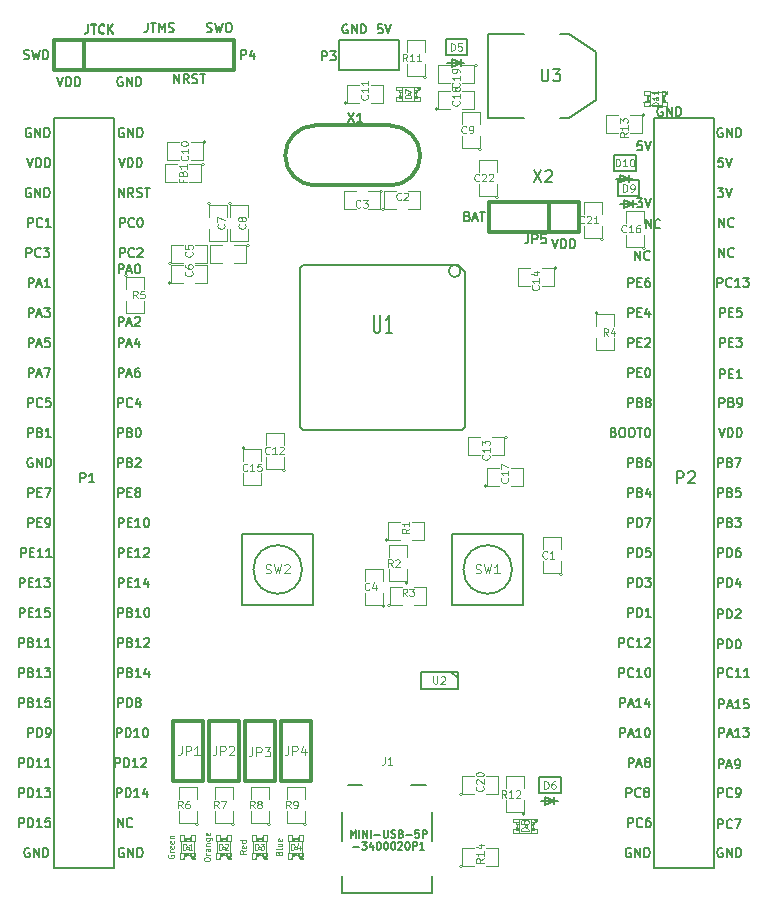
<source format=gto>
G04 (created by PCBNEW (2013-mar-13)-testing) date Птн 14 Фев 2014 21:12:23*
%MOIN*%
G04 Gerber Fmt 3.4, Leading zero omitted, Abs format*
%FSLAX34Y34*%
G01*
G70*
G90*
G04 APERTURE LIST*
%ADD10C,0.005906*%
%ADD11C,0.005000*%
%ADD12C,0.006000*%
%ADD13C,0.003000*%
%ADD14C,0.003900*%
%ADD15C,0.002600*%
%ADD16C,0.004000*%
%ADD17C,0.002000*%
%ADD18C,0.012000*%
%ADD19C,0.008000*%
%ADD20C,0.012500*%
%ADD21C,0.004300*%
%ADD22C,0.004500*%
%ADD23C,0.003500*%
G04 APERTURE END LIST*
G54D10*
G54D11*
X45388Y-60288D02*
X45388Y-60038D01*
X45471Y-60216D01*
X45554Y-60038D01*
X45554Y-60288D01*
X45673Y-60288D02*
X45673Y-60038D01*
X45792Y-60288D02*
X45792Y-60038D01*
X45935Y-60288D01*
X45935Y-60038D01*
X46054Y-60288D02*
X46054Y-60038D01*
X46173Y-60192D02*
X46364Y-60192D01*
X46483Y-60038D02*
X46483Y-60240D01*
X46495Y-60264D01*
X46507Y-60276D01*
X46530Y-60288D01*
X46578Y-60288D01*
X46602Y-60276D01*
X46614Y-60264D01*
X46626Y-60240D01*
X46626Y-60038D01*
X46733Y-60276D02*
X46769Y-60288D01*
X46828Y-60288D01*
X46852Y-60276D01*
X46864Y-60264D01*
X46876Y-60240D01*
X46876Y-60216D01*
X46864Y-60192D01*
X46852Y-60180D01*
X46828Y-60169D01*
X46780Y-60157D01*
X46757Y-60145D01*
X46745Y-60133D01*
X46733Y-60109D01*
X46733Y-60085D01*
X46745Y-60061D01*
X46757Y-60050D01*
X46780Y-60038D01*
X46840Y-60038D01*
X46876Y-60050D01*
X47066Y-60157D02*
X47102Y-60169D01*
X47114Y-60180D01*
X47126Y-60204D01*
X47126Y-60240D01*
X47114Y-60264D01*
X47102Y-60276D01*
X47078Y-60288D01*
X46983Y-60288D01*
X46983Y-60038D01*
X47066Y-60038D01*
X47090Y-60050D01*
X47102Y-60061D01*
X47114Y-60085D01*
X47114Y-60109D01*
X47102Y-60133D01*
X47090Y-60145D01*
X47066Y-60157D01*
X46983Y-60157D01*
X47233Y-60192D02*
X47423Y-60192D01*
X47661Y-60038D02*
X47542Y-60038D01*
X47530Y-60157D01*
X47542Y-60145D01*
X47566Y-60133D01*
X47626Y-60133D01*
X47649Y-60145D01*
X47661Y-60157D01*
X47673Y-60180D01*
X47673Y-60240D01*
X47661Y-60264D01*
X47649Y-60276D01*
X47626Y-60288D01*
X47566Y-60288D01*
X47542Y-60276D01*
X47530Y-60264D01*
X47780Y-60288D02*
X47780Y-60038D01*
X47876Y-60038D01*
X47899Y-60050D01*
X47911Y-60061D01*
X47923Y-60085D01*
X47923Y-60121D01*
X47911Y-60145D01*
X47899Y-60157D01*
X47876Y-60169D01*
X47780Y-60169D01*
X45477Y-60592D02*
X45667Y-60592D01*
X45763Y-60438D02*
X45917Y-60438D01*
X45834Y-60533D01*
X45870Y-60533D01*
X45894Y-60545D01*
X45905Y-60557D01*
X45917Y-60580D01*
X45917Y-60640D01*
X45905Y-60664D01*
X45894Y-60676D01*
X45870Y-60688D01*
X45798Y-60688D01*
X45774Y-60676D01*
X45763Y-60664D01*
X46132Y-60521D02*
X46132Y-60688D01*
X46072Y-60426D02*
X46013Y-60604D01*
X46167Y-60604D01*
X46310Y-60438D02*
X46334Y-60438D01*
X46358Y-60450D01*
X46370Y-60461D01*
X46382Y-60485D01*
X46394Y-60533D01*
X46394Y-60592D01*
X46382Y-60640D01*
X46370Y-60664D01*
X46358Y-60676D01*
X46334Y-60688D01*
X46310Y-60688D01*
X46286Y-60676D01*
X46275Y-60664D01*
X46263Y-60640D01*
X46251Y-60592D01*
X46251Y-60533D01*
X46263Y-60485D01*
X46275Y-60461D01*
X46286Y-60450D01*
X46310Y-60438D01*
X46548Y-60438D02*
X46572Y-60438D01*
X46596Y-60450D01*
X46608Y-60461D01*
X46620Y-60485D01*
X46632Y-60533D01*
X46632Y-60592D01*
X46620Y-60640D01*
X46608Y-60664D01*
X46596Y-60676D01*
X46572Y-60688D01*
X46548Y-60688D01*
X46525Y-60676D01*
X46513Y-60664D01*
X46501Y-60640D01*
X46489Y-60592D01*
X46489Y-60533D01*
X46501Y-60485D01*
X46513Y-60461D01*
X46525Y-60450D01*
X46548Y-60438D01*
X46786Y-60438D02*
X46810Y-60438D01*
X46834Y-60450D01*
X46846Y-60461D01*
X46858Y-60485D01*
X46870Y-60533D01*
X46870Y-60592D01*
X46858Y-60640D01*
X46846Y-60664D01*
X46834Y-60676D01*
X46810Y-60688D01*
X46786Y-60688D01*
X46763Y-60676D01*
X46751Y-60664D01*
X46739Y-60640D01*
X46727Y-60592D01*
X46727Y-60533D01*
X46739Y-60485D01*
X46751Y-60461D01*
X46763Y-60450D01*
X46786Y-60438D01*
X46965Y-60461D02*
X46977Y-60450D01*
X47001Y-60438D01*
X47060Y-60438D01*
X47084Y-60450D01*
X47096Y-60461D01*
X47108Y-60485D01*
X47108Y-60509D01*
X47096Y-60545D01*
X46953Y-60688D01*
X47108Y-60688D01*
X47263Y-60438D02*
X47286Y-60438D01*
X47310Y-60450D01*
X47322Y-60461D01*
X47334Y-60485D01*
X47346Y-60533D01*
X47346Y-60592D01*
X47334Y-60640D01*
X47322Y-60664D01*
X47310Y-60676D01*
X47286Y-60688D01*
X47263Y-60688D01*
X47239Y-60676D01*
X47227Y-60664D01*
X47215Y-60640D01*
X47203Y-60592D01*
X47203Y-60533D01*
X47215Y-60485D01*
X47227Y-60461D01*
X47239Y-60450D01*
X47263Y-60438D01*
X47453Y-60688D02*
X47453Y-60438D01*
X47548Y-60438D01*
X47572Y-60450D01*
X47584Y-60461D01*
X47596Y-60485D01*
X47596Y-60521D01*
X47584Y-60545D01*
X47572Y-60557D01*
X47548Y-60569D01*
X47453Y-60569D01*
X47834Y-60688D02*
X47691Y-60688D01*
X47763Y-60688D02*
X47763Y-60438D01*
X47739Y-60473D01*
X47715Y-60497D01*
X47691Y-60509D01*
G54D12*
X37688Y-39935D02*
X37688Y-39635D01*
X37802Y-39635D01*
X37831Y-39650D01*
X37845Y-39664D01*
X37860Y-39692D01*
X37860Y-39735D01*
X37845Y-39764D01*
X37831Y-39778D01*
X37802Y-39792D01*
X37688Y-39792D01*
X38160Y-39907D02*
X38145Y-39921D01*
X38102Y-39935D01*
X38074Y-39935D01*
X38031Y-39921D01*
X38002Y-39892D01*
X37988Y-39864D01*
X37974Y-39807D01*
X37974Y-39764D01*
X37988Y-39707D01*
X38002Y-39678D01*
X38031Y-39650D01*
X38074Y-39635D01*
X38102Y-39635D01*
X38145Y-39650D01*
X38160Y-39664D01*
X38345Y-39635D02*
X38374Y-39635D01*
X38402Y-39650D01*
X38417Y-39664D01*
X38431Y-39692D01*
X38445Y-39750D01*
X38445Y-39821D01*
X38431Y-39878D01*
X38417Y-39907D01*
X38402Y-39921D01*
X38374Y-39935D01*
X38345Y-39935D01*
X38317Y-39921D01*
X38302Y-39907D01*
X38288Y-39878D01*
X38274Y-39821D01*
X38274Y-39750D01*
X38288Y-39692D01*
X38302Y-39664D01*
X38317Y-39650D01*
X38345Y-39635D01*
X37688Y-40935D02*
X37688Y-40635D01*
X37802Y-40635D01*
X37831Y-40650D01*
X37845Y-40664D01*
X37860Y-40692D01*
X37860Y-40735D01*
X37845Y-40764D01*
X37831Y-40778D01*
X37802Y-40792D01*
X37688Y-40792D01*
X38160Y-40907D02*
X38145Y-40921D01*
X38102Y-40935D01*
X38074Y-40935D01*
X38031Y-40921D01*
X38002Y-40892D01*
X37988Y-40864D01*
X37974Y-40807D01*
X37974Y-40764D01*
X37988Y-40707D01*
X38002Y-40678D01*
X38031Y-40650D01*
X38074Y-40635D01*
X38102Y-40635D01*
X38145Y-40650D01*
X38160Y-40664D01*
X38274Y-40664D02*
X38288Y-40650D01*
X38317Y-40635D01*
X38388Y-40635D01*
X38417Y-40650D01*
X38431Y-40664D01*
X38445Y-40692D01*
X38445Y-40721D01*
X38431Y-40764D01*
X38260Y-40935D01*
X38445Y-40935D01*
X37650Y-43235D02*
X37650Y-42935D01*
X37764Y-42935D01*
X37792Y-42950D01*
X37807Y-42964D01*
X37821Y-42992D01*
X37821Y-43035D01*
X37807Y-43064D01*
X37792Y-43078D01*
X37764Y-43092D01*
X37650Y-43092D01*
X37935Y-43150D02*
X38078Y-43150D01*
X37907Y-43235D02*
X38007Y-42935D01*
X38107Y-43235D01*
X38192Y-42964D02*
X38207Y-42950D01*
X38235Y-42935D01*
X38307Y-42935D01*
X38335Y-42950D01*
X38350Y-42964D01*
X38364Y-42992D01*
X38364Y-43021D01*
X38350Y-43064D01*
X38178Y-43235D01*
X38364Y-43235D01*
X37628Y-47935D02*
X37628Y-47635D01*
X37742Y-47635D01*
X37771Y-47650D01*
X37785Y-47664D01*
X37800Y-47692D01*
X37800Y-47735D01*
X37785Y-47764D01*
X37771Y-47778D01*
X37742Y-47792D01*
X37628Y-47792D01*
X38028Y-47778D02*
X38071Y-47792D01*
X38085Y-47807D01*
X38100Y-47835D01*
X38100Y-47878D01*
X38085Y-47907D01*
X38071Y-47921D01*
X38042Y-47935D01*
X37928Y-47935D01*
X37928Y-47635D01*
X38028Y-47635D01*
X38057Y-47650D01*
X38071Y-47664D01*
X38085Y-47692D01*
X38085Y-47721D01*
X38071Y-47750D01*
X38057Y-47764D01*
X38028Y-47778D01*
X37928Y-47778D01*
X38214Y-47664D02*
X38228Y-47650D01*
X38257Y-47635D01*
X38328Y-47635D01*
X38357Y-47650D01*
X38371Y-47664D01*
X38385Y-47692D01*
X38385Y-47721D01*
X38371Y-47764D01*
X38200Y-47935D01*
X38385Y-47935D01*
X34628Y-46935D02*
X34628Y-46635D01*
X34742Y-46635D01*
X34771Y-46650D01*
X34785Y-46664D01*
X34800Y-46692D01*
X34800Y-46735D01*
X34785Y-46764D01*
X34771Y-46778D01*
X34742Y-46792D01*
X34628Y-46792D01*
X35028Y-46778D02*
X35071Y-46792D01*
X35085Y-46807D01*
X35100Y-46835D01*
X35100Y-46878D01*
X35085Y-46907D01*
X35071Y-46921D01*
X35042Y-46935D01*
X34928Y-46935D01*
X34928Y-46635D01*
X35028Y-46635D01*
X35057Y-46650D01*
X35071Y-46664D01*
X35085Y-46692D01*
X35085Y-46721D01*
X35071Y-46750D01*
X35057Y-46764D01*
X35028Y-46778D01*
X34928Y-46778D01*
X35385Y-46935D02*
X35214Y-46935D01*
X35300Y-46935D02*
X35300Y-46635D01*
X35271Y-46678D01*
X35242Y-46707D01*
X35214Y-46721D01*
X38614Y-33135D02*
X38614Y-33350D01*
X38600Y-33392D01*
X38571Y-33421D01*
X38528Y-33435D01*
X38500Y-33435D01*
X38714Y-33135D02*
X38885Y-33135D01*
X38800Y-33435D02*
X38800Y-33135D01*
X38985Y-33435D02*
X38985Y-33135D01*
X39085Y-33350D01*
X39185Y-33135D01*
X39185Y-33435D01*
X39314Y-33421D02*
X39357Y-33435D01*
X39428Y-33435D01*
X39457Y-33421D01*
X39471Y-33407D01*
X39485Y-33378D01*
X39485Y-33350D01*
X39471Y-33321D01*
X39457Y-33307D01*
X39428Y-33292D01*
X39371Y-33278D01*
X39342Y-33264D01*
X39328Y-33250D01*
X39314Y-33221D01*
X39314Y-33192D01*
X39328Y-33164D01*
X39342Y-33150D01*
X39371Y-33135D01*
X39442Y-33135D01*
X39485Y-33150D01*
X36628Y-33195D02*
X36628Y-33410D01*
X36614Y-33452D01*
X36585Y-33481D01*
X36542Y-33495D01*
X36514Y-33495D01*
X36728Y-33195D02*
X36900Y-33195D01*
X36814Y-33495D02*
X36814Y-33195D01*
X37171Y-33467D02*
X37157Y-33481D01*
X37114Y-33495D01*
X37085Y-33495D01*
X37042Y-33481D01*
X37014Y-33452D01*
X37000Y-33424D01*
X36985Y-33367D01*
X36985Y-33324D01*
X37000Y-33267D01*
X37014Y-33238D01*
X37042Y-33210D01*
X37085Y-33195D01*
X37114Y-33195D01*
X37157Y-33210D01*
X37171Y-33224D01*
X37300Y-33495D02*
X37300Y-33195D01*
X37471Y-33495D02*
X37342Y-33324D01*
X37471Y-33195D02*
X37300Y-33367D01*
X35600Y-34935D02*
X35700Y-35235D01*
X35800Y-34935D01*
X35900Y-35235D02*
X35900Y-34935D01*
X35971Y-34935D01*
X36014Y-34950D01*
X36042Y-34978D01*
X36057Y-35007D01*
X36071Y-35064D01*
X36071Y-35107D01*
X36057Y-35164D01*
X36042Y-35192D01*
X36014Y-35221D01*
X35971Y-35235D01*
X35900Y-35235D01*
X36200Y-35235D02*
X36200Y-34935D01*
X36271Y-34935D01*
X36314Y-34950D01*
X36342Y-34978D01*
X36357Y-35007D01*
X36371Y-35064D01*
X36371Y-35107D01*
X36357Y-35164D01*
X36342Y-35192D01*
X36314Y-35221D01*
X36271Y-35235D01*
X36200Y-35235D01*
X34492Y-34321D02*
X34535Y-34335D01*
X34607Y-34335D01*
X34635Y-34321D01*
X34650Y-34307D01*
X34664Y-34278D01*
X34664Y-34250D01*
X34650Y-34221D01*
X34635Y-34207D01*
X34607Y-34192D01*
X34550Y-34178D01*
X34521Y-34164D01*
X34507Y-34150D01*
X34492Y-34121D01*
X34492Y-34092D01*
X34507Y-34064D01*
X34521Y-34050D01*
X34550Y-34035D01*
X34621Y-34035D01*
X34664Y-34050D01*
X34764Y-34035D02*
X34835Y-34335D01*
X34892Y-34121D01*
X34950Y-34335D01*
X35021Y-34035D01*
X35135Y-34335D02*
X35135Y-34035D01*
X35207Y-34035D01*
X35250Y-34050D01*
X35278Y-34078D01*
X35292Y-34107D01*
X35307Y-34164D01*
X35307Y-34207D01*
X35292Y-34264D01*
X35278Y-34292D01*
X35250Y-34321D01*
X35207Y-34335D01*
X35135Y-34335D01*
X52100Y-40335D02*
X52200Y-40635D01*
X52300Y-40335D01*
X52400Y-40635D02*
X52400Y-40335D01*
X52471Y-40335D01*
X52514Y-40350D01*
X52542Y-40378D01*
X52557Y-40407D01*
X52571Y-40464D01*
X52571Y-40507D01*
X52557Y-40564D01*
X52542Y-40592D01*
X52514Y-40621D01*
X52471Y-40635D01*
X52400Y-40635D01*
X52700Y-40635D02*
X52700Y-40335D01*
X52771Y-40335D01*
X52814Y-40350D01*
X52842Y-40378D01*
X52857Y-40407D01*
X52871Y-40464D01*
X52871Y-40507D01*
X52857Y-40564D01*
X52842Y-40592D01*
X52814Y-40621D01*
X52771Y-40635D01*
X52700Y-40635D01*
X49278Y-39578D02*
X49321Y-39592D01*
X49335Y-39607D01*
X49350Y-39635D01*
X49350Y-39678D01*
X49335Y-39707D01*
X49321Y-39721D01*
X49292Y-39735D01*
X49178Y-39735D01*
X49178Y-39435D01*
X49278Y-39435D01*
X49307Y-39450D01*
X49321Y-39464D01*
X49335Y-39492D01*
X49335Y-39521D01*
X49321Y-39550D01*
X49307Y-39564D01*
X49278Y-39578D01*
X49178Y-39578D01*
X49464Y-39650D02*
X49607Y-39650D01*
X49435Y-39735D02*
X49535Y-39435D01*
X49635Y-39735D01*
X49692Y-39435D02*
X49864Y-39435D01*
X49778Y-39735D02*
X49778Y-39435D01*
X40585Y-33421D02*
X40628Y-33435D01*
X40700Y-33435D01*
X40728Y-33421D01*
X40742Y-33407D01*
X40757Y-33378D01*
X40757Y-33350D01*
X40742Y-33321D01*
X40728Y-33307D01*
X40700Y-33292D01*
X40642Y-33278D01*
X40614Y-33264D01*
X40600Y-33250D01*
X40585Y-33221D01*
X40585Y-33192D01*
X40600Y-33164D01*
X40614Y-33150D01*
X40642Y-33135D01*
X40714Y-33135D01*
X40757Y-33150D01*
X40857Y-33135D02*
X40928Y-33435D01*
X40985Y-33221D01*
X41042Y-33435D01*
X41114Y-33135D01*
X41285Y-33135D02*
X41342Y-33135D01*
X41371Y-33150D01*
X41400Y-33178D01*
X41414Y-33235D01*
X41414Y-33335D01*
X41400Y-33392D01*
X41371Y-33421D01*
X41342Y-33435D01*
X41285Y-33435D01*
X41257Y-33421D01*
X41228Y-33392D01*
X41214Y-33335D01*
X41214Y-33235D01*
X41228Y-33178D01*
X41257Y-33150D01*
X41285Y-33135D01*
X39507Y-35135D02*
X39507Y-34835D01*
X39678Y-35135D01*
X39678Y-34835D01*
X39992Y-35135D02*
X39892Y-34992D01*
X39821Y-35135D02*
X39821Y-34835D01*
X39935Y-34835D01*
X39964Y-34850D01*
X39978Y-34864D01*
X39992Y-34892D01*
X39992Y-34935D01*
X39978Y-34964D01*
X39964Y-34978D01*
X39935Y-34992D01*
X39821Y-34992D01*
X40107Y-35121D02*
X40150Y-35135D01*
X40221Y-35135D01*
X40250Y-35121D01*
X40264Y-35107D01*
X40278Y-35078D01*
X40278Y-35050D01*
X40264Y-35021D01*
X40250Y-35007D01*
X40221Y-34992D01*
X40164Y-34978D01*
X40135Y-34964D01*
X40121Y-34950D01*
X40107Y-34921D01*
X40107Y-34892D01*
X40121Y-34864D01*
X40135Y-34850D01*
X40164Y-34835D01*
X40235Y-34835D01*
X40278Y-34850D01*
X40364Y-34835D02*
X40535Y-34835D01*
X40450Y-35135D02*
X40450Y-34835D01*
X38614Y-33135D02*
X38614Y-33350D01*
X38600Y-33392D01*
X38571Y-33421D01*
X38528Y-33435D01*
X38500Y-33435D01*
X38714Y-33135D02*
X38885Y-33135D01*
X38800Y-33435D02*
X38800Y-33135D01*
X38985Y-33435D02*
X38985Y-33135D01*
X39085Y-33350D01*
X39185Y-33135D01*
X39185Y-33435D01*
X39314Y-33421D02*
X39357Y-33435D01*
X39428Y-33435D01*
X39457Y-33421D01*
X39471Y-33407D01*
X39485Y-33378D01*
X39485Y-33350D01*
X39471Y-33321D01*
X39457Y-33307D01*
X39428Y-33292D01*
X39371Y-33278D01*
X39342Y-33264D01*
X39328Y-33250D01*
X39314Y-33221D01*
X39314Y-33192D01*
X39328Y-33164D01*
X39342Y-33150D01*
X39371Y-33135D01*
X39442Y-33135D01*
X39485Y-33150D01*
X36628Y-33185D02*
X36628Y-33400D01*
X36614Y-33442D01*
X36585Y-33471D01*
X36542Y-33485D01*
X36514Y-33485D01*
X36728Y-33185D02*
X36900Y-33185D01*
X36814Y-33485D02*
X36814Y-33185D01*
X37171Y-33457D02*
X37157Y-33471D01*
X37114Y-33485D01*
X37085Y-33485D01*
X37042Y-33471D01*
X37014Y-33442D01*
X37000Y-33414D01*
X36985Y-33357D01*
X36985Y-33314D01*
X37000Y-33257D01*
X37014Y-33228D01*
X37042Y-33200D01*
X37085Y-33185D01*
X37114Y-33185D01*
X37157Y-33200D01*
X37171Y-33214D01*
X37300Y-33485D02*
X37300Y-33185D01*
X37471Y-33485D02*
X37342Y-33314D01*
X37471Y-33185D02*
X37300Y-33357D01*
X35600Y-34935D02*
X35700Y-35235D01*
X35800Y-34935D01*
X35900Y-35235D02*
X35900Y-34935D01*
X35971Y-34935D01*
X36014Y-34950D01*
X36042Y-34978D01*
X36057Y-35007D01*
X36071Y-35064D01*
X36071Y-35107D01*
X36057Y-35164D01*
X36042Y-35192D01*
X36014Y-35221D01*
X35971Y-35235D01*
X35900Y-35235D01*
X36200Y-35235D02*
X36200Y-34935D01*
X36271Y-34935D01*
X36314Y-34950D01*
X36342Y-34978D01*
X36357Y-35007D01*
X36371Y-35064D01*
X36371Y-35107D01*
X36357Y-35164D01*
X36342Y-35192D01*
X36314Y-35221D01*
X36271Y-35235D01*
X36200Y-35235D01*
X34492Y-34321D02*
X34535Y-34335D01*
X34607Y-34335D01*
X34635Y-34321D01*
X34650Y-34307D01*
X34664Y-34278D01*
X34664Y-34250D01*
X34650Y-34221D01*
X34635Y-34207D01*
X34607Y-34192D01*
X34550Y-34178D01*
X34521Y-34164D01*
X34507Y-34150D01*
X34492Y-34121D01*
X34492Y-34092D01*
X34507Y-34064D01*
X34521Y-34050D01*
X34550Y-34035D01*
X34621Y-34035D01*
X34664Y-34050D01*
X34764Y-34035D02*
X34835Y-34335D01*
X34892Y-34121D01*
X34950Y-34335D01*
X35021Y-34035D01*
X35135Y-34335D02*
X35135Y-34035D01*
X35207Y-34035D01*
X35250Y-34050D01*
X35278Y-34078D01*
X35292Y-34107D01*
X35307Y-34164D01*
X35307Y-34207D01*
X35292Y-34264D01*
X35278Y-34292D01*
X35250Y-34321D01*
X35207Y-34335D01*
X35135Y-34335D01*
X37771Y-34950D02*
X37742Y-34935D01*
X37700Y-34935D01*
X37657Y-34950D01*
X37628Y-34978D01*
X37614Y-35007D01*
X37600Y-35064D01*
X37600Y-35107D01*
X37614Y-35164D01*
X37628Y-35192D01*
X37657Y-35221D01*
X37700Y-35235D01*
X37728Y-35235D01*
X37771Y-35221D01*
X37785Y-35207D01*
X37785Y-35107D01*
X37728Y-35107D01*
X37914Y-35235D02*
X37914Y-34935D01*
X38085Y-35235D01*
X38085Y-34935D01*
X38228Y-35235D02*
X38228Y-34935D01*
X38300Y-34935D01*
X38342Y-34950D01*
X38371Y-34978D01*
X38385Y-35007D01*
X38400Y-35064D01*
X38400Y-35107D01*
X38385Y-35164D01*
X38371Y-35192D01*
X38342Y-35221D01*
X38300Y-35235D01*
X38228Y-35235D01*
G54D13*
X42985Y-60811D02*
X42995Y-60782D01*
X43004Y-60773D01*
X43023Y-60764D01*
X43051Y-60764D01*
X43070Y-60773D01*
X43079Y-60782D01*
X43089Y-60801D01*
X43089Y-60876D01*
X42892Y-60876D01*
X42892Y-60811D01*
X42901Y-60792D01*
X42910Y-60782D01*
X42929Y-60773D01*
X42948Y-60773D01*
X42967Y-60782D01*
X42976Y-60792D01*
X42985Y-60811D01*
X42985Y-60876D01*
X43089Y-60651D02*
X43079Y-60670D01*
X43060Y-60679D01*
X42892Y-60679D01*
X42957Y-60492D02*
X43089Y-60492D01*
X42957Y-60576D02*
X43060Y-60576D01*
X43079Y-60567D01*
X43089Y-60548D01*
X43089Y-60520D01*
X43079Y-60501D01*
X43070Y-60492D01*
X43079Y-60323D02*
X43089Y-60342D01*
X43089Y-60379D01*
X43079Y-60398D01*
X43060Y-60407D01*
X42985Y-60407D01*
X42967Y-60398D01*
X42957Y-60379D01*
X42957Y-60342D01*
X42967Y-60323D01*
X42985Y-60313D01*
X43004Y-60313D01*
X43023Y-60407D01*
X41889Y-60712D02*
X41795Y-60778D01*
X41889Y-60825D02*
X41692Y-60825D01*
X41692Y-60750D01*
X41701Y-60731D01*
X41710Y-60721D01*
X41729Y-60712D01*
X41757Y-60712D01*
X41776Y-60721D01*
X41785Y-60731D01*
X41795Y-60750D01*
X41795Y-60825D01*
X41879Y-60553D02*
X41889Y-60571D01*
X41889Y-60609D01*
X41879Y-60628D01*
X41860Y-60637D01*
X41785Y-60637D01*
X41767Y-60628D01*
X41757Y-60609D01*
X41757Y-60571D01*
X41767Y-60553D01*
X41785Y-60543D01*
X41804Y-60543D01*
X41823Y-60637D01*
X41889Y-60374D02*
X41692Y-60374D01*
X41879Y-60374D02*
X41889Y-60393D01*
X41889Y-60431D01*
X41879Y-60449D01*
X41870Y-60459D01*
X41851Y-60468D01*
X41795Y-60468D01*
X41776Y-60459D01*
X41767Y-60449D01*
X41757Y-60431D01*
X41757Y-60393D01*
X41767Y-60374D01*
X40492Y-61031D02*
X40492Y-60994D01*
X40501Y-60975D01*
X40520Y-60956D01*
X40557Y-60947D01*
X40623Y-60947D01*
X40660Y-60956D01*
X40679Y-60975D01*
X40689Y-60994D01*
X40689Y-61031D01*
X40679Y-61050D01*
X40660Y-61069D01*
X40623Y-61078D01*
X40557Y-61078D01*
X40520Y-61069D01*
X40501Y-61050D01*
X40492Y-61031D01*
X40689Y-60862D02*
X40557Y-60862D01*
X40595Y-60862D02*
X40576Y-60853D01*
X40567Y-60843D01*
X40557Y-60825D01*
X40557Y-60806D01*
X40689Y-60656D02*
X40585Y-60656D01*
X40567Y-60665D01*
X40557Y-60684D01*
X40557Y-60721D01*
X40567Y-60740D01*
X40679Y-60656D02*
X40689Y-60675D01*
X40689Y-60721D01*
X40679Y-60740D01*
X40660Y-60750D01*
X40642Y-60750D01*
X40623Y-60740D01*
X40614Y-60721D01*
X40614Y-60675D01*
X40604Y-60656D01*
X40557Y-60562D02*
X40689Y-60562D01*
X40576Y-60562D02*
X40567Y-60553D01*
X40557Y-60534D01*
X40557Y-60506D01*
X40567Y-60487D01*
X40585Y-60478D01*
X40689Y-60478D01*
X40557Y-60299D02*
X40717Y-60299D01*
X40736Y-60309D01*
X40745Y-60318D01*
X40754Y-60337D01*
X40754Y-60365D01*
X40745Y-60384D01*
X40679Y-60299D02*
X40689Y-60318D01*
X40689Y-60356D01*
X40679Y-60374D01*
X40670Y-60384D01*
X40651Y-60393D01*
X40595Y-60393D01*
X40576Y-60384D01*
X40567Y-60374D01*
X40557Y-60356D01*
X40557Y-60318D01*
X40567Y-60299D01*
X40679Y-60130D02*
X40689Y-60149D01*
X40689Y-60187D01*
X40679Y-60205D01*
X40660Y-60215D01*
X40585Y-60215D01*
X40567Y-60205D01*
X40557Y-60187D01*
X40557Y-60149D01*
X40567Y-60130D01*
X40585Y-60121D01*
X40604Y-60121D01*
X40623Y-60215D01*
X39301Y-60867D02*
X39292Y-60886D01*
X39292Y-60914D01*
X39301Y-60942D01*
X39320Y-60961D01*
X39339Y-60970D01*
X39376Y-60979D01*
X39404Y-60979D01*
X39442Y-60970D01*
X39460Y-60961D01*
X39479Y-60942D01*
X39489Y-60914D01*
X39489Y-60895D01*
X39479Y-60867D01*
X39470Y-60857D01*
X39404Y-60857D01*
X39404Y-60895D01*
X39489Y-60773D02*
X39357Y-60773D01*
X39395Y-60773D02*
X39376Y-60764D01*
X39367Y-60754D01*
X39357Y-60736D01*
X39357Y-60717D01*
X39479Y-60576D02*
X39489Y-60595D01*
X39489Y-60632D01*
X39479Y-60651D01*
X39460Y-60660D01*
X39385Y-60660D01*
X39367Y-60651D01*
X39357Y-60632D01*
X39357Y-60595D01*
X39367Y-60576D01*
X39385Y-60567D01*
X39404Y-60567D01*
X39423Y-60660D01*
X39479Y-60407D02*
X39489Y-60426D01*
X39489Y-60463D01*
X39479Y-60482D01*
X39460Y-60492D01*
X39385Y-60492D01*
X39367Y-60482D01*
X39357Y-60463D01*
X39357Y-60426D01*
X39367Y-60407D01*
X39385Y-60398D01*
X39404Y-60398D01*
X39423Y-60492D01*
X39357Y-60313D02*
X39489Y-60313D01*
X39376Y-60313D02*
X39367Y-60304D01*
X39357Y-60285D01*
X39357Y-60257D01*
X39367Y-60238D01*
X39385Y-60229D01*
X39489Y-60229D01*
G54D12*
X34578Y-40935D02*
X34578Y-40635D01*
X34692Y-40635D01*
X34721Y-40650D01*
X34735Y-40664D01*
X34750Y-40692D01*
X34750Y-40735D01*
X34735Y-40764D01*
X34721Y-40778D01*
X34692Y-40792D01*
X34578Y-40792D01*
X35050Y-40907D02*
X35035Y-40921D01*
X34992Y-40935D01*
X34964Y-40935D01*
X34921Y-40921D01*
X34892Y-40892D01*
X34878Y-40864D01*
X34864Y-40807D01*
X34864Y-40764D01*
X34878Y-40707D01*
X34892Y-40678D01*
X34921Y-40650D01*
X34964Y-40635D01*
X34992Y-40635D01*
X35035Y-40650D01*
X35050Y-40664D01*
X35150Y-40635D02*
X35335Y-40635D01*
X35235Y-40750D01*
X35278Y-40750D01*
X35307Y-40764D01*
X35321Y-40778D01*
X35335Y-40807D01*
X35335Y-40878D01*
X35321Y-40907D01*
X35307Y-40921D01*
X35278Y-40935D01*
X35192Y-40935D01*
X35164Y-40921D01*
X35150Y-40907D01*
X34721Y-36650D02*
X34692Y-36635D01*
X34650Y-36635D01*
X34607Y-36650D01*
X34578Y-36678D01*
X34564Y-36707D01*
X34550Y-36764D01*
X34550Y-36807D01*
X34564Y-36864D01*
X34578Y-36892D01*
X34607Y-36921D01*
X34650Y-36935D01*
X34678Y-36935D01*
X34721Y-36921D01*
X34735Y-36907D01*
X34735Y-36807D01*
X34678Y-36807D01*
X34864Y-36935D02*
X34864Y-36635D01*
X35035Y-36935D01*
X35035Y-36635D01*
X35178Y-36935D02*
X35178Y-36635D01*
X35250Y-36635D01*
X35292Y-36650D01*
X35321Y-36678D01*
X35335Y-36707D01*
X35350Y-36764D01*
X35350Y-36807D01*
X35335Y-36864D01*
X35321Y-36892D01*
X35292Y-36921D01*
X35250Y-36935D01*
X35178Y-36935D01*
X34628Y-39935D02*
X34628Y-39635D01*
X34742Y-39635D01*
X34771Y-39650D01*
X34785Y-39664D01*
X34800Y-39692D01*
X34800Y-39735D01*
X34785Y-39764D01*
X34771Y-39778D01*
X34742Y-39792D01*
X34628Y-39792D01*
X35100Y-39907D02*
X35085Y-39921D01*
X35042Y-39935D01*
X35014Y-39935D01*
X34971Y-39921D01*
X34942Y-39892D01*
X34928Y-39864D01*
X34914Y-39807D01*
X34914Y-39764D01*
X34928Y-39707D01*
X34942Y-39678D01*
X34971Y-39650D01*
X35014Y-39635D01*
X35042Y-39635D01*
X35085Y-39650D01*
X35100Y-39664D01*
X35385Y-39935D02*
X35214Y-39935D01*
X35300Y-39935D02*
X35300Y-39635D01*
X35271Y-39678D01*
X35242Y-39707D01*
X35214Y-39721D01*
X34650Y-41935D02*
X34650Y-41635D01*
X34764Y-41635D01*
X34792Y-41650D01*
X34807Y-41664D01*
X34821Y-41692D01*
X34821Y-41735D01*
X34807Y-41764D01*
X34792Y-41778D01*
X34764Y-41792D01*
X34650Y-41792D01*
X34935Y-41850D02*
X35078Y-41850D01*
X34907Y-41935D02*
X35007Y-41635D01*
X35107Y-41935D01*
X35364Y-41935D02*
X35192Y-41935D01*
X35278Y-41935D02*
X35278Y-41635D01*
X35250Y-41678D01*
X35221Y-41707D01*
X35192Y-41721D01*
X34650Y-42935D02*
X34650Y-42635D01*
X34764Y-42635D01*
X34792Y-42650D01*
X34807Y-42664D01*
X34821Y-42692D01*
X34821Y-42735D01*
X34807Y-42764D01*
X34792Y-42778D01*
X34764Y-42792D01*
X34650Y-42792D01*
X34935Y-42850D02*
X35078Y-42850D01*
X34907Y-42935D02*
X35007Y-42635D01*
X35107Y-42935D01*
X35178Y-42635D02*
X35364Y-42635D01*
X35264Y-42750D01*
X35307Y-42750D01*
X35335Y-42764D01*
X35350Y-42778D01*
X35364Y-42807D01*
X35364Y-42878D01*
X35350Y-42907D01*
X35335Y-42921D01*
X35307Y-42935D01*
X35221Y-42935D01*
X35192Y-42921D01*
X35178Y-42907D01*
X34650Y-43935D02*
X34650Y-43635D01*
X34764Y-43635D01*
X34792Y-43650D01*
X34807Y-43664D01*
X34821Y-43692D01*
X34821Y-43735D01*
X34807Y-43764D01*
X34792Y-43778D01*
X34764Y-43792D01*
X34650Y-43792D01*
X34935Y-43850D02*
X35078Y-43850D01*
X34907Y-43935D02*
X35007Y-43635D01*
X35107Y-43935D01*
X35350Y-43635D02*
X35207Y-43635D01*
X35192Y-43778D01*
X35207Y-43764D01*
X35235Y-43750D01*
X35307Y-43750D01*
X35335Y-43764D01*
X35350Y-43778D01*
X35364Y-43807D01*
X35364Y-43878D01*
X35350Y-43907D01*
X35335Y-43921D01*
X35307Y-43935D01*
X35235Y-43935D01*
X35207Y-43921D01*
X35192Y-43907D01*
X34650Y-44935D02*
X34650Y-44635D01*
X34764Y-44635D01*
X34792Y-44650D01*
X34807Y-44664D01*
X34821Y-44692D01*
X34821Y-44735D01*
X34807Y-44764D01*
X34792Y-44778D01*
X34764Y-44792D01*
X34650Y-44792D01*
X34935Y-44850D02*
X35078Y-44850D01*
X34907Y-44935D02*
X35007Y-44635D01*
X35107Y-44935D01*
X35178Y-44635D02*
X35378Y-44635D01*
X35250Y-44935D01*
X34628Y-45935D02*
X34628Y-45635D01*
X34742Y-45635D01*
X34771Y-45650D01*
X34785Y-45664D01*
X34800Y-45692D01*
X34800Y-45735D01*
X34785Y-45764D01*
X34771Y-45778D01*
X34742Y-45792D01*
X34628Y-45792D01*
X35100Y-45907D02*
X35085Y-45921D01*
X35042Y-45935D01*
X35014Y-45935D01*
X34971Y-45921D01*
X34942Y-45892D01*
X34928Y-45864D01*
X34914Y-45807D01*
X34914Y-45764D01*
X34928Y-45707D01*
X34942Y-45678D01*
X34971Y-45650D01*
X35014Y-45635D01*
X35042Y-45635D01*
X35085Y-45650D01*
X35100Y-45664D01*
X35371Y-45635D02*
X35228Y-45635D01*
X35214Y-45778D01*
X35228Y-45764D01*
X35257Y-45750D01*
X35328Y-45750D01*
X35357Y-45764D01*
X35371Y-45778D01*
X35385Y-45807D01*
X35385Y-45878D01*
X35371Y-45907D01*
X35357Y-45921D01*
X35328Y-45935D01*
X35257Y-45935D01*
X35228Y-45921D01*
X35214Y-45907D01*
X34771Y-47650D02*
X34742Y-47635D01*
X34700Y-47635D01*
X34657Y-47650D01*
X34628Y-47678D01*
X34614Y-47707D01*
X34600Y-47764D01*
X34600Y-47807D01*
X34614Y-47864D01*
X34628Y-47892D01*
X34657Y-47921D01*
X34700Y-47935D01*
X34728Y-47935D01*
X34771Y-47921D01*
X34785Y-47907D01*
X34785Y-47807D01*
X34728Y-47807D01*
X34914Y-47935D02*
X34914Y-47635D01*
X35085Y-47935D01*
X35085Y-47635D01*
X35228Y-47935D02*
X35228Y-47635D01*
X35300Y-47635D01*
X35342Y-47650D01*
X35371Y-47678D01*
X35385Y-47707D01*
X35400Y-47764D01*
X35400Y-47807D01*
X35385Y-47864D01*
X35371Y-47892D01*
X35342Y-47921D01*
X35300Y-47935D01*
X35228Y-47935D01*
X34642Y-48935D02*
X34642Y-48635D01*
X34757Y-48635D01*
X34785Y-48650D01*
X34800Y-48664D01*
X34814Y-48692D01*
X34814Y-48735D01*
X34800Y-48764D01*
X34785Y-48778D01*
X34757Y-48792D01*
X34642Y-48792D01*
X34942Y-48778D02*
X35042Y-48778D01*
X35085Y-48935D02*
X34942Y-48935D01*
X34942Y-48635D01*
X35085Y-48635D01*
X35185Y-48635D02*
X35385Y-48635D01*
X35257Y-48935D01*
X34642Y-49935D02*
X34642Y-49635D01*
X34757Y-49635D01*
X34785Y-49650D01*
X34800Y-49664D01*
X34814Y-49692D01*
X34814Y-49735D01*
X34800Y-49764D01*
X34785Y-49778D01*
X34757Y-49792D01*
X34642Y-49792D01*
X34942Y-49778D02*
X35042Y-49778D01*
X35085Y-49935D02*
X34942Y-49935D01*
X34942Y-49635D01*
X35085Y-49635D01*
X35228Y-49935D02*
X35285Y-49935D01*
X35314Y-49921D01*
X35328Y-49907D01*
X35357Y-49864D01*
X35371Y-49807D01*
X35371Y-49692D01*
X35357Y-49664D01*
X35342Y-49650D01*
X35314Y-49635D01*
X35257Y-49635D01*
X35228Y-49650D01*
X35214Y-49664D01*
X35200Y-49692D01*
X35200Y-49764D01*
X35214Y-49792D01*
X35228Y-49807D01*
X35257Y-49821D01*
X35314Y-49821D01*
X35342Y-49807D01*
X35357Y-49792D01*
X35371Y-49764D01*
X34400Y-50935D02*
X34400Y-50635D01*
X34514Y-50635D01*
X34542Y-50650D01*
X34557Y-50664D01*
X34571Y-50692D01*
X34571Y-50735D01*
X34557Y-50764D01*
X34542Y-50778D01*
X34514Y-50792D01*
X34400Y-50792D01*
X34700Y-50778D02*
X34800Y-50778D01*
X34842Y-50935D02*
X34700Y-50935D01*
X34700Y-50635D01*
X34842Y-50635D01*
X35128Y-50935D02*
X34957Y-50935D01*
X35042Y-50935D02*
X35042Y-50635D01*
X35014Y-50678D01*
X34985Y-50707D01*
X34957Y-50721D01*
X35414Y-50935D02*
X35242Y-50935D01*
X35328Y-50935D02*
X35328Y-50635D01*
X35300Y-50678D01*
X35271Y-50707D01*
X35242Y-50721D01*
X34350Y-51935D02*
X34350Y-51635D01*
X34464Y-51635D01*
X34492Y-51650D01*
X34507Y-51664D01*
X34521Y-51692D01*
X34521Y-51735D01*
X34507Y-51764D01*
X34492Y-51778D01*
X34464Y-51792D01*
X34350Y-51792D01*
X34650Y-51778D02*
X34750Y-51778D01*
X34792Y-51935D02*
X34650Y-51935D01*
X34650Y-51635D01*
X34792Y-51635D01*
X35078Y-51935D02*
X34907Y-51935D01*
X34992Y-51935D02*
X34992Y-51635D01*
X34964Y-51678D01*
X34935Y-51707D01*
X34907Y-51721D01*
X35178Y-51635D02*
X35364Y-51635D01*
X35264Y-51750D01*
X35307Y-51750D01*
X35335Y-51764D01*
X35350Y-51778D01*
X35364Y-51807D01*
X35364Y-51878D01*
X35350Y-51907D01*
X35335Y-51921D01*
X35307Y-51935D01*
X35221Y-51935D01*
X35192Y-51921D01*
X35178Y-51907D01*
X34350Y-52935D02*
X34350Y-52635D01*
X34464Y-52635D01*
X34492Y-52650D01*
X34507Y-52664D01*
X34521Y-52692D01*
X34521Y-52735D01*
X34507Y-52764D01*
X34492Y-52778D01*
X34464Y-52792D01*
X34350Y-52792D01*
X34650Y-52778D02*
X34750Y-52778D01*
X34792Y-52935D02*
X34650Y-52935D01*
X34650Y-52635D01*
X34792Y-52635D01*
X35078Y-52935D02*
X34907Y-52935D01*
X34992Y-52935D02*
X34992Y-52635D01*
X34964Y-52678D01*
X34935Y-52707D01*
X34907Y-52721D01*
X35350Y-52635D02*
X35207Y-52635D01*
X35192Y-52778D01*
X35207Y-52764D01*
X35235Y-52750D01*
X35307Y-52750D01*
X35335Y-52764D01*
X35350Y-52778D01*
X35364Y-52807D01*
X35364Y-52878D01*
X35350Y-52907D01*
X35335Y-52921D01*
X35307Y-52935D01*
X35235Y-52935D01*
X35207Y-52921D01*
X35192Y-52907D01*
X34335Y-53935D02*
X34335Y-53635D01*
X34450Y-53635D01*
X34478Y-53650D01*
X34492Y-53664D01*
X34507Y-53692D01*
X34507Y-53735D01*
X34492Y-53764D01*
X34478Y-53778D01*
X34450Y-53792D01*
X34335Y-53792D01*
X34735Y-53778D02*
X34778Y-53792D01*
X34792Y-53807D01*
X34807Y-53835D01*
X34807Y-53878D01*
X34792Y-53907D01*
X34778Y-53921D01*
X34750Y-53935D01*
X34635Y-53935D01*
X34635Y-53635D01*
X34735Y-53635D01*
X34764Y-53650D01*
X34778Y-53664D01*
X34792Y-53692D01*
X34792Y-53721D01*
X34778Y-53750D01*
X34764Y-53764D01*
X34735Y-53778D01*
X34635Y-53778D01*
X35092Y-53935D02*
X34921Y-53935D01*
X35007Y-53935D02*
X35007Y-53635D01*
X34978Y-53678D01*
X34950Y-53707D01*
X34921Y-53721D01*
X35378Y-53935D02*
X35207Y-53935D01*
X35292Y-53935D02*
X35292Y-53635D01*
X35264Y-53678D01*
X35235Y-53707D01*
X35207Y-53721D01*
X34335Y-54935D02*
X34335Y-54635D01*
X34450Y-54635D01*
X34478Y-54650D01*
X34492Y-54664D01*
X34507Y-54692D01*
X34507Y-54735D01*
X34492Y-54764D01*
X34478Y-54778D01*
X34450Y-54792D01*
X34335Y-54792D01*
X34735Y-54778D02*
X34778Y-54792D01*
X34792Y-54807D01*
X34807Y-54835D01*
X34807Y-54878D01*
X34792Y-54907D01*
X34778Y-54921D01*
X34750Y-54935D01*
X34635Y-54935D01*
X34635Y-54635D01*
X34735Y-54635D01*
X34764Y-54650D01*
X34778Y-54664D01*
X34792Y-54692D01*
X34792Y-54721D01*
X34778Y-54750D01*
X34764Y-54764D01*
X34735Y-54778D01*
X34635Y-54778D01*
X35092Y-54935D02*
X34921Y-54935D01*
X35007Y-54935D02*
X35007Y-54635D01*
X34978Y-54678D01*
X34950Y-54707D01*
X34921Y-54721D01*
X35192Y-54635D02*
X35378Y-54635D01*
X35278Y-54750D01*
X35321Y-54750D01*
X35350Y-54764D01*
X35364Y-54778D01*
X35378Y-54807D01*
X35378Y-54878D01*
X35364Y-54907D01*
X35350Y-54921D01*
X35321Y-54935D01*
X35235Y-54935D01*
X35207Y-54921D01*
X35192Y-54907D01*
X34335Y-55935D02*
X34335Y-55635D01*
X34450Y-55635D01*
X34478Y-55650D01*
X34492Y-55664D01*
X34507Y-55692D01*
X34507Y-55735D01*
X34492Y-55764D01*
X34478Y-55778D01*
X34450Y-55792D01*
X34335Y-55792D01*
X34735Y-55778D02*
X34778Y-55792D01*
X34792Y-55807D01*
X34807Y-55835D01*
X34807Y-55878D01*
X34792Y-55907D01*
X34778Y-55921D01*
X34750Y-55935D01*
X34635Y-55935D01*
X34635Y-55635D01*
X34735Y-55635D01*
X34764Y-55650D01*
X34778Y-55664D01*
X34792Y-55692D01*
X34792Y-55721D01*
X34778Y-55750D01*
X34764Y-55764D01*
X34735Y-55778D01*
X34635Y-55778D01*
X35092Y-55935D02*
X34921Y-55935D01*
X35007Y-55935D02*
X35007Y-55635D01*
X34978Y-55678D01*
X34950Y-55707D01*
X34921Y-55721D01*
X35364Y-55635D02*
X35221Y-55635D01*
X35207Y-55778D01*
X35221Y-55764D01*
X35250Y-55750D01*
X35321Y-55750D01*
X35350Y-55764D01*
X35364Y-55778D01*
X35378Y-55807D01*
X35378Y-55878D01*
X35364Y-55907D01*
X35350Y-55921D01*
X35321Y-55935D01*
X35250Y-55935D01*
X35221Y-55921D01*
X35207Y-55907D01*
X34628Y-56935D02*
X34628Y-56635D01*
X34742Y-56635D01*
X34771Y-56650D01*
X34785Y-56664D01*
X34800Y-56692D01*
X34800Y-56735D01*
X34785Y-56764D01*
X34771Y-56778D01*
X34742Y-56792D01*
X34628Y-56792D01*
X34928Y-56935D02*
X34928Y-56635D01*
X35000Y-56635D01*
X35042Y-56650D01*
X35071Y-56678D01*
X35085Y-56707D01*
X35100Y-56764D01*
X35100Y-56807D01*
X35085Y-56864D01*
X35071Y-56892D01*
X35042Y-56921D01*
X35000Y-56935D01*
X34928Y-56935D01*
X35242Y-56935D02*
X35300Y-56935D01*
X35328Y-56921D01*
X35342Y-56907D01*
X35371Y-56864D01*
X35385Y-56807D01*
X35385Y-56692D01*
X35371Y-56664D01*
X35357Y-56650D01*
X35328Y-56635D01*
X35271Y-56635D01*
X35242Y-56650D01*
X35228Y-56664D01*
X35214Y-56692D01*
X35214Y-56764D01*
X35228Y-56792D01*
X35242Y-56807D01*
X35271Y-56821D01*
X35328Y-56821D01*
X35357Y-56807D01*
X35371Y-56792D01*
X35385Y-56764D01*
X34335Y-57935D02*
X34335Y-57635D01*
X34450Y-57635D01*
X34478Y-57650D01*
X34492Y-57664D01*
X34507Y-57692D01*
X34507Y-57735D01*
X34492Y-57764D01*
X34478Y-57778D01*
X34450Y-57792D01*
X34335Y-57792D01*
X34635Y-57935D02*
X34635Y-57635D01*
X34707Y-57635D01*
X34750Y-57650D01*
X34778Y-57678D01*
X34792Y-57707D01*
X34807Y-57764D01*
X34807Y-57807D01*
X34792Y-57864D01*
X34778Y-57892D01*
X34750Y-57921D01*
X34707Y-57935D01*
X34635Y-57935D01*
X35092Y-57935D02*
X34921Y-57935D01*
X35007Y-57935D02*
X35007Y-57635D01*
X34978Y-57678D01*
X34950Y-57707D01*
X34921Y-57721D01*
X35378Y-57935D02*
X35207Y-57935D01*
X35292Y-57935D02*
X35292Y-57635D01*
X35264Y-57678D01*
X35235Y-57707D01*
X35207Y-57721D01*
X34335Y-58935D02*
X34335Y-58635D01*
X34450Y-58635D01*
X34478Y-58650D01*
X34492Y-58664D01*
X34507Y-58692D01*
X34507Y-58735D01*
X34492Y-58764D01*
X34478Y-58778D01*
X34450Y-58792D01*
X34335Y-58792D01*
X34635Y-58935D02*
X34635Y-58635D01*
X34707Y-58635D01*
X34750Y-58650D01*
X34778Y-58678D01*
X34792Y-58707D01*
X34807Y-58764D01*
X34807Y-58807D01*
X34792Y-58864D01*
X34778Y-58892D01*
X34750Y-58921D01*
X34707Y-58935D01*
X34635Y-58935D01*
X35092Y-58935D02*
X34921Y-58935D01*
X35007Y-58935D02*
X35007Y-58635D01*
X34978Y-58678D01*
X34950Y-58707D01*
X34921Y-58721D01*
X35192Y-58635D02*
X35378Y-58635D01*
X35278Y-58750D01*
X35321Y-58750D01*
X35350Y-58764D01*
X35364Y-58778D01*
X35378Y-58807D01*
X35378Y-58878D01*
X35364Y-58907D01*
X35350Y-58921D01*
X35321Y-58935D01*
X35235Y-58935D01*
X35207Y-58921D01*
X35192Y-58907D01*
X34335Y-59935D02*
X34335Y-59635D01*
X34450Y-59635D01*
X34478Y-59650D01*
X34492Y-59664D01*
X34507Y-59692D01*
X34507Y-59735D01*
X34492Y-59764D01*
X34478Y-59778D01*
X34450Y-59792D01*
X34335Y-59792D01*
X34635Y-59935D02*
X34635Y-59635D01*
X34707Y-59635D01*
X34750Y-59650D01*
X34778Y-59678D01*
X34792Y-59707D01*
X34807Y-59764D01*
X34807Y-59807D01*
X34792Y-59864D01*
X34778Y-59892D01*
X34750Y-59921D01*
X34707Y-59935D01*
X34635Y-59935D01*
X35092Y-59935D02*
X34921Y-59935D01*
X35007Y-59935D02*
X35007Y-59635D01*
X34978Y-59678D01*
X34950Y-59707D01*
X34921Y-59721D01*
X35364Y-59635D02*
X35221Y-59635D01*
X35207Y-59778D01*
X35221Y-59764D01*
X35250Y-59750D01*
X35321Y-59750D01*
X35350Y-59764D01*
X35364Y-59778D01*
X35378Y-59807D01*
X35378Y-59878D01*
X35364Y-59907D01*
X35350Y-59921D01*
X35321Y-59935D01*
X35250Y-59935D01*
X35221Y-59921D01*
X35207Y-59907D01*
X34671Y-60650D02*
X34642Y-60635D01*
X34600Y-60635D01*
X34557Y-60650D01*
X34528Y-60678D01*
X34514Y-60707D01*
X34500Y-60764D01*
X34500Y-60807D01*
X34514Y-60864D01*
X34528Y-60892D01*
X34557Y-60921D01*
X34600Y-60935D01*
X34628Y-60935D01*
X34671Y-60921D01*
X34685Y-60907D01*
X34685Y-60807D01*
X34628Y-60807D01*
X34814Y-60935D02*
X34814Y-60635D01*
X34985Y-60935D01*
X34985Y-60635D01*
X35128Y-60935D02*
X35128Y-60635D01*
X35200Y-60635D01*
X35242Y-60650D01*
X35271Y-60678D01*
X35285Y-60707D01*
X35300Y-60764D01*
X35300Y-60807D01*
X35285Y-60864D01*
X35271Y-60892D01*
X35242Y-60921D01*
X35200Y-60935D01*
X35128Y-60935D01*
X34600Y-37635D02*
X34700Y-37935D01*
X34800Y-37635D01*
X34900Y-37935D02*
X34900Y-37635D01*
X34971Y-37635D01*
X35014Y-37650D01*
X35042Y-37678D01*
X35057Y-37707D01*
X35071Y-37764D01*
X35071Y-37807D01*
X35057Y-37864D01*
X35042Y-37892D01*
X35014Y-37921D01*
X34971Y-37935D01*
X34900Y-37935D01*
X35200Y-37935D02*
X35200Y-37635D01*
X35271Y-37635D01*
X35314Y-37650D01*
X35342Y-37678D01*
X35357Y-37707D01*
X35371Y-37764D01*
X35371Y-37807D01*
X35357Y-37864D01*
X35342Y-37892D01*
X35314Y-37921D01*
X35271Y-37935D01*
X35200Y-37935D01*
X34721Y-38650D02*
X34692Y-38635D01*
X34650Y-38635D01*
X34607Y-38650D01*
X34578Y-38678D01*
X34564Y-38707D01*
X34550Y-38764D01*
X34550Y-38807D01*
X34564Y-38864D01*
X34578Y-38892D01*
X34607Y-38921D01*
X34650Y-38935D01*
X34678Y-38935D01*
X34721Y-38921D01*
X34735Y-38907D01*
X34735Y-38807D01*
X34678Y-38807D01*
X34864Y-38935D02*
X34864Y-38635D01*
X35035Y-38935D01*
X35035Y-38635D01*
X35178Y-38935D02*
X35178Y-38635D01*
X35250Y-38635D01*
X35292Y-38650D01*
X35321Y-38678D01*
X35335Y-38707D01*
X35350Y-38764D01*
X35350Y-38807D01*
X35335Y-38864D01*
X35321Y-38892D01*
X35292Y-38921D01*
X35250Y-38935D01*
X35178Y-38935D01*
X37821Y-36650D02*
X37792Y-36635D01*
X37750Y-36635D01*
X37707Y-36650D01*
X37678Y-36678D01*
X37664Y-36707D01*
X37650Y-36764D01*
X37650Y-36807D01*
X37664Y-36864D01*
X37678Y-36892D01*
X37707Y-36921D01*
X37750Y-36935D01*
X37778Y-36935D01*
X37821Y-36921D01*
X37835Y-36907D01*
X37835Y-36807D01*
X37778Y-36807D01*
X37964Y-36935D02*
X37964Y-36635D01*
X38135Y-36935D01*
X38135Y-36635D01*
X38278Y-36935D02*
X38278Y-36635D01*
X38350Y-36635D01*
X38392Y-36650D01*
X38421Y-36678D01*
X38435Y-36707D01*
X38450Y-36764D01*
X38450Y-36807D01*
X38435Y-36864D01*
X38421Y-36892D01*
X38392Y-36921D01*
X38350Y-36935D01*
X38278Y-36935D01*
X37650Y-37635D02*
X37750Y-37935D01*
X37850Y-37635D01*
X37950Y-37935D02*
X37950Y-37635D01*
X38021Y-37635D01*
X38064Y-37650D01*
X38092Y-37678D01*
X38107Y-37707D01*
X38121Y-37764D01*
X38121Y-37807D01*
X38107Y-37864D01*
X38092Y-37892D01*
X38064Y-37921D01*
X38021Y-37935D01*
X37950Y-37935D01*
X38250Y-37935D02*
X38250Y-37635D01*
X38321Y-37635D01*
X38364Y-37650D01*
X38392Y-37678D01*
X38407Y-37707D01*
X38421Y-37764D01*
X38421Y-37807D01*
X38407Y-37864D01*
X38392Y-37892D01*
X38364Y-37921D01*
X38321Y-37935D01*
X38250Y-37935D01*
X37657Y-38935D02*
X37657Y-38635D01*
X37828Y-38935D01*
X37828Y-38635D01*
X38142Y-38935D02*
X38042Y-38792D01*
X37971Y-38935D02*
X37971Y-38635D01*
X38085Y-38635D01*
X38114Y-38650D01*
X38128Y-38664D01*
X38142Y-38692D01*
X38142Y-38735D01*
X38128Y-38764D01*
X38114Y-38778D01*
X38085Y-38792D01*
X37971Y-38792D01*
X38257Y-38921D02*
X38300Y-38935D01*
X38371Y-38935D01*
X38400Y-38921D01*
X38414Y-38907D01*
X38428Y-38878D01*
X38428Y-38850D01*
X38414Y-38821D01*
X38400Y-38807D01*
X38371Y-38792D01*
X38314Y-38778D01*
X38285Y-38764D01*
X38271Y-38750D01*
X38257Y-38721D01*
X38257Y-38692D01*
X38271Y-38664D01*
X38285Y-38650D01*
X38314Y-38635D01*
X38385Y-38635D01*
X38428Y-38650D01*
X38514Y-38635D02*
X38685Y-38635D01*
X38600Y-38935D02*
X38600Y-38635D01*
X37650Y-41485D02*
X37650Y-41185D01*
X37764Y-41185D01*
X37792Y-41200D01*
X37807Y-41214D01*
X37821Y-41242D01*
X37821Y-41285D01*
X37807Y-41314D01*
X37792Y-41328D01*
X37764Y-41342D01*
X37650Y-41342D01*
X37935Y-41400D02*
X38078Y-41400D01*
X37907Y-41485D02*
X38007Y-41185D01*
X38107Y-41485D01*
X38264Y-41185D02*
X38292Y-41185D01*
X38321Y-41200D01*
X38335Y-41214D01*
X38350Y-41242D01*
X38364Y-41300D01*
X38364Y-41371D01*
X38350Y-41428D01*
X38335Y-41457D01*
X38321Y-41471D01*
X38292Y-41485D01*
X38264Y-41485D01*
X38235Y-41471D01*
X38221Y-41457D01*
X38207Y-41428D01*
X38192Y-41371D01*
X38192Y-41300D01*
X38207Y-41242D01*
X38221Y-41214D01*
X38235Y-41200D01*
X38264Y-41185D01*
X37650Y-43935D02*
X37650Y-43635D01*
X37764Y-43635D01*
X37792Y-43650D01*
X37807Y-43664D01*
X37821Y-43692D01*
X37821Y-43735D01*
X37807Y-43764D01*
X37792Y-43778D01*
X37764Y-43792D01*
X37650Y-43792D01*
X37935Y-43850D02*
X38078Y-43850D01*
X37907Y-43935D02*
X38007Y-43635D01*
X38107Y-43935D01*
X38335Y-43735D02*
X38335Y-43935D01*
X38264Y-43621D02*
X38192Y-43835D01*
X38378Y-43835D01*
X37650Y-44935D02*
X37650Y-44635D01*
X37764Y-44635D01*
X37792Y-44650D01*
X37807Y-44664D01*
X37821Y-44692D01*
X37821Y-44735D01*
X37807Y-44764D01*
X37792Y-44778D01*
X37764Y-44792D01*
X37650Y-44792D01*
X37935Y-44850D02*
X38078Y-44850D01*
X37907Y-44935D02*
X38007Y-44635D01*
X38107Y-44935D01*
X38335Y-44635D02*
X38278Y-44635D01*
X38250Y-44650D01*
X38235Y-44664D01*
X38207Y-44707D01*
X38192Y-44764D01*
X38192Y-44878D01*
X38207Y-44907D01*
X38221Y-44921D01*
X38250Y-44935D01*
X38307Y-44935D01*
X38335Y-44921D01*
X38350Y-44907D01*
X38364Y-44878D01*
X38364Y-44807D01*
X38350Y-44778D01*
X38335Y-44764D01*
X38307Y-44750D01*
X38250Y-44750D01*
X38221Y-44764D01*
X38207Y-44778D01*
X38192Y-44807D01*
X37628Y-45935D02*
X37628Y-45635D01*
X37742Y-45635D01*
X37771Y-45650D01*
X37785Y-45664D01*
X37800Y-45692D01*
X37800Y-45735D01*
X37785Y-45764D01*
X37771Y-45778D01*
X37742Y-45792D01*
X37628Y-45792D01*
X38100Y-45907D02*
X38085Y-45921D01*
X38042Y-45935D01*
X38014Y-45935D01*
X37971Y-45921D01*
X37942Y-45892D01*
X37928Y-45864D01*
X37914Y-45807D01*
X37914Y-45764D01*
X37928Y-45707D01*
X37942Y-45678D01*
X37971Y-45650D01*
X38014Y-45635D01*
X38042Y-45635D01*
X38085Y-45650D01*
X38100Y-45664D01*
X38357Y-45735D02*
X38357Y-45935D01*
X38285Y-45621D02*
X38214Y-45835D01*
X38400Y-45835D01*
X37628Y-46935D02*
X37628Y-46635D01*
X37742Y-46635D01*
X37771Y-46650D01*
X37785Y-46664D01*
X37800Y-46692D01*
X37800Y-46735D01*
X37785Y-46764D01*
X37771Y-46778D01*
X37742Y-46792D01*
X37628Y-46792D01*
X38028Y-46778D02*
X38071Y-46792D01*
X38085Y-46807D01*
X38100Y-46835D01*
X38100Y-46878D01*
X38085Y-46907D01*
X38071Y-46921D01*
X38042Y-46935D01*
X37928Y-46935D01*
X37928Y-46635D01*
X38028Y-46635D01*
X38057Y-46650D01*
X38071Y-46664D01*
X38085Y-46692D01*
X38085Y-46721D01*
X38071Y-46750D01*
X38057Y-46764D01*
X38028Y-46778D01*
X37928Y-46778D01*
X38285Y-46635D02*
X38314Y-46635D01*
X38342Y-46650D01*
X38357Y-46664D01*
X38371Y-46692D01*
X38385Y-46750D01*
X38385Y-46821D01*
X38371Y-46878D01*
X38357Y-46907D01*
X38342Y-46921D01*
X38314Y-46935D01*
X38285Y-46935D01*
X38257Y-46921D01*
X38242Y-46907D01*
X38228Y-46878D01*
X38214Y-46821D01*
X38214Y-46750D01*
X38228Y-46692D01*
X38242Y-46664D01*
X38257Y-46650D01*
X38285Y-46635D01*
X37642Y-48935D02*
X37642Y-48635D01*
X37757Y-48635D01*
X37785Y-48650D01*
X37800Y-48664D01*
X37814Y-48692D01*
X37814Y-48735D01*
X37800Y-48764D01*
X37785Y-48778D01*
X37757Y-48792D01*
X37642Y-48792D01*
X37942Y-48778D02*
X38042Y-48778D01*
X38085Y-48935D02*
X37942Y-48935D01*
X37942Y-48635D01*
X38085Y-48635D01*
X38257Y-48764D02*
X38228Y-48750D01*
X38214Y-48735D01*
X38200Y-48707D01*
X38200Y-48692D01*
X38214Y-48664D01*
X38228Y-48650D01*
X38257Y-48635D01*
X38314Y-48635D01*
X38342Y-48650D01*
X38357Y-48664D01*
X38371Y-48692D01*
X38371Y-48707D01*
X38357Y-48735D01*
X38342Y-48750D01*
X38314Y-48764D01*
X38257Y-48764D01*
X38228Y-48778D01*
X38214Y-48792D01*
X38200Y-48821D01*
X38200Y-48878D01*
X38214Y-48907D01*
X38228Y-48921D01*
X38257Y-48935D01*
X38314Y-48935D01*
X38342Y-48921D01*
X38357Y-48907D01*
X38371Y-48878D01*
X38371Y-48821D01*
X38357Y-48792D01*
X38342Y-48778D01*
X38314Y-48764D01*
X37650Y-49935D02*
X37650Y-49635D01*
X37764Y-49635D01*
X37792Y-49650D01*
X37807Y-49664D01*
X37821Y-49692D01*
X37821Y-49735D01*
X37807Y-49764D01*
X37792Y-49778D01*
X37764Y-49792D01*
X37650Y-49792D01*
X37950Y-49778D02*
X38050Y-49778D01*
X38092Y-49935D02*
X37950Y-49935D01*
X37950Y-49635D01*
X38092Y-49635D01*
X38378Y-49935D02*
X38207Y-49935D01*
X38292Y-49935D02*
X38292Y-49635D01*
X38264Y-49678D01*
X38235Y-49707D01*
X38207Y-49721D01*
X38564Y-49635D02*
X38592Y-49635D01*
X38621Y-49650D01*
X38635Y-49664D01*
X38650Y-49692D01*
X38664Y-49750D01*
X38664Y-49821D01*
X38650Y-49878D01*
X38635Y-49907D01*
X38621Y-49921D01*
X38592Y-49935D01*
X38564Y-49935D01*
X38535Y-49921D01*
X38521Y-49907D01*
X38507Y-49878D01*
X38492Y-49821D01*
X38492Y-49750D01*
X38507Y-49692D01*
X38521Y-49664D01*
X38535Y-49650D01*
X38564Y-49635D01*
X37650Y-50935D02*
X37650Y-50635D01*
X37764Y-50635D01*
X37792Y-50650D01*
X37807Y-50664D01*
X37821Y-50692D01*
X37821Y-50735D01*
X37807Y-50764D01*
X37792Y-50778D01*
X37764Y-50792D01*
X37650Y-50792D01*
X37950Y-50778D02*
X38050Y-50778D01*
X38092Y-50935D02*
X37950Y-50935D01*
X37950Y-50635D01*
X38092Y-50635D01*
X38378Y-50935D02*
X38207Y-50935D01*
X38292Y-50935D02*
X38292Y-50635D01*
X38264Y-50678D01*
X38235Y-50707D01*
X38207Y-50721D01*
X38492Y-50664D02*
X38507Y-50650D01*
X38535Y-50635D01*
X38607Y-50635D01*
X38635Y-50650D01*
X38650Y-50664D01*
X38664Y-50692D01*
X38664Y-50721D01*
X38650Y-50764D01*
X38478Y-50935D01*
X38664Y-50935D01*
X37650Y-51935D02*
X37650Y-51635D01*
X37764Y-51635D01*
X37792Y-51650D01*
X37807Y-51664D01*
X37821Y-51692D01*
X37821Y-51735D01*
X37807Y-51764D01*
X37792Y-51778D01*
X37764Y-51792D01*
X37650Y-51792D01*
X37950Y-51778D02*
X38050Y-51778D01*
X38092Y-51935D02*
X37950Y-51935D01*
X37950Y-51635D01*
X38092Y-51635D01*
X38378Y-51935D02*
X38207Y-51935D01*
X38292Y-51935D02*
X38292Y-51635D01*
X38264Y-51678D01*
X38235Y-51707D01*
X38207Y-51721D01*
X38635Y-51735D02*
X38635Y-51935D01*
X38564Y-51621D02*
X38492Y-51835D01*
X38678Y-51835D01*
X37635Y-52935D02*
X37635Y-52635D01*
X37750Y-52635D01*
X37778Y-52650D01*
X37792Y-52664D01*
X37807Y-52692D01*
X37807Y-52735D01*
X37792Y-52764D01*
X37778Y-52778D01*
X37750Y-52792D01*
X37635Y-52792D01*
X38035Y-52778D02*
X38078Y-52792D01*
X38092Y-52807D01*
X38107Y-52835D01*
X38107Y-52878D01*
X38092Y-52907D01*
X38078Y-52921D01*
X38050Y-52935D01*
X37935Y-52935D01*
X37935Y-52635D01*
X38035Y-52635D01*
X38064Y-52650D01*
X38078Y-52664D01*
X38092Y-52692D01*
X38092Y-52721D01*
X38078Y-52750D01*
X38064Y-52764D01*
X38035Y-52778D01*
X37935Y-52778D01*
X38392Y-52935D02*
X38221Y-52935D01*
X38307Y-52935D02*
X38307Y-52635D01*
X38278Y-52678D01*
X38250Y-52707D01*
X38221Y-52721D01*
X38578Y-52635D02*
X38607Y-52635D01*
X38635Y-52650D01*
X38650Y-52664D01*
X38664Y-52692D01*
X38678Y-52750D01*
X38678Y-52821D01*
X38664Y-52878D01*
X38650Y-52907D01*
X38635Y-52921D01*
X38607Y-52935D01*
X38578Y-52935D01*
X38550Y-52921D01*
X38535Y-52907D01*
X38521Y-52878D01*
X38507Y-52821D01*
X38507Y-52750D01*
X38521Y-52692D01*
X38535Y-52664D01*
X38550Y-52650D01*
X38578Y-52635D01*
X37635Y-53935D02*
X37635Y-53635D01*
X37750Y-53635D01*
X37778Y-53650D01*
X37792Y-53664D01*
X37807Y-53692D01*
X37807Y-53735D01*
X37792Y-53764D01*
X37778Y-53778D01*
X37750Y-53792D01*
X37635Y-53792D01*
X38035Y-53778D02*
X38078Y-53792D01*
X38092Y-53807D01*
X38107Y-53835D01*
X38107Y-53878D01*
X38092Y-53907D01*
X38078Y-53921D01*
X38050Y-53935D01*
X37935Y-53935D01*
X37935Y-53635D01*
X38035Y-53635D01*
X38064Y-53650D01*
X38078Y-53664D01*
X38092Y-53692D01*
X38092Y-53721D01*
X38078Y-53750D01*
X38064Y-53764D01*
X38035Y-53778D01*
X37935Y-53778D01*
X38392Y-53935D02*
X38221Y-53935D01*
X38307Y-53935D02*
X38307Y-53635D01*
X38278Y-53678D01*
X38250Y-53707D01*
X38221Y-53721D01*
X38507Y-53664D02*
X38521Y-53650D01*
X38550Y-53635D01*
X38621Y-53635D01*
X38650Y-53650D01*
X38664Y-53664D01*
X38678Y-53692D01*
X38678Y-53721D01*
X38664Y-53764D01*
X38492Y-53935D01*
X38678Y-53935D01*
X37635Y-54935D02*
X37635Y-54635D01*
X37750Y-54635D01*
X37778Y-54650D01*
X37792Y-54664D01*
X37807Y-54692D01*
X37807Y-54735D01*
X37792Y-54764D01*
X37778Y-54778D01*
X37750Y-54792D01*
X37635Y-54792D01*
X38035Y-54778D02*
X38078Y-54792D01*
X38092Y-54807D01*
X38107Y-54835D01*
X38107Y-54878D01*
X38092Y-54907D01*
X38078Y-54921D01*
X38050Y-54935D01*
X37935Y-54935D01*
X37935Y-54635D01*
X38035Y-54635D01*
X38064Y-54650D01*
X38078Y-54664D01*
X38092Y-54692D01*
X38092Y-54721D01*
X38078Y-54750D01*
X38064Y-54764D01*
X38035Y-54778D01*
X37935Y-54778D01*
X38392Y-54935D02*
X38221Y-54935D01*
X38307Y-54935D02*
X38307Y-54635D01*
X38278Y-54678D01*
X38250Y-54707D01*
X38221Y-54721D01*
X38650Y-54735D02*
X38650Y-54935D01*
X38578Y-54621D02*
X38507Y-54835D01*
X38692Y-54835D01*
X37628Y-55935D02*
X37628Y-55635D01*
X37742Y-55635D01*
X37771Y-55650D01*
X37785Y-55664D01*
X37800Y-55692D01*
X37800Y-55735D01*
X37785Y-55764D01*
X37771Y-55778D01*
X37742Y-55792D01*
X37628Y-55792D01*
X37928Y-55935D02*
X37928Y-55635D01*
X38000Y-55635D01*
X38042Y-55650D01*
X38071Y-55678D01*
X38085Y-55707D01*
X38100Y-55764D01*
X38100Y-55807D01*
X38085Y-55864D01*
X38071Y-55892D01*
X38042Y-55921D01*
X38000Y-55935D01*
X37928Y-55935D01*
X38271Y-55764D02*
X38242Y-55750D01*
X38228Y-55735D01*
X38214Y-55707D01*
X38214Y-55692D01*
X38228Y-55664D01*
X38242Y-55650D01*
X38271Y-55635D01*
X38328Y-55635D01*
X38357Y-55650D01*
X38371Y-55664D01*
X38385Y-55692D01*
X38385Y-55707D01*
X38371Y-55735D01*
X38357Y-55750D01*
X38328Y-55764D01*
X38271Y-55764D01*
X38242Y-55778D01*
X38228Y-55792D01*
X38214Y-55821D01*
X38214Y-55878D01*
X38228Y-55907D01*
X38242Y-55921D01*
X38271Y-55935D01*
X38328Y-55935D01*
X38357Y-55921D01*
X38371Y-55907D01*
X38385Y-55878D01*
X38385Y-55821D01*
X38371Y-55792D01*
X38357Y-55778D01*
X38328Y-55764D01*
X37585Y-56935D02*
X37585Y-56635D01*
X37700Y-56635D01*
X37728Y-56650D01*
X37742Y-56664D01*
X37757Y-56692D01*
X37757Y-56735D01*
X37742Y-56764D01*
X37728Y-56778D01*
X37700Y-56792D01*
X37585Y-56792D01*
X37885Y-56935D02*
X37885Y-56635D01*
X37957Y-56635D01*
X38000Y-56650D01*
X38028Y-56678D01*
X38042Y-56707D01*
X38057Y-56764D01*
X38057Y-56807D01*
X38042Y-56864D01*
X38028Y-56892D01*
X38000Y-56921D01*
X37957Y-56935D01*
X37885Y-56935D01*
X38342Y-56935D02*
X38171Y-56935D01*
X38257Y-56935D02*
X38257Y-56635D01*
X38228Y-56678D01*
X38200Y-56707D01*
X38171Y-56721D01*
X38528Y-56635D02*
X38557Y-56635D01*
X38585Y-56650D01*
X38600Y-56664D01*
X38614Y-56692D01*
X38628Y-56750D01*
X38628Y-56821D01*
X38614Y-56878D01*
X38600Y-56907D01*
X38585Y-56921D01*
X38557Y-56935D01*
X38528Y-56935D01*
X38500Y-56921D01*
X38485Y-56907D01*
X38471Y-56878D01*
X38457Y-56821D01*
X38457Y-56750D01*
X38471Y-56692D01*
X38485Y-56664D01*
X38500Y-56650D01*
X38528Y-56635D01*
X37535Y-57935D02*
X37535Y-57635D01*
X37650Y-57635D01*
X37678Y-57650D01*
X37692Y-57664D01*
X37707Y-57692D01*
X37707Y-57735D01*
X37692Y-57764D01*
X37678Y-57778D01*
X37650Y-57792D01*
X37535Y-57792D01*
X37835Y-57935D02*
X37835Y-57635D01*
X37907Y-57635D01*
X37950Y-57650D01*
X37978Y-57678D01*
X37992Y-57707D01*
X38007Y-57764D01*
X38007Y-57807D01*
X37992Y-57864D01*
X37978Y-57892D01*
X37950Y-57921D01*
X37907Y-57935D01*
X37835Y-57935D01*
X38292Y-57935D02*
X38121Y-57935D01*
X38207Y-57935D02*
X38207Y-57635D01*
X38178Y-57678D01*
X38150Y-57707D01*
X38121Y-57721D01*
X38407Y-57664D02*
X38421Y-57650D01*
X38450Y-57635D01*
X38521Y-57635D01*
X38550Y-57650D01*
X38564Y-57664D01*
X38578Y-57692D01*
X38578Y-57721D01*
X38564Y-57764D01*
X38392Y-57935D01*
X38578Y-57935D01*
X37585Y-58935D02*
X37585Y-58635D01*
X37700Y-58635D01*
X37728Y-58650D01*
X37742Y-58664D01*
X37757Y-58692D01*
X37757Y-58735D01*
X37742Y-58764D01*
X37728Y-58778D01*
X37700Y-58792D01*
X37585Y-58792D01*
X37885Y-58935D02*
X37885Y-58635D01*
X37957Y-58635D01*
X38000Y-58650D01*
X38028Y-58678D01*
X38042Y-58707D01*
X38057Y-58764D01*
X38057Y-58807D01*
X38042Y-58864D01*
X38028Y-58892D01*
X38000Y-58921D01*
X37957Y-58935D01*
X37885Y-58935D01*
X38342Y-58935D02*
X38171Y-58935D01*
X38257Y-58935D02*
X38257Y-58635D01*
X38228Y-58678D01*
X38200Y-58707D01*
X38171Y-58721D01*
X38600Y-58735D02*
X38600Y-58935D01*
X38528Y-58621D02*
X38457Y-58835D01*
X38642Y-58835D01*
X37614Y-59935D02*
X37614Y-59635D01*
X37785Y-59935D01*
X37785Y-59635D01*
X38100Y-59907D02*
X38085Y-59921D01*
X38042Y-59935D01*
X38014Y-59935D01*
X37971Y-59921D01*
X37942Y-59892D01*
X37928Y-59864D01*
X37914Y-59807D01*
X37914Y-59764D01*
X37928Y-59707D01*
X37942Y-59678D01*
X37971Y-59650D01*
X38014Y-59635D01*
X38042Y-59635D01*
X38085Y-59650D01*
X38100Y-59664D01*
X37821Y-60650D02*
X37792Y-60635D01*
X37750Y-60635D01*
X37707Y-60650D01*
X37678Y-60678D01*
X37664Y-60707D01*
X37650Y-60764D01*
X37650Y-60807D01*
X37664Y-60864D01*
X37678Y-60892D01*
X37707Y-60921D01*
X37750Y-60935D01*
X37778Y-60935D01*
X37821Y-60921D01*
X37835Y-60907D01*
X37835Y-60807D01*
X37778Y-60807D01*
X37964Y-60935D02*
X37964Y-60635D01*
X38135Y-60935D01*
X38135Y-60635D01*
X38278Y-60935D02*
X38278Y-60635D01*
X38350Y-60635D01*
X38392Y-60650D01*
X38421Y-60678D01*
X38435Y-60707D01*
X38450Y-60764D01*
X38450Y-60807D01*
X38435Y-60864D01*
X38421Y-60892D01*
X38392Y-60921D01*
X38350Y-60935D01*
X38278Y-60935D01*
X54921Y-38985D02*
X55107Y-38985D01*
X55007Y-39100D01*
X55050Y-39100D01*
X55078Y-39114D01*
X55092Y-39128D01*
X55107Y-39157D01*
X55107Y-39228D01*
X55092Y-39257D01*
X55078Y-39271D01*
X55050Y-39285D01*
X54964Y-39285D01*
X54935Y-39271D01*
X54921Y-39257D01*
X55192Y-38985D02*
X55292Y-39285D01*
X55392Y-38985D01*
X55092Y-37085D02*
X54950Y-37085D01*
X54935Y-37228D01*
X54950Y-37214D01*
X54978Y-37200D01*
X55050Y-37200D01*
X55078Y-37214D01*
X55092Y-37228D01*
X55107Y-37257D01*
X55107Y-37328D01*
X55092Y-37357D01*
X55078Y-37371D01*
X55050Y-37385D01*
X54978Y-37385D01*
X54950Y-37371D01*
X54935Y-37357D01*
X55192Y-37085D02*
X55292Y-37385D01*
X55392Y-37085D01*
X57771Y-60650D02*
X57742Y-60635D01*
X57700Y-60635D01*
X57657Y-60650D01*
X57628Y-60678D01*
X57614Y-60707D01*
X57600Y-60764D01*
X57600Y-60807D01*
X57614Y-60864D01*
X57628Y-60892D01*
X57657Y-60921D01*
X57700Y-60935D01*
X57728Y-60935D01*
X57771Y-60921D01*
X57785Y-60907D01*
X57785Y-60807D01*
X57728Y-60807D01*
X57914Y-60935D02*
X57914Y-60635D01*
X58085Y-60935D01*
X58085Y-60635D01*
X58228Y-60935D02*
X58228Y-60635D01*
X58300Y-60635D01*
X58342Y-60650D01*
X58371Y-60678D01*
X58385Y-60707D01*
X58400Y-60764D01*
X58400Y-60807D01*
X58385Y-60864D01*
X58371Y-60892D01*
X58342Y-60921D01*
X58300Y-60935D01*
X58228Y-60935D01*
X54721Y-60650D02*
X54692Y-60635D01*
X54650Y-60635D01*
X54607Y-60650D01*
X54578Y-60678D01*
X54564Y-60707D01*
X54550Y-60764D01*
X54550Y-60807D01*
X54564Y-60864D01*
X54578Y-60892D01*
X54607Y-60921D01*
X54650Y-60935D01*
X54678Y-60935D01*
X54721Y-60921D01*
X54735Y-60907D01*
X54735Y-60807D01*
X54678Y-60807D01*
X54864Y-60935D02*
X54864Y-60635D01*
X55035Y-60935D01*
X55035Y-60635D01*
X55178Y-60935D02*
X55178Y-60635D01*
X55250Y-60635D01*
X55292Y-60650D01*
X55321Y-60678D01*
X55335Y-60707D01*
X55350Y-60764D01*
X55350Y-60807D01*
X55335Y-60864D01*
X55321Y-60892D01*
X55292Y-60921D01*
X55250Y-60935D01*
X55178Y-60935D01*
X57628Y-59985D02*
X57628Y-59685D01*
X57742Y-59685D01*
X57771Y-59700D01*
X57785Y-59714D01*
X57800Y-59742D01*
X57800Y-59785D01*
X57785Y-59814D01*
X57771Y-59828D01*
X57742Y-59842D01*
X57628Y-59842D01*
X58100Y-59957D02*
X58085Y-59971D01*
X58042Y-59985D01*
X58014Y-59985D01*
X57971Y-59971D01*
X57942Y-59942D01*
X57928Y-59914D01*
X57914Y-59857D01*
X57914Y-59814D01*
X57928Y-59757D01*
X57942Y-59728D01*
X57971Y-59700D01*
X58014Y-59685D01*
X58042Y-59685D01*
X58085Y-59700D01*
X58100Y-59714D01*
X58200Y-59685D02*
X58400Y-59685D01*
X58271Y-59985D01*
X54628Y-59935D02*
X54628Y-59635D01*
X54742Y-59635D01*
X54771Y-59650D01*
X54785Y-59664D01*
X54800Y-59692D01*
X54800Y-59735D01*
X54785Y-59764D01*
X54771Y-59778D01*
X54742Y-59792D01*
X54628Y-59792D01*
X55100Y-59907D02*
X55085Y-59921D01*
X55042Y-59935D01*
X55014Y-59935D01*
X54971Y-59921D01*
X54942Y-59892D01*
X54928Y-59864D01*
X54914Y-59807D01*
X54914Y-59764D01*
X54928Y-59707D01*
X54942Y-59678D01*
X54971Y-59650D01*
X55014Y-59635D01*
X55042Y-59635D01*
X55085Y-59650D01*
X55100Y-59664D01*
X55357Y-59635D02*
X55300Y-59635D01*
X55271Y-59650D01*
X55257Y-59664D01*
X55228Y-59707D01*
X55214Y-59764D01*
X55214Y-59878D01*
X55228Y-59907D01*
X55242Y-59921D01*
X55271Y-59935D01*
X55328Y-59935D01*
X55357Y-59921D01*
X55371Y-59907D01*
X55385Y-59878D01*
X55385Y-59807D01*
X55371Y-59778D01*
X55357Y-59764D01*
X55328Y-59750D01*
X55271Y-59750D01*
X55242Y-59764D01*
X55228Y-59778D01*
X55214Y-59807D01*
X54578Y-58935D02*
X54578Y-58635D01*
X54692Y-58635D01*
X54721Y-58650D01*
X54735Y-58664D01*
X54750Y-58692D01*
X54750Y-58735D01*
X54735Y-58764D01*
X54721Y-58778D01*
X54692Y-58792D01*
X54578Y-58792D01*
X55050Y-58907D02*
X55035Y-58921D01*
X54992Y-58935D01*
X54964Y-58935D01*
X54921Y-58921D01*
X54892Y-58892D01*
X54878Y-58864D01*
X54864Y-58807D01*
X54864Y-58764D01*
X54878Y-58707D01*
X54892Y-58678D01*
X54921Y-58650D01*
X54964Y-58635D01*
X54992Y-58635D01*
X55035Y-58650D01*
X55050Y-58664D01*
X55221Y-58764D02*
X55192Y-58750D01*
X55178Y-58735D01*
X55164Y-58707D01*
X55164Y-58692D01*
X55178Y-58664D01*
X55192Y-58650D01*
X55221Y-58635D01*
X55278Y-58635D01*
X55307Y-58650D01*
X55321Y-58664D01*
X55335Y-58692D01*
X55335Y-58707D01*
X55321Y-58735D01*
X55307Y-58750D01*
X55278Y-58764D01*
X55221Y-58764D01*
X55192Y-58778D01*
X55178Y-58792D01*
X55164Y-58821D01*
X55164Y-58878D01*
X55178Y-58907D01*
X55192Y-58921D01*
X55221Y-58935D01*
X55278Y-58935D01*
X55307Y-58921D01*
X55321Y-58907D01*
X55335Y-58878D01*
X55335Y-58821D01*
X55321Y-58792D01*
X55307Y-58778D01*
X55278Y-58764D01*
X57628Y-58935D02*
X57628Y-58635D01*
X57742Y-58635D01*
X57771Y-58650D01*
X57785Y-58664D01*
X57800Y-58692D01*
X57800Y-58735D01*
X57785Y-58764D01*
X57771Y-58778D01*
X57742Y-58792D01*
X57628Y-58792D01*
X58100Y-58907D02*
X58085Y-58921D01*
X58042Y-58935D01*
X58014Y-58935D01*
X57971Y-58921D01*
X57942Y-58892D01*
X57928Y-58864D01*
X57914Y-58807D01*
X57914Y-58764D01*
X57928Y-58707D01*
X57942Y-58678D01*
X57971Y-58650D01*
X58014Y-58635D01*
X58042Y-58635D01*
X58085Y-58650D01*
X58100Y-58664D01*
X58242Y-58935D02*
X58300Y-58935D01*
X58328Y-58921D01*
X58342Y-58907D01*
X58371Y-58864D01*
X58385Y-58807D01*
X58385Y-58692D01*
X58371Y-58664D01*
X58357Y-58650D01*
X58328Y-58635D01*
X58271Y-58635D01*
X58242Y-58650D01*
X58228Y-58664D01*
X58214Y-58692D01*
X58214Y-58764D01*
X58228Y-58792D01*
X58242Y-58807D01*
X58271Y-58821D01*
X58328Y-58821D01*
X58357Y-58807D01*
X58371Y-58792D01*
X58385Y-58764D01*
X57650Y-57985D02*
X57650Y-57685D01*
X57764Y-57685D01*
X57792Y-57700D01*
X57807Y-57714D01*
X57821Y-57742D01*
X57821Y-57785D01*
X57807Y-57814D01*
X57792Y-57828D01*
X57764Y-57842D01*
X57650Y-57842D01*
X57935Y-57900D02*
X58078Y-57900D01*
X57907Y-57985D02*
X58007Y-57685D01*
X58107Y-57985D01*
X58221Y-57985D02*
X58278Y-57985D01*
X58307Y-57971D01*
X58321Y-57957D01*
X58350Y-57914D01*
X58364Y-57857D01*
X58364Y-57742D01*
X58350Y-57714D01*
X58335Y-57700D01*
X58307Y-57685D01*
X58250Y-57685D01*
X58221Y-57700D01*
X58207Y-57714D01*
X58192Y-57742D01*
X58192Y-57814D01*
X58207Y-57842D01*
X58221Y-57857D01*
X58250Y-57871D01*
X58307Y-57871D01*
X58335Y-57857D01*
X58350Y-57842D01*
X58364Y-57814D01*
X54650Y-57935D02*
X54650Y-57635D01*
X54764Y-57635D01*
X54792Y-57650D01*
X54807Y-57664D01*
X54821Y-57692D01*
X54821Y-57735D01*
X54807Y-57764D01*
X54792Y-57778D01*
X54764Y-57792D01*
X54650Y-57792D01*
X54935Y-57850D02*
X55078Y-57850D01*
X54907Y-57935D02*
X55007Y-57635D01*
X55107Y-57935D01*
X55250Y-57764D02*
X55221Y-57750D01*
X55207Y-57735D01*
X55192Y-57707D01*
X55192Y-57692D01*
X55207Y-57664D01*
X55221Y-57650D01*
X55250Y-57635D01*
X55307Y-57635D01*
X55335Y-57650D01*
X55350Y-57664D01*
X55364Y-57692D01*
X55364Y-57707D01*
X55350Y-57735D01*
X55335Y-57750D01*
X55307Y-57764D01*
X55250Y-57764D01*
X55221Y-57778D01*
X55207Y-57792D01*
X55192Y-57821D01*
X55192Y-57878D01*
X55207Y-57907D01*
X55221Y-57921D01*
X55250Y-57935D01*
X55307Y-57935D01*
X55335Y-57921D01*
X55350Y-57907D01*
X55364Y-57878D01*
X55364Y-57821D01*
X55350Y-57792D01*
X55335Y-57778D01*
X55307Y-57764D01*
X57657Y-56935D02*
X57657Y-56635D01*
X57771Y-56635D01*
X57800Y-56650D01*
X57814Y-56664D01*
X57828Y-56692D01*
X57828Y-56735D01*
X57814Y-56764D01*
X57800Y-56778D01*
X57771Y-56792D01*
X57657Y-56792D01*
X57942Y-56850D02*
X58085Y-56850D01*
X57914Y-56935D02*
X58014Y-56635D01*
X58114Y-56935D01*
X58371Y-56935D02*
X58200Y-56935D01*
X58285Y-56935D02*
X58285Y-56635D01*
X58257Y-56678D01*
X58228Y-56707D01*
X58200Y-56721D01*
X58471Y-56635D02*
X58657Y-56635D01*
X58557Y-56750D01*
X58600Y-56750D01*
X58628Y-56764D01*
X58642Y-56778D01*
X58657Y-56807D01*
X58657Y-56878D01*
X58642Y-56907D01*
X58628Y-56921D01*
X58600Y-56935D01*
X58514Y-56935D01*
X58485Y-56921D01*
X58471Y-56907D01*
X54357Y-56935D02*
X54357Y-56635D01*
X54471Y-56635D01*
X54500Y-56650D01*
X54514Y-56664D01*
X54528Y-56692D01*
X54528Y-56735D01*
X54514Y-56764D01*
X54500Y-56778D01*
X54471Y-56792D01*
X54357Y-56792D01*
X54642Y-56850D02*
X54785Y-56850D01*
X54614Y-56935D02*
X54714Y-56635D01*
X54814Y-56935D01*
X55071Y-56935D02*
X54900Y-56935D01*
X54985Y-56935D02*
X54985Y-56635D01*
X54957Y-56678D01*
X54928Y-56707D01*
X54900Y-56721D01*
X55257Y-56635D02*
X55285Y-56635D01*
X55314Y-56650D01*
X55328Y-56664D01*
X55342Y-56692D01*
X55357Y-56750D01*
X55357Y-56821D01*
X55342Y-56878D01*
X55328Y-56907D01*
X55314Y-56921D01*
X55285Y-56935D01*
X55257Y-56935D01*
X55228Y-56921D01*
X55214Y-56907D01*
X55200Y-56878D01*
X55185Y-56821D01*
X55185Y-56750D01*
X55200Y-56692D01*
X55214Y-56664D01*
X55228Y-56650D01*
X55257Y-56635D01*
X57657Y-55985D02*
X57657Y-55685D01*
X57771Y-55685D01*
X57800Y-55700D01*
X57814Y-55714D01*
X57828Y-55742D01*
X57828Y-55785D01*
X57814Y-55814D01*
X57800Y-55828D01*
X57771Y-55842D01*
X57657Y-55842D01*
X57942Y-55900D02*
X58085Y-55900D01*
X57914Y-55985D02*
X58014Y-55685D01*
X58114Y-55985D01*
X58371Y-55985D02*
X58200Y-55985D01*
X58285Y-55985D02*
X58285Y-55685D01*
X58257Y-55728D01*
X58228Y-55757D01*
X58200Y-55771D01*
X58642Y-55685D02*
X58500Y-55685D01*
X58485Y-55828D01*
X58500Y-55814D01*
X58528Y-55800D01*
X58600Y-55800D01*
X58628Y-55814D01*
X58642Y-55828D01*
X58657Y-55857D01*
X58657Y-55928D01*
X58642Y-55957D01*
X58628Y-55971D01*
X58600Y-55985D01*
X58528Y-55985D01*
X58500Y-55971D01*
X58485Y-55957D01*
X54357Y-55935D02*
X54357Y-55635D01*
X54471Y-55635D01*
X54500Y-55650D01*
X54514Y-55664D01*
X54528Y-55692D01*
X54528Y-55735D01*
X54514Y-55764D01*
X54500Y-55778D01*
X54471Y-55792D01*
X54357Y-55792D01*
X54642Y-55850D02*
X54785Y-55850D01*
X54614Y-55935D02*
X54714Y-55635D01*
X54814Y-55935D01*
X55071Y-55935D02*
X54900Y-55935D01*
X54985Y-55935D02*
X54985Y-55635D01*
X54957Y-55678D01*
X54928Y-55707D01*
X54900Y-55721D01*
X55328Y-55735D02*
X55328Y-55935D01*
X55257Y-55621D02*
X55185Y-55835D01*
X55371Y-55835D01*
X57635Y-54935D02*
X57635Y-54635D01*
X57750Y-54635D01*
X57778Y-54650D01*
X57792Y-54664D01*
X57807Y-54692D01*
X57807Y-54735D01*
X57792Y-54764D01*
X57778Y-54778D01*
X57750Y-54792D01*
X57635Y-54792D01*
X58107Y-54907D02*
X58092Y-54921D01*
X58050Y-54935D01*
X58021Y-54935D01*
X57978Y-54921D01*
X57950Y-54892D01*
X57935Y-54864D01*
X57921Y-54807D01*
X57921Y-54764D01*
X57935Y-54707D01*
X57950Y-54678D01*
X57978Y-54650D01*
X58021Y-54635D01*
X58050Y-54635D01*
X58092Y-54650D01*
X58107Y-54664D01*
X58392Y-54935D02*
X58221Y-54935D01*
X58307Y-54935D02*
X58307Y-54635D01*
X58278Y-54678D01*
X58250Y-54707D01*
X58221Y-54721D01*
X58678Y-54935D02*
X58507Y-54935D01*
X58592Y-54935D02*
X58592Y-54635D01*
X58564Y-54678D01*
X58535Y-54707D01*
X58507Y-54721D01*
X54335Y-54935D02*
X54335Y-54635D01*
X54450Y-54635D01*
X54478Y-54650D01*
X54492Y-54664D01*
X54507Y-54692D01*
X54507Y-54735D01*
X54492Y-54764D01*
X54478Y-54778D01*
X54450Y-54792D01*
X54335Y-54792D01*
X54807Y-54907D02*
X54792Y-54921D01*
X54750Y-54935D01*
X54721Y-54935D01*
X54678Y-54921D01*
X54650Y-54892D01*
X54635Y-54864D01*
X54621Y-54807D01*
X54621Y-54764D01*
X54635Y-54707D01*
X54650Y-54678D01*
X54678Y-54650D01*
X54721Y-54635D01*
X54750Y-54635D01*
X54792Y-54650D01*
X54807Y-54664D01*
X55092Y-54935D02*
X54921Y-54935D01*
X55007Y-54935D02*
X55007Y-54635D01*
X54978Y-54678D01*
X54950Y-54707D01*
X54921Y-54721D01*
X55278Y-54635D02*
X55307Y-54635D01*
X55335Y-54650D01*
X55350Y-54664D01*
X55364Y-54692D01*
X55378Y-54750D01*
X55378Y-54821D01*
X55364Y-54878D01*
X55350Y-54907D01*
X55335Y-54921D01*
X55307Y-54935D01*
X55278Y-54935D01*
X55250Y-54921D01*
X55235Y-54907D01*
X55221Y-54878D01*
X55207Y-54821D01*
X55207Y-54750D01*
X55221Y-54692D01*
X55235Y-54664D01*
X55250Y-54650D01*
X55278Y-54635D01*
X54335Y-53935D02*
X54335Y-53635D01*
X54450Y-53635D01*
X54478Y-53650D01*
X54492Y-53664D01*
X54507Y-53692D01*
X54507Y-53735D01*
X54492Y-53764D01*
X54478Y-53778D01*
X54450Y-53792D01*
X54335Y-53792D01*
X54807Y-53907D02*
X54792Y-53921D01*
X54750Y-53935D01*
X54721Y-53935D01*
X54678Y-53921D01*
X54650Y-53892D01*
X54635Y-53864D01*
X54621Y-53807D01*
X54621Y-53764D01*
X54635Y-53707D01*
X54650Y-53678D01*
X54678Y-53650D01*
X54721Y-53635D01*
X54750Y-53635D01*
X54792Y-53650D01*
X54807Y-53664D01*
X55092Y-53935D02*
X54921Y-53935D01*
X55007Y-53935D02*
X55007Y-53635D01*
X54978Y-53678D01*
X54950Y-53707D01*
X54921Y-53721D01*
X55207Y-53664D02*
X55221Y-53650D01*
X55250Y-53635D01*
X55321Y-53635D01*
X55350Y-53650D01*
X55364Y-53664D01*
X55378Y-53692D01*
X55378Y-53721D01*
X55364Y-53764D01*
X55192Y-53935D01*
X55378Y-53935D01*
X54628Y-52935D02*
X54628Y-52635D01*
X54742Y-52635D01*
X54771Y-52650D01*
X54785Y-52664D01*
X54800Y-52692D01*
X54800Y-52735D01*
X54785Y-52764D01*
X54771Y-52778D01*
X54742Y-52792D01*
X54628Y-52792D01*
X54928Y-52935D02*
X54928Y-52635D01*
X55000Y-52635D01*
X55042Y-52650D01*
X55071Y-52678D01*
X55085Y-52707D01*
X55100Y-52764D01*
X55100Y-52807D01*
X55085Y-52864D01*
X55071Y-52892D01*
X55042Y-52921D01*
X55000Y-52935D01*
X54928Y-52935D01*
X55385Y-52935D02*
X55214Y-52935D01*
X55300Y-52935D02*
X55300Y-52635D01*
X55271Y-52678D01*
X55242Y-52707D01*
X55214Y-52721D01*
X54628Y-51935D02*
X54628Y-51635D01*
X54742Y-51635D01*
X54771Y-51650D01*
X54785Y-51664D01*
X54800Y-51692D01*
X54800Y-51735D01*
X54785Y-51764D01*
X54771Y-51778D01*
X54742Y-51792D01*
X54628Y-51792D01*
X54928Y-51935D02*
X54928Y-51635D01*
X55000Y-51635D01*
X55042Y-51650D01*
X55071Y-51678D01*
X55085Y-51707D01*
X55100Y-51764D01*
X55100Y-51807D01*
X55085Y-51864D01*
X55071Y-51892D01*
X55042Y-51921D01*
X55000Y-51935D01*
X54928Y-51935D01*
X55200Y-51635D02*
X55385Y-51635D01*
X55285Y-51750D01*
X55328Y-51750D01*
X55357Y-51764D01*
X55371Y-51778D01*
X55385Y-51807D01*
X55385Y-51878D01*
X55371Y-51907D01*
X55357Y-51921D01*
X55328Y-51935D01*
X55242Y-51935D01*
X55214Y-51921D01*
X55200Y-51907D01*
X57628Y-53985D02*
X57628Y-53685D01*
X57742Y-53685D01*
X57771Y-53700D01*
X57785Y-53714D01*
X57800Y-53742D01*
X57800Y-53785D01*
X57785Y-53814D01*
X57771Y-53828D01*
X57742Y-53842D01*
X57628Y-53842D01*
X57928Y-53985D02*
X57928Y-53685D01*
X58000Y-53685D01*
X58042Y-53700D01*
X58071Y-53728D01*
X58085Y-53757D01*
X58100Y-53814D01*
X58100Y-53857D01*
X58085Y-53914D01*
X58071Y-53942D01*
X58042Y-53971D01*
X58000Y-53985D01*
X57928Y-53985D01*
X58285Y-53685D02*
X58314Y-53685D01*
X58342Y-53700D01*
X58357Y-53714D01*
X58371Y-53742D01*
X58385Y-53800D01*
X58385Y-53871D01*
X58371Y-53928D01*
X58357Y-53957D01*
X58342Y-53971D01*
X58314Y-53985D01*
X58285Y-53985D01*
X58257Y-53971D01*
X58242Y-53957D01*
X58228Y-53928D01*
X58214Y-53871D01*
X58214Y-53800D01*
X58228Y-53742D01*
X58242Y-53714D01*
X58257Y-53700D01*
X58285Y-53685D01*
X57628Y-52985D02*
X57628Y-52685D01*
X57742Y-52685D01*
X57771Y-52700D01*
X57785Y-52714D01*
X57800Y-52742D01*
X57800Y-52785D01*
X57785Y-52814D01*
X57771Y-52828D01*
X57742Y-52842D01*
X57628Y-52842D01*
X57928Y-52985D02*
X57928Y-52685D01*
X58000Y-52685D01*
X58042Y-52700D01*
X58071Y-52728D01*
X58085Y-52757D01*
X58100Y-52814D01*
X58100Y-52857D01*
X58085Y-52914D01*
X58071Y-52942D01*
X58042Y-52971D01*
X58000Y-52985D01*
X57928Y-52985D01*
X58214Y-52714D02*
X58228Y-52700D01*
X58257Y-52685D01*
X58328Y-52685D01*
X58357Y-52700D01*
X58371Y-52714D01*
X58385Y-52742D01*
X58385Y-52771D01*
X58371Y-52814D01*
X58200Y-52985D01*
X58385Y-52985D01*
X57628Y-51935D02*
X57628Y-51635D01*
X57742Y-51635D01*
X57771Y-51650D01*
X57785Y-51664D01*
X57800Y-51692D01*
X57800Y-51735D01*
X57785Y-51764D01*
X57771Y-51778D01*
X57742Y-51792D01*
X57628Y-51792D01*
X57928Y-51935D02*
X57928Y-51635D01*
X58000Y-51635D01*
X58042Y-51650D01*
X58071Y-51678D01*
X58085Y-51707D01*
X58100Y-51764D01*
X58100Y-51807D01*
X58085Y-51864D01*
X58071Y-51892D01*
X58042Y-51921D01*
X58000Y-51935D01*
X57928Y-51935D01*
X58357Y-51735D02*
X58357Y-51935D01*
X58285Y-51621D02*
X58214Y-51835D01*
X58400Y-51835D01*
X57628Y-50935D02*
X57628Y-50635D01*
X57742Y-50635D01*
X57771Y-50650D01*
X57785Y-50664D01*
X57800Y-50692D01*
X57800Y-50735D01*
X57785Y-50764D01*
X57771Y-50778D01*
X57742Y-50792D01*
X57628Y-50792D01*
X57928Y-50935D02*
X57928Y-50635D01*
X58000Y-50635D01*
X58042Y-50650D01*
X58071Y-50678D01*
X58085Y-50707D01*
X58100Y-50764D01*
X58100Y-50807D01*
X58085Y-50864D01*
X58071Y-50892D01*
X58042Y-50921D01*
X58000Y-50935D01*
X57928Y-50935D01*
X58357Y-50635D02*
X58300Y-50635D01*
X58271Y-50650D01*
X58257Y-50664D01*
X58228Y-50707D01*
X58214Y-50764D01*
X58214Y-50878D01*
X58228Y-50907D01*
X58242Y-50921D01*
X58271Y-50935D01*
X58328Y-50935D01*
X58357Y-50921D01*
X58371Y-50907D01*
X58385Y-50878D01*
X58385Y-50807D01*
X58371Y-50778D01*
X58357Y-50764D01*
X58328Y-50750D01*
X58271Y-50750D01*
X58242Y-50764D01*
X58228Y-50778D01*
X58214Y-50807D01*
X57628Y-49935D02*
X57628Y-49635D01*
X57742Y-49635D01*
X57771Y-49650D01*
X57785Y-49664D01*
X57800Y-49692D01*
X57800Y-49735D01*
X57785Y-49764D01*
X57771Y-49778D01*
X57742Y-49792D01*
X57628Y-49792D01*
X58028Y-49778D02*
X58071Y-49792D01*
X58085Y-49807D01*
X58100Y-49835D01*
X58100Y-49878D01*
X58085Y-49907D01*
X58071Y-49921D01*
X58042Y-49935D01*
X57928Y-49935D01*
X57928Y-49635D01*
X58028Y-49635D01*
X58057Y-49650D01*
X58071Y-49664D01*
X58085Y-49692D01*
X58085Y-49721D01*
X58071Y-49750D01*
X58057Y-49764D01*
X58028Y-49778D01*
X57928Y-49778D01*
X58200Y-49635D02*
X58385Y-49635D01*
X58285Y-49750D01*
X58328Y-49750D01*
X58357Y-49764D01*
X58371Y-49778D01*
X58385Y-49807D01*
X58385Y-49878D01*
X58371Y-49907D01*
X58357Y-49921D01*
X58328Y-49935D01*
X58242Y-49935D01*
X58214Y-49921D01*
X58200Y-49907D01*
X54628Y-50935D02*
X54628Y-50635D01*
X54742Y-50635D01*
X54771Y-50650D01*
X54785Y-50664D01*
X54800Y-50692D01*
X54800Y-50735D01*
X54785Y-50764D01*
X54771Y-50778D01*
X54742Y-50792D01*
X54628Y-50792D01*
X54928Y-50935D02*
X54928Y-50635D01*
X55000Y-50635D01*
X55042Y-50650D01*
X55071Y-50678D01*
X55085Y-50707D01*
X55100Y-50764D01*
X55100Y-50807D01*
X55085Y-50864D01*
X55071Y-50892D01*
X55042Y-50921D01*
X55000Y-50935D01*
X54928Y-50935D01*
X55371Y-50635D02*
X55228Y-50635D01*
X55214Y-50778D01*
X55228Y-50764D01*
X55257Y-50750D01*
X55328Y-50750D01*
X55357Y-50764D01*
X55371Y-50778D01*
X55385Y-50807D01*
X55385Y-50878D01*
X55371Y-50907D01*
X55357Y-50921D01*
X55328Y-50935D01*
X55257Y-50935D01*
X55228Y-50921D01*
X55214Y-50907D01*
X54628Y-49935D02*
X54628Y-49635D01*
X54742Y-49635D01*
X54771Y-49650D01*
X54785Y-49664D01*
X54800Y-49692D01*
X54800Y-49735D01*
X54785Y-49764D01*
X54771Y-49778D01*
X54742Y-49792D01*
X54628Y-49792D01*
X54928Y-49935D02*
X54928Y-49635D01*
X55000Y-49635D01*
X55042Y-49650D01*
X55071Y-49678D01*
X55085Y-49707D01*
X55100Y-49764D01*
X55100Y-49807D01*
X55085Y-49864D01*
X55071Y-49892D01*
X55042Y-49921D01*
X55000Y-49935D01*
X54928Y-49935D01*
X55200Y-49635D02*
X55400Y-49635D01*
X55271Y-49935D01*
X54628Y-48935D02*
X54628Y-48635D01*
X54742Y-48635D01*
X54771Y-48650D01*
X54785Y-48664D01*
X54800Y-48692D01*
X54800Y-48735D01*
X54785Y-48764D01*
X54771Y-48778D01*
X54742Y-48792D01*
X54628Y-48792D01*
X55028Y-48778D02*
X55071Y-48792D01*
X55085Y-48807D01*
X55100Y-48835D01*
X55100Y-48878D01*
X55085Y-48907D01*
X55071Y-48921D01*
X55042Y-48935D01*
X54928Y-48935D01*
X54928Y-48635D01*
X55028Y-48635D01*
X55057Y-48650D01*
X55071Y-48664D01*
X55085Y-48692D01*
X55085Y-48721D01*
X55071Y-48750D01*
X55057Y-48764D01*
X55028Y-48778D01*
X54928Y-48778D01*
X55357Y-48735D02*
X55357Y-48935D01*
X55285Y-48621D02*
X55214Y-48835D01*
X55400Y-48835D01*
X57628Y-48935D02*
X57628Y-48635D01*
X57742Y-48635D01*
X57771Y-48650D01*
X57785Y-48664D01*
X57800Y-48692D01*
X57800Y-48735D01*
X57785Y-48764D01*
X57771Y-48778D01*
X57742Y-48792D01*
X57628Y-48792D01*
X58028Y-48778D02*
X58071Y-48792D01*
X58085Y-48807D01*
X58100Y-48835D01*
X58100Y-48878D01*
X58085Y-48907D01*
X58071Y-48921D01*
X58042Y-48935D01*
X57928Y-48935D01*
X57928Y-48635D01*
X58028Y-48635D01*
X58057Y-48650D01*
X58071Y-48664D01*
X58085Y-48692D01*
X58085Y-48721D01*
X58071Y-48750D01*
X58057Y-48764D01*
X58028Y-48778D01*
X57928Y-48778D01*
X58371Y-48635D02*
X58228Y-48635D01*
X58214Y-48778D01*
X58228Y-48764D01*
X58257Y-48750D01*
X58328Y-48750D01*
X58357Y-48764D01*
X58371Y-48778D01*
X58385Y-48807D01*
X58385Y-48878D01*
X58371Y-48907D01*
X58357Y-48921D01*
X58328Y-48935D01*
X58257Y-48935D01*
X58228Y-48921D01*
X58214Y-48907D01*
X54628Y-47935D02*
X54628Y-47635D01*
X54742Y-47635D01*
X54771Y-47650D01*
X54785Y-47664D01*
X54800Y-47692D01*
X54800Y-47735D01*
X54785Y-47764D01*
X54771Y-47778D01*
X54742Y-47792D01*
X54628Y-47792D01*
X55028Y-47778D02*
X55071Y-47792D01*
X55085Y-47807D01*
X55100Y-47835D01*
X55100Y-47878D01*
X55085Y-47907D01*
X55071Y-47921D01*
X55042Y-47935D01*
X54928Y-47935D01*
X54928Y-47635D01*
X55028Y-47635D01*
X55057Y-47650D01*
X55071Y-47664D01*
X55085Y-47692D01*
X55085Y-47721D01*
X55071Y-47750D01*
X55057Y-47764D01*
X55028Y-47778D01*
X54928Y-47778D01*
X55357Y-47635D02*
X55300Y-47635D01*
X55271Y-47650D01*
X55257Y-47664D01*
X55228Y-47707D01*
X55214Y-47764D01*
X55214Y-47878D01*
X55228Y-47907D01*
X55242Y-47921D01*
X55271Y-47935D01*
X55328Y-47935D01*
X55357Y-47921D01*
X55371Y-47907D01*
X55385Y-47878D01*
X55385Y-47807D01*
X55371Y-47778D01*
X55357Y-47764D01*
X55328Y-47750D01*
X55271Y-47750D01*
X55242Y-47764D01*
X55228Y-47778D01*
X55214Y-47807D01*
X57628Y-47935D02*
X57628Y-47635D01*
X57742Y-47635D01*
X57771Y-47650D01*
X57785Y-47664D01*
X57800Y-47692D01*
X57800Y-47735D01*
X57785Y-47764D01*
X57771Y-47778D01*
X57742Y-47792D01*
X57628Y-47792D01*
X58028Y-47778D02*
X58071Y-47792D01*
X58085Y-47807D01*
X58100Y-47835D01*
X58100Y-47878D01*
X58085Y-47907D01*
X58071Y-47921D01*
X58042Y-47935D01*
X57928Y-47935D01*
X57928Y-47635D01*
X58028Y-47635D01*
X58057Y-47650D01*
X58071Y-47664D01*
X58085Y-47692D01*
X58085Y-47721D01*
X58071Y-47750D01*
X58057Y-47764D01*
X58028Y-47778D01*
X57928Y-47778D01*
X58200Y-47635D02*
X58400Y-47635D01*
X58271Y-47935D01*
X54150Y-46778D02*
X54192Y-46792D01*
X54207Y-46807D01*
X54221Y-46835D01*
X54221Y-46878D01*
X54207Y-46907D01*
X54192Y-46921D01*
X54164Y-46935D01*
X54050Y-46935D01*
X54050Y-46635D01*
X54150Y-46635D01*
X54178Y-46650D01*
X54192Y-46664D01*
X54207Y-46692D01*
X54207Y-46721D01*
X54192Y-46750D01*
X54178Y-46764D01*
X54150Y-46778D01*
X54050Y-46778D01*
X54407Y-46635D02*
X54464Y-46635D01*
X54492Y-46650D01*
X54521Y-46678D01*
X54535Y-46735D01*
X54535Y-46835D01*
X54521Y-46892D01*
X54492Y-46921D01*
X54464Y-46935D01*
X54407Y-46935D01*
X54378Y-46921D01*
X54350Y-46892D01*
X54335Y-46835D01*
X54335Y-46735D01*
X54350Y-46678D01*
X54378Y-46650D01*
X54407Y-46635D01*
X54721Y-46635D02*
X54778Y-46635D01*
X54807Y-46650D01*
X54835Y-46678D01*
X54850Y-46735D01*
X54850Y-46835D01*
X54835Y-46892D01*
X54807Y-46921D01*
X54778Y-46935D01*
X54721Y-46935D01*
X54692Y-46921D01*
X54664Y-46892D01*
X54650Y-46835D01*
X54650Y-46735D01*
X54664Y-46678D01*
X54692Y-46650D01*
X54721Y-46635D01*
X54935Y-46635D02*
X55107Y-46635D01*
X55021Y-46935D02*
X55021Y-46635D01*
X55264Y-46635D02*
X55292Y-46635D01*
X55321Y-46650D01*
X55335Y-46664D01*
X55350Y-46692D01*
X55364Y-46750D01*
X55364Y-46821D01*
X55350Y-46878D01*
X55335Y-46907D01*
X55321Y-46921D01*
X55292Y-46935D01*
X55264Y-46935D01*
X55235Y-46921D01*
X55221Y-46907D01*
X55207Y-46878D01*
X55192Y-46821D01*
X55192Y-46750D01*
X55207Y-46692D01*
X55221Y-46664D01*
X55235Y-46650D01*
X55264Y-46635D01*
X57650Y-46635D02*
X57750Y-46935D01*
X57850Y-46635D01*
X57950Y-46935D02*
X57950Y-46635D01*
X58021Y-46635D01*
X58064Y-46650D01*
X58092Y-46678D01*
X58107Y-46707D01*
X58121Y-46764D01*
X58121Y-46807D01*
X58107Y-46864D01*
X58092Y-46892D01*
X58064Y-46921D01*
X58021Y-46935D01*
X57950Y-46935D01*
X58250Y-46935D02*
X58250Y-46635D01*
X58321Y-46635D01*
X58364Y-46650D01*
X58392Y-46678D01*
X58407Y-46707D01*
X58421Y-46764D01*
X58421Y-46807D01*
X58407Y-46864D01*
X58392Y-46892D01*
X58364Y-46921D01*
X58321Y-46935D01*
X58250Y-46935D01*
X54628Y-45935D02*
X54628Y-45635D01*
X54742Y-45635D01*
X54771Y-45650D01*
X54785Y-45664D01*
X54800Y-45692D01*
X54800Y-45735D01*
X54785Y-45764D01*
X54771Y-45778D01*
X54742Y-45792D01*
X54628Y-45792D01*
X55028Y-45778D02*
X55071Y-45792D01*
X55085Y-45807D01*
X55100Y-45835D01*
X55100Y-45878D01*
X55085Y-45907D01*
X55071Y-45921D01*
X55042Y-45935D01*
X54928Y-45935D01*
X54928Y-45635D01*
X55028Y-45635D01*
X55057Y-45650D01*
X55071Y-45664D01*
X55085Y-45692D01*
X55085Y-45721D01*
X55071Y-45750D01*
X55057Y-45764D01*
X55028Y-45778D01*
X54928Y-45778D01*
X55271Y-45764D02*
X55242Y-45750D01*
X55228Y-45735D01*
X55214Y-45707D01*
X55214Y-45692D01*
X55228Y-45664D01*
X55242Y-45650D01*
X55271Y-45635D01*
X55328Y-45635D01*
X55357Y-45650D01*
X55371Y-45664D01*
X55385Y-45692D01*
X55385Y-45707D01*
X55371Y-45735D01*
X55357Y-45750D01*
X55328Y-45764D01*
X55271Y-45764D01*
X55242Y-45778D01*
X55228Y-45792D01*
X55214Y-45821D01*
X55214Y-45878D01*
X55228Y-45907D01*
X55242Y-45921D01*
X55271Y-45935D01*
X55328Y-45935D01*
X55357Y-45921D01*
X55371Y-45907D01*
X55385Y-45878D01*
X55385Y-45821D01*
X55371Y-45792D01*
X55357Y-45778D01*
X55328Y-45764D01*
X57678Y-45935D02*
X57678Y-45635D01*
X57792Y-45635D01*
X57821Y-45650D01*
X57835Y-45664D01*
X57850Y-45692D01*
X57850Y-45735D01*
X57835Y-45764D01*
X57821Y-45778D01*
X57792Y-45792D01*
X57678Y-45792D01*
X58078Y-45778D02*
X58121Y-45792D01*
X58135Y-45807D01*
X58150Y-45835D01*
X58150Y-45878D01*
X58135Y-45907D01*
X58121Y-45921D01*
X58092Y-45935D01*
X57978Y-45935D01*
X57978Y-45635D01*
X58078Y-45635D01*
X58107Y-45650D01*
X58121Y-45664D01*
X58135Y-45692D01*
X58135Y-45721D01*
X58121Y-45750D01*
X58107Y-45764D01*
X58078Y-45778D01*
X57978Y-45778D01*
X58292Y-45935D02*
X58350Y-45935D01*
X58378Y-45921D01*
X58392Y-45907D01*
X58421Y-45864D01*
X58435Y-45807D01*
X58435Y-45692D01*
X58421Y-45664D01*
X58407Y-45650D01*
X58378Y-45635D01*
X58321Y-45635D01*
X58292Y-45650D01*
X58278Y-45664D01*
X58264Y-45692D01*
X58264Y-45764D01*
X58278Y-45792D01*
X58292Y-45807D01*
X58321Y-45821D01*
X58378Y-45821D01*
X58407Y-45807D01*
X58421Y-45792D01*
X58435Y-45764D01*
X54642Y-44935D02*
X54642Y-44635D01*
X54757Y-44635D01*
X54785Y-44650D01*
X54800Y-44664D01*
X54814Y-44692D01*
X54814Y-44735D01*
X54800Y-44764D01*
X54785Y-44778D01*
X54757Y-44792D01*
X54642Y-44792D01*
X54942Y-44778D02*
X55042Y-44778D01*
X55085Y-44935D02*
X54942Y-44935D01*
X54942Y-44635D01*
X55085Y-44635D01*
X55271Y-44635D02*
X55300Y-44635D01*
X55328Y-44650D01*
X55342Y-44664D01*
X55357Y-44692D01*
X55371Y-44750D01*
X55371Y-44821D01*
X55357Y-44878D01*
X55342Y-44907D01*
X55328Y-44921D01*
X55300Y-44935D01*
X55271Y-44935D01*
X55242Y-44921D01*
X55228Y-44907D01*
X55214Y-44878D01*
X55200Y-44821D01*
X55200Y-44750D01*
X55214Y-44692D01*
X55228Y-44664D01*
X55242Y-44650D01*
X55271Y-44635D01*
X57692Y-44985D02*
X57692Y-44685D01*
X57807Y-44685D01*
X57835Y-44700D01*
X57850Y-44714D01*
X57864Y-44742D01*
X57864Y-44785D01*
X57850Y-44814D01*
X57835Y-44828D01*
X57807Y-44842D01*
X57692Y-44842D01*
X57992Y-44828D02*
X58092Y-44828D01*
X58135Y-44985D02*
X57992Y-44985D01*
X57992Y-44685D01*
X58135Y-44685D01*
X58421Y-44985D02*
X58250Y-44985D01*
X58335Y-44985D02*
X58335Y-44685D01*
X58307Y-44728D01*
X58278Y-44757D01*
X58250Y-44771D01*
X57692Y-43935D02*
X57692Y-43635D01*
X57807Y-43635D01*
X57835Y-43650D01*
X57850Y-43664D01*
X57864Y-43692D01*
X57864Y-43735D01*
X57850Y-43764D01*
X57835Y-43778D01*
X57807Y-43792D01*
X57692Y-43792D01*
X57992Y-43778D02*
X58092Y-43778D01*
X58135Y-43935D02*
X57992Y-43935D01*
X57992Y-43635D01*
X58135Y-43635D01*
X58235Y-43635D02*
X58421Y-43635D01*
X58321Y-43750D01*
X58364Y-43750D01*
X58392Y-43764D01*
X58407Y-43778D01*
X58421Y-43807D01*
X58421Y-43878D01*
X58407Y-43907D01*
X58392Y-43921D01*
X58364Y-43935D01*
X58278Y-43935D01*
X58250Y-43921D01*
X58235Y-43907D01*
X57692Y-42935D02*
X57692Y-42635D01*
X57807Y-42635D01*
X57835Y-42650D01*
X57850Y-42664D01*
X57864Y-42692D01*
X57864Y-42735D01*
X57850Y-42764D01*
X57835Y-42778D01*
X57807Y-42792D01*
X57692Y-42792D01*
X57992Y-42778D02*
X58092Y-42778D01*
X58135Y-42935D02*
X57992Y-42935D01*
X57992Y-42635D01*
X58135Y-42635D01*
X58407Y-42635D02*
X58264Y-42635D01*
X58250Y-42778D01*
X58264Y-42764D01*
X58292Y-42750D01*
X58364Y-42750D01*
X58392Y-42764D01*
X58407Y-42778D01*
X58421Y-42807D01*
X58421Y-42878D01*
X58407Y-42907D01*
X58392Y-42921D01*
X58364Y-42935D01*
X58292Y-42935D01*
X58264Y-42921D01*
X58250Y-42907D01*
X54642Y-43935D02*
X54642Y-43635D01*
X54757Y-43635D01*
X54785Y-43650D01*
X54800Y-43664D01*
X54814Y-43692D01*
X54814Y-43735D01*
X54800Y-43764D01*
X54785Y-43778D01*
X54757Y-43792D01*
X54642Y-43792D01*
X54942Y-43778D02*
X55042Y-43778D01*
X55085Y-43935D02*
X54942Y-43935D01*
X54942Y-43635D01*
X55085Y-43635D01*
X55200Y-43664D02*
X55214Y-43650D01*
X55242Y-43635D01*
X55314Y-43635D01*
X55342Y-43650D01*
X55357Y-43664D01*
X55371Y-43692D01*
X55371Y-43721D01*
X55357Y-43764D01*
X55185Y-43935D01*
X55371Y-43935D01*
X54642Y-42935D02*
X54642Y-42635D01*
X54757Y-42635D01*
X54785Y-42650D01*
X54800Y-42664D01*
X54814Y-42692D01*
X54814Y-42735D01*
X54800Y-42764D01*
X54785Y-42778D01*
X54757Y-42792D01*
X54642Y-42792D01*
X54942Y-42778D02*
X55042Y-42778D01*
X55085Y-42935D02*
X54942Y-42935D01*
X54942Y-42635D01*
X55085Y-42635D01*
X55342Y-42735D02*
X55342Y-42935D01*
X55271Y-42621D02*
X55200Y-42835D01*
X55385Y-42835D01*
X54642Y-41935D02*
X54642Y-41635D01*
X54757Y-41635D01*
X54785Y-41650D01*
X54800Y-41664D01*
X54814Y-41692D01*
X54814Y-41735D01*
X54800Y-41764D01*
X54785Y-41778D01*
X54757Y-41792D01*
X54642Y-41792D01*
X54942Y-41778D02*
X55042Y-41778D01*
X55085Y-41935D02*
X54942Y-41935D01*
X54942Y-41635D01*
X55085Y-41635D01*
X55342Y-41635D02*
X55285Y-41635D01*
X55257Y-41650D01*
X55242Y-41664D01*
X55214Y-41707D01*
X55200Y-41764D01*
X55200Y-41878D01*
X55214Y-41907D01*
X55228Y-41921D01*
X55257Y-41935D01*
X55314Y-41935D01*
X55342Y-41921D01*
X55357Y-41907D01*
X55371Y-41878D01*
X55371Y-41807D01*
X55357Y-41778D01*
X55342Y-41764D01*
X55314Y-41750D01*
X55257Y-41750D01*
X55228Y-41764D01*
X55214Y-41778D01*
X55200Y-41807D01*
X57610Y-41935D02*
X57610Y-41635D01*
X57725Y-41635D01*
X57753Y-41650D01*
X57767Y-41664D01*
X57782Y-41692D01*
X57782Y-41735D01*
X57767Y-41764D01*
X57753Y-41778D01*
X57725Y-41792D01*
X57610Y-41792D01*
X58082Y-41907D02*
X58067Y-41921D01*
X58025Y-41935D01*
X57996Y-41935D01*
X57953Y-41921D01*
X57925Y-41892D01*
X57910Y-41864D01*
X57896Y-41807D01*
X57896Y-41764D01*
X57910Y-41707D01*
X57925Y-41678D01*
X57953Y-41650D01*
X57996Y-41635D01*
X58025Y-41635D01*
X58067Y-41650D01*
X58082Y-41664D01*
X58367Y-41935D02*
X58196Y-41935D01*
X58282Y-41935D02*
X58282Y-41635D01*
X58253Y-41678D01*
X58225Y-41707D01*
X58196Y-41721D01*
X58467Y-41635D02*
X58653Y-41635D01*
X58553Y-41750D01*
X58596Y-41750D01*
X58625Y-41764D01*
X58639Y-41778D01*
X58653Y-41807D01*
X58653Y-41878D01*
X58639Y-41907D01*
X58625Y-41921D01*
X58596Y-41935D01*
X58510Y-41935D01*
X58482Y-41921D01*
X58467Y-41907D01*
X55214Y-39985D02*
X55214Y-39685D01*
X55385Y-39985D01*
X55385Y-39685D01*
X55700Y-39957D02*
X55685Y-39971D01*
X55642Y-39985D01*
X55614Y-39985D01*
X55571Y-39971D01*
X55542Y-39942D01*
X55528Y-39914D01*
X55514Y-39857D01*
X55514Y-39814D01*
X55528Y-39757D01*
X55542Y-39728D01*
X55571Y-39700D01*
X55614Y-39685D01*
X55642Y-39685D01*
X55685Y-39700D01*
X55700Y-39714D01*
X55771Y-35950D02*
X55742Y-35935D01*
X55700Y-35935D01*
X55657Y-35950D01*
X55628Y-35978D01*
X55614Y-36007D01*
X55600Y-36064D01*
X55600Y-36107D01*
X55614Y-36164D01*
X55628Y-36192D01*
X55657Y-36221D01*
X55700Y-36235D01*
X55728Y-36235D01*
X55771Y-36221D01*
X55785Y-36207D01*
X55785Y-36107D01*
X55728Y-36107D01*
X55914Y-36235D02*
X55914Y-35935D01*
X56085Y-36235D01*
X56085Y-35935D01*
X56228Y-36235D02*
X56228Y-35935D01*
X56300Y-35935D01*
X56342Y-35950D01*
X56371Y-35978D01*
X56385Y-36007D01*
X56400Y-36064D01*
X56400Y-36107D01*
X56385Y-36164D01*
X56371Y-36192D01*
X56342Y-36221D01*
X56300Y-36235D01*
X56228Y-36235D01*
X54864Y-41035D02*
X54864Y-40735D01*
X55035Y-41035D01*
X55035Y-40735D01*
X55350Y-41007D02*
X55335Y-41021D01*
X55292Y-41035D01*
X55264Y-41035D01*
X55221Y-41021D01*
X55192Y-40992D01*
X55178Y-40964D01*
X55164Y-40907D01*
X55164Y-40864D01*
X55178Y-40807D01*
X55192Y-40778D01*
X55221Y-40750D01*
X55264Y-40735D01*
X55292Y-40735D01*
X55335Y-40750D01*
X55350Y-40764D01*
X57664Y-40935D02*
X57664Y-40635D01*
X57835Y-40935D01*
X57835Y-40635D01*
X58150Y-40907D02*
X58135Y-40921D01*
X58092Y-40935D01*
X58064Y-40935D01*
X58021Y-40921D01*
X57992Y-40892D01*
X57978Y-40864D01*
X57964Y-40807D01*
X57964Y-40764D01*
X57978Y-40707D01*
X57992Y-40678D01*
X58021Y-40650D01*
X58064Y-40635D01*
X58092Y-40635D01*
X58135Y-40650D01*
X58150Y-40664D01*
X57664Y-39935D02*
X57664Y-39635D01*
X57835Y-39935D01*
X57835Y-39635D01*
X58150Y-39907D02*
X58135Y-39921D01*
X58092Y-39935D01*
X58064Y-39935D01*
X58021Y-39921D01*
X57992Y-39892D01*
X57978Y-39864D01*
X57964Y-39807D01*
X57964Y-39764D01*
X57978Y-39707D01*
X57992Y-39678D01*
X58021Y-39650D01*
X58064Y-39635D01*
X58092Y-39635D01*
X58135Y-39650D01*
X58150Y-39664D01*
X46442Y-33185D02*
X46300Y-33185D01*
X46285Y-33328D01*
X46300Y-33314D01*
X46328Y-33300D01*
X46400Y-33300D01*
X46428Y-33314D01*
X46442Y-33328D01*
X46457Y-33357D01*
X46457Y-33428D01*
X46442Y-33457D01*
X46428Y-33471D01*
X46400Y-33485D01*
X46328Y-33485D01*
X46300Y-33471D01*
X46285Y-33457D01*
X46542Y-33185D02*
X46642Y-33485D01*
X46742Y-33185D01*
X45271Y-33200D02*
X45242Y-33185D01*
X45200Y-33185D01*
X45157Y-33200D01*
X45128Y-33228D01*
X45114Y-33257D01*
X45100Y-33314D01*
X45100Y-33357D01*
X45114Y-33414D01*
X45128Y-33442D01*
X45157Y-33471D01*
X45200Y-33485D01*
X45228Y-33485D01*
X45271Y-33471D01*
X45285Y-33457D01*
X45285Y-33357D01*
X45228Y-33357D01*
X45414Y-33485D02*
X45414Y-33185D01*
X45585Y-33485D01*
X45585Y-33185D01*
X45728Y-33485D02*
X45728Y-33185D01*
X45800Y-33185D01*
X45842Y-33200D01*
X45871Y-33228D01*
X45885Y-33257D01*
X45900Y-33314D01*
X45900Y-33357D01*
X45885Y-33414D01*
X45871Y-33442D01*
X45842Y-33471D01*
X45800Y-33485D01*
X45728Y-33485D01*
X57621Y-38635D02*
X57807Y-38635D01*
X57707Y-38750D01*
X57750Y-38750D01*
X57778Y-38764D01*
X57792Y-38778D01*
X57807Y-38807D01*
X57807Y-38878D01*
X57792Y-38907D01*
X57778Y-38921D01*
X57750Y-38935D01*
X57664Y-38935D01*
X57635Y-38921D01*
X57621Y-38907D01*
X57892Y-38635D02*
X57992Y-38935D01*
X58092Y-38635D01*
X57792Y-37635D02*
X57650Y-37635D01*
X57635Y-37778D01*
X57650Y-37764D01*
X57678Y-37750D01*
X57750Y-37750D01*
X57778Y-37764D01*
X57792Y-37778D01*
X57807Y-37807D01*
X57807Y-37878D01*
X57792Y-37907D01*
X57778Y-37921D01*
X57750Y-37935D01*
X57678Y-37935D01*
X57650Y-37921D01*
X57635Y-37907D01*
X57892Y-37635D02*
X57992Y-37935D01*
X58092Y-37635D01*
X57771Y-36650D02*
X57742Y-36635D01*
X57700Y-36635D01*
X57657Y-36650D01*
X57628Y-36678D01*
X57614Y-36707D01*
X57600Y-36764D01*
X57600Y-36807D01*
X57614Y-36864D01*
X57628Y-36892D01*
X57657Y-36921D01*
X57700Y-36935D01*
X57728Y-36935D01*
X57771Y-36921D01*
X57785Y-36907D01*
X57785Y-36807D01*
X57728Y-36807D01*
X57914Y-36935D02*
X57914Y-36635D01*
X58085Y-36935D01*
X58085Y-36635D01*
X58228Y-36935D02*
X58228Y-36635D01*
X58300Y-36635D01*
X58342Y-36650D01*
X58371Y-36678D01*
X58385Y-36707D01*
X58400Y-36764D01*
X58400Y-36807D01*
X58385Y-36864D01*
X58371Y-36892D01*
X58342Y-36921D01*
X58300Y-36935D01*
X58228Y-36935D01*
G54D14*
X52450Y-51525D02*
G75*
G03X52450Y-51525I-50J0D01*
G74*
G01*
X52400Y-51075D02*
X52400Y-51475D01*
X52400Y-51475D02*
X51800Y-51475D01*
X51800Y-51475D02*
X51800Y-51075D01*
X51800Y-50675D02*
X51800Y-50275D01*
X51800Y-50275D02*
X52400Y-50275D01*
X52400Y-50275D02*
X52400Y-50675D01*
X46500Y-39350D02*
G75*
G03X46500Y-39350I-50J0D01*
G74*
G01*
X46900Y-39350D02*
X46500Y-39350D01*
X46500Y-39350D02*
X46500Y-38750D01*
X46500Y-38750D02*
X46900Y-38750D01*
X47300Y-38750D02*
X47700Y-38750D01*
X47700Y-38750D02*
X47700Y-39350D01*
X47700Y-39350D02*
X47300Y-39350D01*
X46450Y-38750D02*
G75*
G03X46450Y-38750I-50J0D01*
G74*
G01*
X45950Y-38750D02*
X46350Y-38750D01*
X46350Y-38750D02*
X46350Y-39350D01*
X46350Y-39350D02*
X45950Y-39350D01*
X45550Y-39350D02*
X45150Y-39350D01*
X45150Y-39350D02*
X45150Y-38750D01*
X45150Y-38750D02*
X45550Y-38750D01*
X46525Y-52575D02*
G75*
G03X46525Y-52575I-50J0D01*
G74*
G01*
X46475Y-52125D02*
X46475Y-52525D01*
X46475Y-52525D02*
X45875Y-52525D01*
X45875Y-52525D02*
X45875Y-52125D01*
X45875Y-51725D02*
X45875Y-51325D01*
X45875Y-51325D02*
X46475Y-51325D01*
X46475Y-51325D02*
X46475Y-51725D01*
X39400Y-41150D02*
G75*
G03X39400Y-41150I-50J0D01*
G74*
G01*
X39800Y-41150D02*
X39400Y-41150D01*
X39400Y-41150D02*
X39400Y-40550D01*
X39400Y-40550D02*
X39800Y-40550D01*
X40200Y-40550D02*
X40600Y-40550D01*
X40600Y-40550D02*
X40600Y-41150D01*
X40600Y-41150D02*
X40200Y-41150D01*
X39400Y-41800D02*
G75*
G03X39400Y-41800I-50J0D01*
G74*
G01*
X39800Y-41800D02*
X39400Y-41800D01*
X39400Y-41800D02*
X39400Y-41200D01*
X39400Y-41200D02*
X39800Y-41200D01*
X40200Y-41200D02*
X40600Y-41200D01*
X40600Y-41200D02*
X40600Y-41800D01*
X40600Y-41800D02*
X40200Y-41800D01*
X40700Y-39150D02*
G75*
G03X40700Y-39150I-50J0D01*
G74*
G01*
X40650Y-39600D02*
X40650Y-39200D01*
X40650Y-39200D02*
X41250Y-39200D01*
X41250Y-39200D02*
X41250Y-39600D01*
X41250Y-40000D02*
X41250Y-40400D01*
X41250Y-40400D02*
X40650Y-40400D01*
X40650Y-40400D02*
X40650Y-40000D01*
X41400Y-39150D02*
G75*
G03X41400Y-39150I-50J0D01*
G74*
G01*
X41350Y-39600D02*
X41350Y-39200D01*
X41350Y-39200D02*
X41950Y-39200D01*
X41950Y-39200D02*
X41950Y-39600D01*
X41950Y-40000D02*
X41950Y-40400D01*
X41950Y-40400D02*
X41350Y-40400D01*
X41350Y-40400D02*
X41350Y-40000D01*
X49750Y-37350D02*
G75*
G03X49750Y-37350I-50J0D01*
G74*
G01*
X49700Y-36900D02*
X49700Y-37300D01*
X49700Y-37300D02*
X49100Y-37300D01*
X49100Y-37300D02*
X49100Y-36900D01*
X49100Y-36500D02*
X49100Y-36100D01*
X49100Y-36100D02*
X49700Y-36100D01*
X49700Y-36100D02*
X49700Y-36500D01*
X40550Y-37100D02*
G75*
G03X40550Y-37100I-50J0D01*
G74*
G01*
X40050Y-37100D02*
X40450Y-37100D01*
X40450Y-37100D02*
X40450Y-37700D01*
X40450Y-37700D02*
X40050Y-37700D01*
X39650Y-37700D02*
X39250Y-37700D01*
X39250Y-37700D02*
X39250Y-37100D01*
X39250Y-37100D02*
X39650Y-37100D01*
X45250Y-35800D02*
G75*
G03X45250Y-35800I-50J0D01*
G74*
G01*
X45650Y-35800D02*
X45250Y-35800D01*
X45250Y-35800D02*
X45250Y-35200D01*
X45250Y-35200D02*
X45650Y-35200D01*
X46050Y-35200D02*
X46450Y-35200D01*
X46450Y-35200D02*
X46450Y-35800D01*
X46450Y-35800D02*
X46050Y-35800D01*
X43200Y-48050D02*
G75*
G03X43200Y-48050I-50J0D01*
G74*
G01*
X43150Y-47600D02*
X43150Y-48000D01*
X43150Y-48000D02*
X42550Y-48000D01*
X42550Y-48000D02*
X42550Y-47600D01*
X42550Y-47200D02*
X42550Y-46800D01*
X42550Y-46800D02*
X43150Y-46800D01*
X43150Y-46800D02*
X43150Y-47200D01*
X50600Y-46950D02*
G75*
G03X50600Y-46950I-50J0D01*
G74*
G01*
X50100Y-46950D02*
X50500Y-46950D01*
X50500Y-46950D02*
X50500Y-47550D01*
X50500Y-47550D02*
X50100Y-47550D01*
X49700Y-47550D02*
X49300Y-47550D01*
X49300Y-47550D02*
X49300Y-46950D01*
X49300Y-46950D02*
X49700Y-46950D01*
X52250Y-41300D02*
G75*
G03X52250Y-41300I-50J0D01*
G74*
G01*
X51750Y-41300D02*
X52150Y-41300D01*
X52150Y-41300D02*
X52150Y-41900D01*
X52150Y-41900D02*
X51750Y-41900D01*
X51350Y-41900D02*
X50950Y-41900D01*
X50950Y-41900D02*
X50950Y-41300D01*
X50950Y-41300D02*
X51350Y-41300D01*
X41850Y-47300D02*
G75*
G03X41850Y-47300I-50J0D01*
G74*
G01*
X41800Y-47750D02*
X41800Y-47350D01*
X41800Y-47350D02*
X42400Y-47350D01*
X42400Y-47350D02*
X42400Y-47750D01*
X42400Y-48150D02*
X42400Y-48550D01*
X42400Y-48550D02*
X41800Y-48550D01*
X41800Y-48550D02*
X41800Y-48150D01*
X55200Y-40650D02*
G75*
G03X55200Y-40650I-50J0D01*
G74*
G01*
X55150Y-40200D02*
X55150Y-40600D01*
X55150Y-40600D02*
X54550Y-40600D01*
X54550Y-40600D02*
X54550Y-40200D01*
X54550Y-39800D02*
X54550Y-39400D01*
X54550Y-39400D02*
X55150Y-39400D01*
X55150Y-39400D02*
X55150Y-39800D01*
X49925Y-48575D02*
G75*
G03X49925Y-48575I-50J0D01*
G74*
G01*
X50325Y-48575D02*
X49925Y-48575D01*
X49925Y-48575D02*
X49925Y-47975D01*
X49925Y-47975D02*
X50325Y-47975D01*
X50725Y-47975D02*
X51125Y-47975D01*
X51125Y-47975D02*
X51125Y-48575D01*
X51125Y-48575D02*
X50725Y-48575D01*
X48300Y-36000D02*
G75*
G03X48300Y-36000I-50J0D01*
G74*
G01*
X48700Y-36000D02*
X48300Y-36000D01*
X48300Y-36000D02*
X48300Y-35400D01*
X48300Y-35400D02*
X48700Y-35400D01*
X49100Y-35400D02*
X49500Y-35400D01*
X49500Y-35400D02*
X49500Y-36000D01*
X49500Y-36000D02*
X49100Y-36000D01*
X49600Y-34550D02*
G75*
G03X49600Y-34550I-50J0D01*
G74*
G01*
X49100Y-34550D02*
X49500Y-34550D01*
X49500Y-34550D02*
X49500Y-35150D01*
X49500Y-35150D02*
X49100Y-35150D01*
X48700Y-35150D02*
X48300Y-35150D01*
X48300Y-35150D02*
X48300Y-34550D01*
X48300Y-34550D02*
X48700Y-34550D01*
G54D15*
X39832Y-60796D02*
X39704Y-60796D01*
X39704Y-60796D02*
X39704Y-60993D01*
X39832Y-60993D02*
X39704Y-60993D01*
X39832Y-60796D02*
X39832Y-60993D01*
X40077Y-60796D02*
X40018Y-60796D01*
X40018Y-60796D02*
X40018Y-60895D01*
X40077Y-60895D02*
X40018Y-60895D01*
X40077Y-60796D02*
X40077Y-60895D01*
X39882Y-60796D02*
X39823Y-60796D01*
X39823Y-60796D02*
X39823Y-60895D01*
X39882Y-60895D02*
X39823Y-60895D01*
X39882Y-60796D02*
X39882Y-60895D01*
X40028Y-60796D02*
X39872Y-60796D01*
X39872Y-60796D02*
X39872Y-60865D01*
X40028Y-60865D02*
X39872Y-60865D01*
X40028Y-60796D02*
X40028Y-60865D01*
X39832Y-60207D02*
X39704Y-60207D01*
X39704Y-60207D02*
X39704Y-60404D01*
X39832Y-60404D02*
X39704Y-60404D01*
X39832Y-60207D02*
X39832Y-60404D01*
X40196Y-60207D02*
X40068Y-60207D01*
X40068Y-60207D02*
X40068Y-60404D01*
X40196Y-60404D02*
X40068Y-60404D01*
X40196Y-60207D02*
X40196Y-60404D01*
X39882Y-60305D02*
X39823Y-60305D01*
X39823Y-60305D02*
X39823Y-60404D01*
X39882Y-60404D02*
X39823Y-60404D01*
X39882Y-60305D02*
X39882Y-60404D01*
X40077Y-60305D02*
X40018Y-60305D01*
X40018Y-60305D02*
X40018Y-60404D01*
X40077Y-60404D02*
X40018Y-60404D01*
X40077Y-60305D02*
X40077Y-60404D01*
X40028Y-60335D02*
X39872Y-60335D01*
X39872Y-60335D02*
X39872Y-60404D01*
X40028Y-60404D02*
X39872Y-60404D01*
X40028Y-60335D02*
X40028Y-60404D01*
X39989Y-60600D02*
X39911Y-60600D01*
X39911Y-60600D02*
X39911Y-60678D01*
X39989Y-60678D02*
X39911Y-60678D01*
X39989Y-60600D02*
X39989Y-60678D01*
X40186Y-60796D02*
X40068Y-60796D01*
X40068Y-60796D02*
X40068Y-60914D01*
X40186Y-60914D02*
X40068Y-60914D01*
X40186Y-60796D02*
X40186Y-60914D01*
X40196Y-60964D02*
X40107Y-60964D01*
X40107Y-60964D02*
X40107Y-60993D01*
X40196Y-60993D02*
X40107Y-60993D01*
X40196Y-60964D02*
X40196Y-60993D01*
G54D16*
X39724Y-60806D02*
X39724Y-60394D01*
X40176Y-60404D02*
X40176Y-60964D01*
G54D17*
X40155Y-60934D02*
G75*
G03X40155Y-60934I-28J0D01*
G74*
G01*
G54D16*
X40087Y-60993D02*
G75*
G03X39813Y-60993I-137J0D01*
G74*
G01*
X39813Y-60207D02*
G75*
G03X40087Y-60207I137J0D01*
G74*
G01*
G54D15*
X41032Y-60796D02*
X40904Y-60796D01*
X40904Y-60796D02*
X40904Y-60993D01*
X41032Y-60993D02*
X40904Y-60993D01*
X41032Y-60796D02*
X41032Y-60993D01*
X41277Y-60796D02*
X41218Y-60796D01*
X41218Y-60796D02*
X41218Y-60895D01*
X41277Y-60895D02*
X41218Y-60895D01*
X41277Y-60796D02*
X41277Y-60895D01*
X41082Y-60796D02*
X41023Y-60796D01*
X41023Y-60796D02*
X41023Y-60895D01*
X41082Y-60895D02*
X41023Y-60895D01*
X41082Y-60796D02*
X41082Y-60895D01*
X41228Y-60796D02*
X41072Y-60796D01*
X41072Y-60796D02*
X41072Y-60865D01*
X41228Y-60865D02*
X41072Y-60865D01*
X41228Y-60796D02*
X41228Y-60865D01*
X41032Y-60207D02*
X40904Y-60207D01*
X40904Y-60207D02*
X40904Y-60404D01*
X41032Y-60404D02*
X40904Y-60404D01*
X41032Y-60207D02*
X41032Y-60404D01*
X41396Y-60207D02*
X41268Y-60207D01*
X41268Y-60207D02*
X41268Y-60404D01*
X41396Y-60404D02*
X41268Y-60404D01*
X41396Y-60207D02*
X41396Y-60404D01*
X41082Y-60305D02*
X41023Y-60305D01*
X41023Y-60305D02*
X41023Y-60404D01*
X41082Y-60404D02*
X41023Y-60404D01*
X41082Y-60305D02*
X41082Y-60404D01*
X41277Y-60305D02*
X41218Y-60305D01*
X41218Y-60305D02*
X41218Y-60404D01*
X41277Y-60404D02*
X41218Y-60404D01*
X41277Y-60305D02*
X41277Y-60404D01*
X41228Y-60335D02*
X41072Y-60335D01*
X41072Y-60335D02*
X41072Y-60404D01*
X41228Y-60404D02*
X41072Y-60404D01*
X41228Y-60335D02*
X41228Y-60404D01*
X41189Y-60600D02*
X41111Y-60600D01*
X41111Y-60600D02*
X41111Y-60678D01*
X41189Y-60678D02*
X41111Y-60678D01*
X41189Y-60600D02*
X41189Y-60678D01*
X41386Y-60796D02*
X41268Y-60796D01*
X41268Y-60796D02*
X41268Y-60914D01*
X41386Y-60914D02*
X41268Y-60914D01*
X41386Y-60796D02*
X41386Y-60914D01*
X41396Y-60964D02*
X41307Y-60964D01*
X41307Y-60964D02*
X41307Y-60993D01*
X41396Y-60993D02*
X41307Y-60993D01*
X41396Y-60964D02*
X41396Y-60993D01*
G54D16*
X40924Y-60806D02*
X40924Y-60394D01*
X41376Y-60404D02*
X41376Y-60964D01*
G54D17*
X41355Y-60934D02*
G75*
G03X41355Y-60934I-28J0D01*
G74*
G01*
G54D16*
X41287Y-60993D02*
G75*
G03X41013Y-60993I-137J0D01*
G74*
G01*
X41013Y-60207D02*
G75*
G03X41287Y-60207I137J0D01*
G74*
G01*
G54D15*
X42232Y-60796D02*
X42104Y-60796D01*
X42104Y-60796D02*
X42104Y-60993D01*
X42232Y-60993D02*
X42104Y-60993D01*
X42232Y-60796D02*
X42232Y-60993D01*
X42477Y-60796D02*
X42418Y-60796D01*
X42418Y-60796D02*
X42418Y-60895D01*
X42477Y-60895D02*
X42418Y-60895D01*
X42477Y-60796D02*
X42477Y-60895D01*
X42282Y-60796D02*
X42223Y-60796D01*
X42223Y-60796D02*
X42223Y-60895D01*
X42282Y-60895D02*
X42223Y-60895D01*
X42282Y-60796D02*
X42282Y-60895D01*
X42428Y-60796D02*
X42272Y-60796D01*
X42272Y-60796D02*
X42272Y-60865D01*
X42428Y-60865D02*
X42272Y-60865D01*
X42428Y-60796D02*
X42428Y-60865D01*
X42232Y-60207D02*
X42104Y-60207D01*
X42104Y-60207D02*
X42104Y-60404D01*
X42232Y-60404D02*
X42104Y-60404D01*
X42232Y-60207D02*
X42232Y-60404D01*
X42596Y-60207D02*
X42468Y-60207D01*
X42468Y-60207D02*
X42468Y-60404D01*
X42596Y-60404D02*
X42468Y-60404D01*
X42596Y-60207D02*
X42596Y-60404D01*
X42282Y-60305D02*
X42223Y-60305D01*
X42223Y-60305D02*
X42223Y-60404D01*
X42282Y-60404D02*
X42223Y-60404D01*
X42282Y-60305D02*
X42282Y-60404D01*
X42477Y-60305D02*
X42418Y-60305D01*
X42418Y-60305D02*
X42418Y-60404D01*
X42477Y-60404D02*
X42418Y-60404D01*
X42477Y-60305D02*
X42477Y-60404D01*
X42428Y-60335D02*
X42272Y-60335D01*
X42272Y-60335D02*
X42272Y-60404D01*
X42428Y-60404D02*
X42272Y-60404D01*
X42428Y-60335D02*
X42428Y-60404D01*
X42389Y-60600D02*
X42311Y-60600D01*
X42311Y-60600D02*
X42311Y-60678D01*
X42389Y-60678D02*
X42311Y-60678D01*
X42389Y-60600D02*
X42389Y-60678D01*
X42586Y-60796D02*
X42468Y-60796D01*
X42468Y-60796D02*
X42468Y-60914D01*
X42586Y-60914D02*
X42468Y-60914D01*
X42586Y-60796D02*
X42586Y-60914D01*
X42596Y-60964D02*
X42507Y-60964D01*
X42507Y-60964D02*
X42507Y-60993D01*
X42596Y-60993D02*
X42507Y-60993D01*
X42596Y-60964D02*
X42596Y-60993D01*
G54D16*
X42124Y-60806D02*
X42124Y-60394D01*
X42576Y-60404D02*
X42576Y-60964D01*
G54D17*
X42555Y-60934D02*
G75*
G03X42555Y-60934I-28J0D01*
G74*
G01*
G54D16*
X42487Y-60993D02*
G75*
G03X42213Y-60993I-137J0D01*
G74*
G01*
X42213Y-60207D02*
G75*
G03X42487Y-60207I137J0D01*
G74*
G01*
G54D15*
X43432Y-60796D02*
X43304Y-60796D01*
X43304Y-60796D02*
X43304Y-60993D01*
X43432Y-60993D02*
X43304Y-60993D01*
X43432Y-60796D02*
X43432Y-60993D01*
X43677Y-60796D02*
X43618Y-60796D01*
X43618Y-60796D02*
X43618Y-60895D01*
X43677Y-60895D02*
X43618Y-60895D01*
X43677Y-60796D02*
X43677Y-60895D01*
X43482Y-60796D02*
X43423Y-60796D01*
X43423Y-60796D02*
X43423Y-60895D01*
X43482Y-60895D02*
X43423Y-60895D01*
X43482Y-60796D02*
X43482Y-60895D01*
X43628Y-60796D02*
X43472Y-60796D01*
X43472Y-60796D02*
X43472Y-60865D01*
X43628Y-60865D02*
X43472Y-60865D01*
X43628Y-60796D02*
X43628Y-60865D01*
X43432Y-60207D02*
X43304Y-60207D01*
X43304Y-60207D02*
X43304Y-60404D01*
X43432Y-60404D02*
X43304Y-60404D01*
X43432Y-60207D02*
X43432Y-60404D01*
X43796Y-60207D02*
X43668Y-60207D01*
X43668Y-60207D02*
X43668Y-60404D01*
X43796Y-60404D02*
X43668Y-60404D01*
X43796Y-60207D02*
X43796Y-60404D01*
X43482Y-60305D02*
X43423Y-60305D01*
X43423Y-60305D02*
X43423Y-60404D01*
X43482Y-60404D02*
X43423Y-60404D01*
X43482Y-60305D02*
X43482Y-60404D01*
X43677Y-60305D02*
X43618Y-60305D01*
X43618Y-60305D02*
X43618Y-60404D01*
X43677Y-60404D02*
X43618Y-60404D01*
X43677Y-60305D02*
X43677Y-60404D01*
X43628Y-60335D02*
X43472Y-60335D01*
X43472Y-60335D02*
X43472Y-60404D01*
X43628Y-60404D02*
X43472Y-60404D01*
X43628Y-60335D02*
X43628Y-60404D01*
X43589Y-60600D02*
X43511Y-60600D01*
X43511Y-60600D02*
X43511Y-60678D01*
X43589Y-60678D02*
X43511Y-60678D01*
X43589Y-60600D02*
X43589Y-60678D01*
X43786Y-60796D02*
X43668Y-60796D01*
X43668Y-60796D02*
X43668Y-60914D01*
X43786Y-60914D02*
X43668Y-60914D01*
X43786Y-60796D02*
X43786Y-60914D01*
X43796Y-60964D02*
X43707Y-60964D01*
X43707Y-60964D02*
X43707Y-60993D01*
X43796Y-60993D02*
X43707Y-60993D01*
X43796Y-60964D02*
X43796Y-60993D01*
G54D16*
X43324Y-60806D02*
X43324Y-60394D01*
X43776Y-60404D02*
X43776Y-60964D01*
G54D17*
X43755Y-60934D02*
G75*
G03X43755Y-60934I-28J0D01*
G74*
G01*
G54D16*
X43687Y-60993D02*
G75*
G03X43413Y-60993I-137J0D01*
G74*
G01*
X43413Y-60207D02*
G75*
G03X43687Y-60207I137J0D01*
G74*
G01*
G54D15*
X47496Y-35618D02*
X47496Y-35746D01*
X47496Y-35746D02*
X47693Y-35746D01*
X47693Y-35618D02*
X47693Y-35746D01*
X47496Y-35618D02*
X47693Y-35618D01*
X47496Y-35373D02*
X47496Y-35432D01*
X47496Y-35432D02*
X47595Y-35432D01*
X47595Y-35373D02*
X47595Y-35432D01*
X47496Y-35373D02*
X47595Y-35373D01*
X47496Y-35568D02*
X47496Y-35627D01*
X47496Y-35627D02*
X47595Y-35627D01*
X47595Y-35568D02*
X47595Y-35627D01*
X47496Y-35568D02*
X47595Y-35568D01*
X47496Y-35422D02*
X47496Y-35578D01*
X47496Y-35578D02*
X47565Y-35578D01*
X47565Y-35422D02*
X47565Y-35578D01*
X47496Y-35422D02*
X47565Y-35422D01*
X46907Y-35618D02*
X46907Y-35746D01*
X46907Y-35746D02*
X47104Y-35746D01*
X47104Y-35618D02*
X47104Y-35746D01*
X46907Y-35618D02*
X47104Y-35618D01*
X46907Y-35254D02*
X46907Y-35382D01*
X46907Y-35382D02*
X47104Y-35382D01*
X47104Y-35254D02*
X47104Y-35382D01*
X46907Y-35254D02*
X47104Y-35254D01*
X47005Y-35568D02*
X47005Y-35627D01*
X47005Y-35627D02*
X47104Y-35627D01*
X47104Y-35568D02*
X47104Y-35627D01*
X47005Y-35568D02*
X47104Y-35568D01*
X47005Y-35373D02*
X47005Y-35432D01*
X47005Y-35432D02*
X47104Y-35432D01*
X47104Y-35373D02*
X47104Y-35432D01*
X47005Y-35373D02*
X47104Y-35373D01*
X47035Y-35422D02*
X47035Y-35578D01*
X47035Y-35578D02*
X47104Y-35578D01*
X47104Y-35422D02*
X47104Y-35578D01*
X47035Y-35422D02*
X47104Y-35422D01*
X47300Y-35461D02*
X47300Y-35539D01*
X47300Y-35539D02*
X47378Y-35539D01*
X47378Y-35461D02*
X47378Y-35539D01*
X47300Y-35461D02*
X47378Y-35461D01*
X47496Y-35264D02*
X47496Y-35382D01*
X47496Y-35382D02*
X47614Y-35382D01*
X47614Y-35264D02*
X47614Y-35382D01*
X47496Y-35264D02*
X47614Y-35264D01*
X47664Y-35254D02*
X47664Y-35343D01*
X47664Y-35343D02*
X47693Y-35343D01*
X47693Y-35254D02*
X47693Y-35343D01*
X47664Y-35254D02*
X47693Y-35254D01*
G54D16*
X47506Y-35726D02*
X47094Y-35726D01*
X47104Y-35274D02*
X47664Y-35274D01*
G54D17*
X47662Y-35323D02*
G75*
G03X47662Y-35323I-28J0D01*
G74*
G01*
G54D16*
X47693Y-35363D02*
G75*
G03X47693Y-35637I0J-137D01*
G74*
G01*
X46907Y-35637D02*
G75*
G03X46907Y-35363I0J137D01*
G74*
G01*
G54D15*
X51396Y-60018D02*
X51396Y-60146D01*
X51396Y-60146D02*
X51593Y-60146D01*
X51593Y-60018D02*
X51593Y-60146D01*
X51396Y-60018D02*
X51593Y-60018D01*
X51396Y-59773D02*
X51396Y-59832D01*
X51396Y-59832D02*
X51495Y-59832D01*
X51495Y-59773D02*
X51495Y-59832D01*
X51396Y-59773D02*
X51495Y-59773D01*
X51396Y-59968D02*
X51396Y-60027D01*
X51396Y-60027D02*
X51495Y-60027D01*
X51495Y-59968D02*
X51495Y-60027D01*
X51396Y-59968D02*
X51495Y-59968D01*
X51396Y-59822D02*
X51396Y-59978D01*
X51396Y-59978D02*
X51465Y-59978D01*
X51465Y-59822D02*
X51465Y-59978D01*
X51396Y-59822D02*
X51465Y-59822D01*
X50807Y-60018D02*
X50807Y-60146D01*
X50807Y-60146D02*
X51004Y-60146D01*
X51004Y-60018D02*
X51004Y-60146D01*
X50807Y-60018D02*
X51004Y-60018D01*
X50807Y-59654D02*
X50807Y-59782D01*
X50807Y-59782D02*
X51004Y-59782D01*
X51004Y-59654D02*
X51004Y-59782D01*
X50807Y-59654D02*
X51004Y-59654D01*
X50905Y-59968D02*
X50905Y-60027D01*
X50905Y-60027D02*
X51004Y-60027D01*
X51004Y-59968D02*
X51004Y-60027D01*
X50905Y-59968D02*
X51004Y-59968D01*
X50905Y-59773D02*
X50905Y-59832D01*
X50905Y-59832D02*
X51004Y-59832D01*
X51004Y-59773D02*
X51004Y-59832D01*
X50905Y-59773D02*
X51004Y-59773D01*
X50935Y-59822D02*
X50935Y-59978D01*
X50935Y-59978D02*
X51004Y-59978D01*
X51004Y-59822D02*
X51004Y-59978D01*
X50935Y-59822D02*
X51004Y-59822D01*
X51200Y-59861D02*
X51200Y-59939D01*
X51200Y-59939D02*
X51278Y-59939D01*
X51278Y-59861D02*
X51278Y-59939D01*
X51200Y-59861D02*
X51278Y-59861D01*
X51396Y-59664D02*
X51396Y-59782D01*
X51396Y-59782D02*
X51514Y-59782D01*
X51514Y-59664D02*
X51514Y-59782D01*
X51396Y-59664D02*
X51514Y-59664D01*
X51564Y-59654D02*
X51564Y-59743D01*
X51564Y-59743D02*
X51593Y-59743D01*
X51593Y-59654D02*
X51593Y-59743D01*
X51564Y-59654D02*
X51593Y-59654D01*
G54D16*
X51406Y-60126D02*
X50994Y-60126D01*
X51004Y-59674D02*
X51564Y-59674D01*
G54D17*
X51562Y-59723D02*
G75*
G03X51562Y-59723I-28J0D01*
G74*
G01*
G54D16*
X51593Y-59763D02*
G75*
G03X51593Y-60037I0J-137D01*
G74*
G01*
X50807Y-60037D02*
G75*
G03X50807Y-59763I0J137D01*
G74*
G01*
G54D15*
X55746Y-35768D02*
X55746Y-35896D01*
X55746Y-35896D02*
X55943Y-35896D01*
X55943Y-35768D02*
X55943Y-35896D01*
X55746Y-35768D02*
X55943Y-35768D01*
X55746Y-35523D02*
X55746Y-35582D01*
X55746Y-35582D02*
X55845Y-35582D01*
X55845Y-35523D02*
X55845Y-35582D01*
X55746Y-35523D02*
X55845Y-35523D01*
X55746Y-35718D02*
X55746Y-35777D01*
X55746Y-35777D02*
X55845Y-35777D01*
X55845Y-35718D02*
X55845Y-35777D01*
X55746Y-35718D02*
X55845Y-35718D01*
X55746Y-35572D02*
X55746Y-35728D01*
X55746Y-35728D02*
X55815Y-35728D01*
X55815Y-35572D02*
X55815Y-35728D01*
X55746Y-35572D02*
X55815Y-35572D01*
X55157Y-35768D02*
X55157Y-35896D01*
X55157Y-35896D02*
X55354Y-35896D01*
X55354Y-35768D02*
X55354Y-35896D01*
X55157Y-35768D02*
X55354Y-35768D01*
X55157Y-35404D02*
X55157Y-35532D01*
X55157Y-35532D02*
X55354Y-35532D01*
X55354Y-35404D02*
X55354Y-35532D01*
X55157Y-35404D02*
X55354Y-35404D01*
X55255Y-35718D02*
X55255Y-35777D01*
X55255Y-35777D02*
X55354Y-35777D01*
X55354Y-35718D02*
X55354Y-35777D01*
X55255Y-35718D02*
X55354Y-35718D01*
X55255Y-35523D02*
X55255Y-35582D01*
X55255Y-35582D02*
X55354Y-35582D01*
X55354Y-35523D02*
X55354Y-35582D01*
X55255Y-35523D02*
X55354Y-35523D01*
X55285Y-35572D02*
X55285Y-35728D01*
X55285Y-35728D02*
X55354Y-35728D01*
X55354Y-35572D02*
X55354Y-35728D01*
X55285Y-35572D02*
X55354Y-35572D01*
X55550Y-35611D02*
X55550Y-35689D01*
X55550Y-35689D02*
X55628Y-35689D01*
X55628Y-35611D02*
X55628Y-35689D01*
X55550Y-35611D02*
X55628Y-35611D01*
X55746Y-35414D02*
X55746Y-35532D01*
X55746Y-35532D02*
X55864Y-35532D01*
X55864Y-35414D02*
X55864Y-35532D01*
X55746Y-35414D02*
X55864Y-35414D01*
X55914Y-35404D02*
X55914Y-35493D01*
X55914Y-35493D02*
X55943Y-35493D01*
X55943Y-35404D02*
X55943Y-35493D01*
X55914Y-35404D02*
X55943Y-35404D01*
G54D16*
X55756Y-35876D02*
X55344Y-35876D01*
X55354Y-35424D02*
X55914Y-35424D01*
G54D17*
X55912Y-35473D02*
G75*
G03X55912Y-35473I-28J0D01*
G74*
G01*
G54D16*
X55943Y-35513D02*
G75*
G03X55943Y-35787I0J-137D01*
G74*
G01*
X55157Y-35787D02*
G75*
G03X55157Y-35513I0J137D01*
G74*
G01*
G54D14*
X40500Y-37850D02*
G75*
G03X40500Y-37850I-50J0D01*
G74*
G01*
X40000Y-37850D02*
X40400Y-37850D01*
X40400Y-37850D02*
X40400Y-38450D01*
X40400Y-38450D02*
X40000Y-38450D01*
X39600Y-38450D02*
X39200Y-38450D01*
X39200Y-38450D02*
X39200Y-37850D01*
X39200Y-37850D02*
X39600Y-37850D01*
G54D18*
X39450Y-56400D02*
X40450Y-56400D01*
X40450Y-56400D02*
X40450Y-58400D01*
X40450Y-58400D02*
X39450Y-58400D01*
X39450Y-58400D02*
X39450Y-56400D01*
X40650Y-56400D02*
X41650Y-56400D01*
X41650Y-56400D02*
X41650Y-58400D01*
X41650Y-58400D02*
X40650Y-58400D01*
X40650Y-58400D02*
X40650Y-56400D01*
X41850Y-56400D02*
X42850Y-56400D01*
X42850Y-56400D02*
X42850Y-58400D01*
X42850Y-58400D02*
X41850Y-58400D01*
X41850Y-58400D02*
X41850Y-56400D01*
X43050Y-56400D02*
X44050Y-56400D01*
X44050Y-56400D02*
X44050Y-58400D01*
X44050Y-58400D02*
X43050Y-58400D01*
X43050Y-58400D02*
X43050Y-56400D01*
X53000Y-39100D02*
X53000Y-40100D01*
X53000Y-40100D02*
X50000Y-40100D01*
X50000Y-40100D02*
X50000Y-39100D01*
X50000Y-39100D02*
X53000Y-39100D01*
X52000Y-40100D02*
X52000Y-39100D01*
G54D19*
X35500Y-36300D02*
X35500Y-61300D01*
X37500Y-61300D02*
X37500Y-36300D01*
X37500Y-36300D02*
X35500Y-36300D01*
X35500Y-61300D02*
X37500Y-61300D01*
X55500Y-36300D02*
X55500Y-61300D01*
X57500Y-61300D02*
X57500Y-36300D01*
X57500Y-36300D02*
X55500Y-36300D01*
X55500Y-61300D02*
X57500Y-61300D01*
G54D12*
X47000Y-33700D02*
X47000Y-34700D01*
X47000Y-34700D02*
X45000Y-34700D01*
X45000Y-34700D02*
X45000Y-33700D01*
X45000Y-33700D02*
X47000Y-33700D01*
G54D18*
X35500Y-34700D02*
X35500Y-33700D01*
X35500Y-33700D02*
X41500Y-33700D01*
X41500Y-33700D02*
X41500Y-34700D01*
X41500Y-34700D02*
X35500Y-34700D01*
X36500Y-34700D02*
X36500Y-33700D01*
G54D14*
X46625Y-50375D02*
G75*
G03X46625Y-50375I-50J0D01*
G74*
G01*
X47025Y-50375D02*
X46625Y-50375D01*
X46625Y-50375D02*
X46625Y-49775D01*
X46625Y-49775D02*
X47025Y-49775D01*
X47425Y-49775D02*
X47825Y-49775D01*
X47825Y-49775D02*
X47825Y-50375D01*
X47825Y-50375D02*
X47425Y-50375D01*
X47300Y-51800D02*
G75*
G03X47300Y-51800I-50J0D01*
G74*
G01*
X47250Y-51350D02*
X47250Y-51750D01*
X47250Y-51750D02*
X46650Y-51750D01*
X46650Y-51750D02*
X46650Y-51350D01*
X46650Y-50950D02*
X46650Y-50550D01*
X46650Y-50550D02*
X47250Y-50550D01*
X47250Y-50550D02*
X47250Y-50950D01*
X46700Y-52550D02*
G75*
G03X46700Y-52550I-50J0D01*
G74*
G01*
X47100Y-52550D02*
X46700Y-52550D01*
X46700Y-52550D02*
X46700Y-51950D01*
X46700Y-51950D02*
X47100Y-51950D01*
X47500Y-51950D02*
X47900Y-51950D01*
X47900Y-51950D02*
X47900Y-52550D01*
X47900Y-52550D02*
X47500Y-52550D01*
X53625Y-42800D02*
G75*
G03X53625Y-42800I-50J0D01*
G74*
G01*
X53575Y-43250D02*
X53575Y-42850D01*
X53575Y-42850D02*
X54175Y-42850D01*
X54175Y-42850D02*
X54175Y-43250D01*
X54175Y-43650D02*
X54175Y-44050D01*
X54175Y-44050D02*
X53575Y-44050D01*
X53575Y-44050D02*
X53575Y-43650D01*
X37950Y-41550D02*
G75*
G03X37950Y-41550I-50J0D01*
G74*
G01*
X37900Y-42000D02*
X37900Y-41600D01*
X37900Y-41600D02*
X38500Y-41600D01*
X38500Y-41600D02*
X38500Y-42000D01*
X38500Y-42400D02*
X38500Y-42800D01*
X38500Y-42800D02*
X37900Y-42800D01*
X37900Y-42800D02*
X37900Y-42400D01*
X40300Y-59850D02*
G75*
G03X40300Y-59850I-50J0D01*
G74*
G01*
X40250Y-59400D02*
X40250Y-59800D01*
X40250Y-59800D02*
X39650Y-59800D01*
X39650Y-59800D02*
X39650Y-59400D01*
X39650Y-59000D02*
X39650Y-58600D01*
X39650Y-58600D02*
X40250Y-58600D01*
X40250Y-58600D02*
X40250Y-59000D01*
X41500Y-59850D02*
G75*
G03X41500Y-59850I-50J0D01*
G74*
G01*
X41450Y-59400D02*
X41450Y-59800D01*
X41450Y-59800D02*
X40850Y-59800D01*
X40850Y-59800D02*
X40850Y-59400D01*
X40850Y-59000D02*
X40850Y-58600D01*
X40850Y-58600D02*
X41450Y-58600D01*
X41450Y-58600D02*
X41450Y-59000D01*
X42700Y-59850D02*
G75*
G03X42700Y-59850I-50J0D01*
G74*
G01*
X42650Y-59400D02*
X42650Y-59800D01*
X42650Y-59800D02*
X42050Y-59800D01*
X42050Y-59800D02*
X42050Y-59400D01*
X42050Y-59000D02*
X42050Y-58600D01*
X42050Y-58600D02*
X42650Y-58600D01*
X42650Y-58600D02*
X42650Y-59000D01*
X43900Y-59850D02*
G75*
G03X43900Y-59850I-50J0D01*
G74*
G01*
X43850Y-59400D02*
X43850Y-59800D01*
X43850Y-59800D02*
X43250Y-59800D01*
X43250Y-59800D02*
X43250Y-59400D01*
X43250Y-59000D02*
X43250Y-58600D01*
X43250Y-58600D02*
X43850Y-58600D01*
X43850Y-58600D02*
X43850Y-59000D01*
X42000Y-40550D02*
G75*
G03X42000Y-40550I-50J0D01*
G74*
G01*
X41500Y-40550D02*
X41900Y-40550D01*
X41900Y-40550D02*
X41900Y-41150D01*
X41900Y-41150D02*
X41500Y-41150D01*
X41100Y-41150D02*
X40700Y-41150D01*
X40700Y-41150D02*
X40700Y-40550D01*
X40700Y-40550D02*
X41100Y-40550D01*
X47900Y-34950D02*
G75*
G03X47900Y-34950I-50J0D01*
G74*
G01*
X47850Y-34500D02*
X47850Y-34900D01*
X47850Y-34900D02*
X47250Y-34900D01*
X47250Y-34900D02*
X47250Y-34500D01*
X47250Y-34100D02*
X47250Y-33700D01*
X47250Y-33700D02*
X47850Y-33700D01*
X47850Y-33700D02*
X47850Y-34100D01*
X51200Y-59500D02*
G75*
G03X51200Y-59500I-50J0D01*
G74*
G01*
X51150Y-59050D02*
X51150Y-59450D01*
X51150Y-59450D02*
X50550Y-59450D01*
X50550Y-59450D02*
X50550Y-59050D01*
X50550Y-58650D02*
X50550Y-58250D01*
X50550Y-58250D02*
X51150Y-58250D01*
X51150Y-58250D02*
X51150Y-58650D01*
X55200Y-36200D02*
G75*
G03X55200Y-36200I-50J0D01*
G74*
G01*
X54700Y-36200D02*
X55100Y-36200D01*
X55100Y-36200D02*
X55100Y-36800D01*
X55100Y-36800D02*
X54700Y-36800D01*
X54300Y-36800D02*
X53900Y-36800D01*
X53900Y-36800D02*
X53900Y-36200D01*
X53900Y-36200D02*
X54300Y-36200D01*
G54D19*
X49050Y-41400D02*
G75*
G03X49050Y-41400I-200J0D01*
G74*
G01*
X49200Y-41450D02*
X48950Y-41200D01*
X43700Y-41300D02*
X43800Y-41200D01*
X43700Y-46600D02*
X43800Y-46700D01*
X49100Y-46700D02*
X49200Y-46600D01*
X48950Y-41200D02*
X43800Y-41200D01*
X43700Y-41300D02*
X43700Y-46600D01*
X43800Y-46700D02*
X49100Y-46700D01*
X49200Y-46600D02*
X49200Y-41450D01*
X51150Y-33500D02*
X49950Y-33500D01*
X49950Y-33500D02*
X49950Y-36300D01*
X49950Y-36300D02*
X51150Y-36300D01*
X52350Y-33500D02*
X52650Y-33500D01*
X52650Y-33500D02*
X53550Y-34100D01*
X53550Y-34100D02*
X53550Y-35700D01*
X53550Y-35700D02*
X52650Y-36300D01*
X52650Y-36300D02*
X52350Y-36300D01*
G54D20*
X44200Y-38550D02*
X46700Y-38550D01*
X44200Y-36550D02*
X46700Y-36550D01*
X47700Y-37550D02*
G75*
G03X46700Y-36550I-1000J0D01*
G74*
G01*
X46700Y-38550D02*
G75*
G03X47700Y-37550I0J1000D01*
G74*
G01*
X44200Y-36550D02*
G75*
G03X43200Y-37550I0J-1000D01*
G74*
G01*
X43200Y-37550D02*
G75*
G03X44200Y-38550I1000J0D01*
G74*
G01*
G54D14*
X49100Y-58850D02*
G75*
G03X49100Y-58850I-50J0D01*
G74*
G01*
X49500Y-58850D02*
X49100Y-58850D01*
X49100Y-58850D02*
X49100Y-58250D01*
X49100Y-58250D02*
X49500Y-58250D01*
X49900Y-58250D02*
X50300Y-58250D01*
X50300Y-58250D02*
X50300Y-58850D01*
X50300Y-58850D02*
X49900Y-58850D01*
X49100Y-61250D02*
G75*
G03X49100Y-61250I-50J0D01*
G74*
G01*
X49500Y-61250D02*
X49100Y-61250D01*
X49100Y-61250D02*
X49100Y-60650D01*
X49100Y-60650D02*
X49500Y-60650D01*
X49900Y-60650D02*
X50300Y-60650D01*
X50300Y-60650D02*
X50300Y-61250D01*
X50300Y-61250D02*
X49900Y-61250D01*
X53800Y-40350D02*
G75*
G03X53800Y-40350I-50J0D01*
G74*
G01*
X53750Y-39900D02*
X53750Y-40300D01*
X53750Y-40300D02*
X53150Y-40300D01*
X53150Y-40300D02*
X53150Y-39900D01*
X53150Y-39500D02*
X53150Y-39100D01*
X53150Y-39100D02*
X53750Y-39100D01*
X53750Y-39100D02*
X53750Y-39500D01*
X50300Y-38950D02*
G75*
G03X50300Y-38950I-50J0D01*
G74*
G01*
X50250Y-38500D02*
X50250Y-38900D01*
X50250Y-38900D02*
X49650Y-38900D01*
X49650Y-38900D02*
X49650Y-38500D01*
X49650Y-38100D02*
X49650Y-37700D01*
X49650Y-37700D02*
X50250Y-37700D01*
X50250Y-37700D02*
X50250Y-38100D01*
G54D11*
X48100Y-62150D02*
X48100Y-61571D01*
X45100Y-62150D02*
X45100Y-61571D01*
X47400Y-58550D02*
X47900Y-58550D01*
X48100Y-59445D02*
X48100Y-60390D01*
X45100Y-62150D02*
X48100Y-62150D01*
X45100Y-59445D02*
X45100Y-60390D01*
X45300Y-58550D02*
X45773Y-58550D01*
G54D10*
X49050Y-34350D02*
X49050Y-34575D01*
X48750Y-34350D02*
X48750Y-34600D01*
X48750Y-34600D02*
X49050Y-34475D01*
X49050Y-34475D02*
X48750Y-34350D01*
X49175Y-34475D02*
X48600Y-34475D01*
X49254Y-33684D02*
X49254Y-34215D01*
X48545Y-33684D02*
X48545Y-34215D01*
X48545Y-34215D02*
X49254Y-34215D01*
X48545Y-33684D02*
X49254Y-33684D01*
X52175Y-58950D02*
X52175Y-59175D01*
X51875Y-58950D02*
X51875Y-59200D01*
X51875Y-59200D02*
X52175Y-59075D01*
X52175Y-59075D02*
X51875Y-58950D01*
X52300Y-59075D02*
X51725Y-59075D01*
X52379Y-58284D02*
X52379Y-58815D01*
X51670Y-58284D02*
X51670Y-58815D01*
X51670Y-58815D02*
X52379Y-58815D01*
X51670Y-58284D02*
X52379Y-58284D01*
X54800Y-39050D02*
X54800Y-39275D01*
X54500Y-39050D02*
X54500Y-39300D01*
X54500Y-39300D02*
X54800Y-39175D01*
X54800Y-39175D02*
X54500Y-39050D01*
X54925Y-39175D02*
X54350Y-39175D01*
X55004Y-38384D02*
X55004Y-38915D01*
X54295Y-38384D02*
X54295Y-38915D01*
X54295Y-38915D02*
X55004Y-38915D01*
X54295Y-38384D02*
X55004Y-38384D01*
X54675Y-38200D02*
X54675Y-38425D01*
X54375Y-38200D02*
X54375Y-38450D01*
X54375Y-38450D02*
X54675Y-38325D01*
X54675Y-38325D02*
X54375Y-38200D01*
X54800Y-38325D02*
X54225Y-38325D01*
X54879Y-37534D02*
X54879Y-38065D01*
X54170Y-37534D02*
X54170Y-38065D01*
X54170Y-38065D02*
X54879Y-38065D01*
X54170Y-37534D02*
X54879Y-37534D01*
X48725Y-54775D02*
X48950Y-54975D01*
X48950Y-55325D02*
X47725Y-55325D01*
X47725Y-55325D02*
X47725Y-54775D01*
X47725Y-54775D02*
X48950Y-54775D01*
X48950Y-54775D02*
X48950Y-55325D01*
X48768Y-50168D02*
X48768Y-52531D01*
X51131Y-52531D02*
X48768Y-52531D01*
X51131Y-50168D02*
X51131Y-52531D01*
X48768Y-50168D02*
X51131Y-50168D01*
X50759Y-51350D02*
G75*
G03X50759Y-51350I-809J0D01*
G74*
G01*
X41768Y-50168D02*
X41768Y-52531D01*
X44131Y-52531D02*
X41768Y-52531D01*
X44131Y-50168D02*
X44131Y-52531D01*
X41768Y-50168D02*
X44131Y-50168D01*
X43759Y-51350D02*
G75*
G03X43759Y-51350I-809J0D01*
G74*
G01*
G54D21*
X51933Y-50964D02*
X51921Y-50976D01*
X51885Y-50988D01*
X51861Y-50988D01*
X51826Y-50976D01*
X51802Y-50952D01*
X51790Y-50928D01*
X51778Y-50880D01*
X51778Y-50845D01*
X51790Y-50797D01*
X51802Y-50773D01*
X51826Y-50750D01*
X51861Y-50738D01*
X51885Y-50738D01*
X51921Y-50750D01*
X51933Y-50761D01*
X52171Y-50988D02*
X52028Y-50988D01*
X52100Y-50988D02*
X52100Y-50738D01*
X52076Y-50773D01*
X52052Y-50797D01*
X52028Y-50809D01*
X47058Y-39014D02*
X47046Y-39026D01*
X47010Y-39038D01*
X46986Y-39038D01*
X46951Y-39026D01*
X46927Y-39002D01*
X46915Y-38978D01*
X46903Y-38930D01*
X46903Y-38895D01*
X46915Y-38847D01*
X46927Y-38823D01*
X46951Y-38800D01*
X46986Y-38788D01*
X47010Y-38788D01*
X47046Y-38800D01*
X47058Y-38811D01*
X47153Y-38811D02*
X47165Y-38800D01*
X47189Y-38788D01*
X47248Y-38788D01*
X47272Y-38800D01*
X47284Y-38811D01*
X47296Y-38835D01*
X47296Y-38859D01*
X47284Y-38895D01*
X47141Y-39038D01*
X47296Y-39038D01*
X45708Y-39264D02*
X45696Y-39276D01*
X45660Y-39288D01*
X45636Y-39288D01*
X45601Y-39276D01*
X45577Y-39252D01*
X45565Y-39228D01*
X45553Y-39180D01*
X45553Y-39145D01*
X45565Y-39097D01*
X45577Y-39073D01*
X45601Y-39050D01*
X45636Y-39038D01*
X45660Y-39038D01*
X45696Y-39050D01*
X45708Y-39061D01*
X45791Y-39038D02*
X45946Y-39038D01*
X45863Y-39133D01*
X45898Y-39133D01*
X45922Y-39145D01*
X45934Y-39157D01*
X45946Y-39180D01*
X45946Y-39240D01*
X45934Y-39264D01*
X45922Y-39276D01*
X45898Y-39288D01*
X45827Y-39288D01*
X45803Y-39276D01*
X45791Y-39264D01*
X46008Y-52014D02*
X45996Y-52026D01*
X45960Y-52038D01*
X45936Y-52038D01*
X45901Y-52026D01*
X45877Y-52002D01*
X45865Y-51978D01*
X45853Y-51930D01*
X45853Y-51895D01*
X45865Y-51847D01*
X45877Y-51823D01*
X45901Y-51800D01*
X45936Y-51788D01*
X45960Y-51788D01*
X45996Y-51800D01*
X46008Y-51811D01*
X46222Y-51871D02*
X46222Y-52038D01*
X46163Y-51776D02*
X46103Y-51954D01*
X46258Y-51954D01*
X40089Y-40766D02*
X40101Y-40778D01*
X40113Y-40814D01*
X40113Y-40838D01*
X40101Y-40873D01*
X40077Y-40897D01*
X40053Y-40909D01*
X40005Y-40921D01*
X39970Y-40921D01*
X39922Y-40909D01*
X39898Y-40897D01*
X39875Y-40873D01*
X39863Y-40838D01*
X39863Y-40814D01*
X39875Y-40778D01*
X39886Y-40766D01*
X39863Y-40540D02*
X39863Y-40659D01*
X39982Y-40671D01*
X39970Y-40659D01*
X39958Y-40635D01*
X39958Y-40576D01*
X39970Y-40552D01*
X39982Y-40540D01*
X40005Y-40528D01*
X40065Y-40528D01*
X40089Y-40540D01*
X40101Y-40552D01*
X40113Y-40576D01*
X40113Y-40635D01*
X40101Y-40659D01*
X40089Y-40671D01*
X40089Y-41416D02*
X40101Y-41428D01*
X40113Y-41464D01*
X40113Y-41488D01*
X40101Y-41523D01*
X40077Y-41547D01*
X40053Y-41559D01*
X40005Y-41571D01*
X39970Y-41571D01*
X39922Y-41559D01*
X39898Y-41547D01*
X39875Y-41523D01*
X39863Y-41488D01*
X39863Y-41464D01*
X39875Y-41428D01*
X39886Y-41416D01*
X39863Y-41202D02*
X39863Y-41250D01*
X39875Y-41273D01*
X39886Y-41285D01*
X39922Y-41309D01*
X39970Y-41321D01*
X40065Y-41321D01*
X40089Y-41309D01*
X40101Y-41297D01*
X40113Y-41273D01*
X40113Y-41226D01*
X40101Y-41202D01*
X40089Y-41190D01*
X40065Y-41178D01*
X40005Y-41178D01*
X39982Y-41190D01*
X39970Y-41202D01*
X39958Y-41226D01*
X39958Y-41273D01*
X39970Y-41297D01*
X39982Y-41309D01*
X40005Y-41321D01*
X41164Y-39841D02*
X41176Y-39853D01*
X41188Y-39889D01*
X41188Y-39913D01*
X41176Y-39948D01*
X41152Y-39972D01*
X41128Y-39984D01*
X41080Y-39996D01*
X41045Y-39996D01*
X40997Y-39984D01*
X40973Y-39972D01*
X40950Y-39948D01*
X40938Y-39913D01*
X40938Y-39889D01*
X40950Y-39853D01*
X40961Y-39841D01*
X40938Y-39758D02*
X40938Y-39591D01*
X41188Y-39698D01*
X41864Y-39841D02*
X41876Y-39853D01*
X41888Y-39889D01*
X41888Y-39913D01*
X41876Y-39948D01*
X41852Y-39972D01*
X41828Y-39984D01*
X41780Y-39996D01*
X41745Y-39996D01*
X41697Y-39984D01*
X41673Y-39972D01*
X41650Y-39948D01*
X41638Y-39913D01*
X41638Y-39889D01*
X41650Y-39853D01*
X41661Y-39841D01*
X41745Y-39698D02*
X41733Y-39722D01*
X41721Y-39734D01*
X41697Y-39746D01*
X41685Y-39746D01*
X41661Y-39734D01*
X41650Y-39722D01*
X41638Y-39698D01*
X41638Y-39651D01*
X41650Y-39627D01*
X41661Y-39615D01*
X41685Y-39603D01*
X41697Y-39603D01*
X41721Y-39615D01*
X41733Y-39627D01*
X41745Y-39651D01*
X41745Y-39698D01*
X41757Y-39722D01*
X41769Y-39734D01*
X41792Y-39746D01*
X41840Y-39746D01*
X41864Y-39734D01*
X41876Y-39722D01*
X41888Y-39698D01*
X41888Y-39651D01*
X41876Y-39627D01*
X41864Y-39615D01*
X41840Y-39603D01*
X41792Y-39603D01*
X41769Y-39615D01*
X41757Y-39627D01*
X41745Y-39651D01*
X49233Y-36789D02*
X49221Y-36801D01*
X49185Y-36813D01*
X49161Y-36813D01*
X49126Y-36801D01*
X49102Y-36777D01*
X49090Y-36753D01*
X49078Y-36705D01*
X49078Y-36670D01*
X49090Y-36622D01*
X49102Y-36598D01*
X49126Y-36575D01*
X49161Y-36563D01*
X49185Y-36563D01*
X49221Y-36575D01*
X49233Y-36586D01*
X49352Y-36813D02*
X49400Y-36813D01*
X49423Y-36801D01*
X49435Y-36789D01*
X49459Y-36753D01*
X49471Y-36705D01*
X49471Y-36610D01*
X49459Y-36586D01*
X49447Y-36575D01*
X49423Y-36563D01*
X49376Y-36563D01*
X49352Y-36575D01*
X49340Y-36586D01*
X49328Y-36610D01*
X49328Y-36670D01*
X49340Y-36694D01*
X49352Y-36705D01*
X49376Y-36717D01*
X49423Y-36717D01*
X49447Y-36705D01*
X49459Y-36694D01*
X49471Y-36670D01*
X39939Y-37560D02*
X39951Y-37572D01*
X39963Y-37608D01*
X39963Y-37632D01*
X39951Y-37667D01*
X39927Y-37691D01*
X39903Y-37703D01*
X39855Y-37715D01*
X39820Y-37715D01*
X39772Y-37703D01*
X39748Y-37691D01*
X39725Y-37667D01*
X39713Y-37632D01*
X39713Y-37608D01*
X39725Y-37572D01*
X39736Y-37560D01*
X39963Y-37322D02*
X39963Y-37465D01*
X39963Y-37394D02*
X39713Y-37394D01*
X39748Y-37417D01*
X39772Y-37441D01*
X39784Y-37465D01*
X39713Y-37167D02*
X39713Y-37144D01*
X39725Y-37120D01*
X39736Y-37108D01*
X39760Y-37096D01*
X39808Y-37084D01*
X39867Y-37084D01*
X39915Y-37096D01*
X39939Y-37108D01*
X39951Y-37120D01*
X39963Y-37144D01*
X39963Y-37167D01*
X39951Y-37191D01*
X39939Y-37203D01*
X39915Y-37215D01*
X39867Y-37227D01*
X39808Y-37227D01*
X39760Y-37215D01*
X39736Y-37203D01*
X39725Y-37191D01*
X39713Y-37167D01*
X45939Y-35535D02*
X45951Y-35547D01*
X45963Y-35583D01*
X45963Y-35607D01*
X45951Y-35642D01*
X45927Y-35666D01*
X45903Y-35678D01*
X45855Y-35690D01*
X45820Y-35690D01*
X45772Y-35678D01*
X45748Y-35666D01*
X45725Y-35642D01*
X45713Y-35607D01*
X45713Y-35583D01*
X45725Y-35547D01*
X45736Y-35535D01*
X45963Y-35297D02*
X45963Y-35440D01*
X45963Y-35369D02*
X45713Y-35369D01*
X45748Y-35392D01*
X45772Y-35416D01*
X45784Y-35440D01*
X45963Y-35059D02*
X45963Y-35202D01*
X45963Y-35130D02*
X45713Y-35130D01*
X45748Y-35154D01*
X45772Y-35178D01*
X45784Y-35202D01*
X42679Y-47479D02*
X42667Y-47491D01*
X42631Y-47503D01*
X42607Y-47503D01*
X42572Y-47491D01*
X42548Y-47467D01*
X42536Y-47443D01*
X42524Y-47395D01*
X42524Y-47360D01*
X42536Y-47312D01*
X42548Y-47288D01*
X42572Y-47265D01*
X42607Y-47253D01*
X42631Y-47253D01*
X42667Y-47265D01*
X42679Y-47276D01*
X42917Y-47503D02*
X42774Y-47503D01*
X42845Y-47503D02*
X42845Y-47253D01*
X42822Y-47288D01*
X42798Y-47312D01*
X42774Y-47324D01*
X43012Y-47276D02*
X43024Y-47265D01*
X43048Y-47253D01*
X43107Y-47253D01*
X43131Y-47265D01*
X43143Y-47276D01*
X43155Y-47300D01*
X43155Y-47324D01*
X43143Y-47360D01*
X43000Y-47503D01*
X43155Y-47503D01*
X49989Y-47535D02*
X50001Y-47547D01*
X50013Y-47583D01*
X50013Y-47607D01*
X50001Y-47642D01*
X49977Y-47666D01*
X49953Y-47678D01*
X49905Y-47690D01*
X49870Y-47690D01*
X49822Y-47678D01*
X49798Y-47666D01*
X49775Y-47642D01*
X49763Y-47607D01*
X49763Y-47583D01*
X49775Y-47547D01*
X49786Y-47535D01*
X50013Y-47297D02*
X50013Y-47440D01*
X50013Y-47369D02*
X49763Y-47369D01*
X49798Y-47392D01*
X49822Y-47416D01*
X49834Y-47440D01*
X49763Y-47214D02*
X49763Y-47059D01*
X49858Y-47142D01*
X49858Y-47107D01*
X49870Y-47083D01*
X49882Y-47071D01*
X49905Y-47059D01*
X49965Y-47059D01*
X49989Y-47071D01*
X50001Y-47083D01*
X50013Y-47107D01*
X50013Y-47178D01*
X50001Y-47202D01*
X49989Y-47214D01*
X51639Y-41885D02*
X51651Y-41897D01*
X51663Y-41933D01*
X51663Y-41957D01*
X51651Y-41992D01*
X51627Y-42016D01*
X51603Y-42028D01*
X51555Y-42040D01*
X51520Y-42040D01*
X51472Y-42028D01*
X51448Y-42016D01*
X51425Y-41992D01*
X51413Y-41957D01*
X51413Y-41933D01*
X51425Y-41897D01*
X51436Y-41885D01*
X51663Y-41647D02*
X51663Y-41790D01*
X51663Y-41719D02*
X51413Y-41719D01*
X51448Y-41742D01*
X51472Y-41766D01*
X51484Y-41790D01*
X51496Y-41433D02*
X51663Y-41433D01*
X51401Y-41492D02*
X51579Y-41552D01*
X51579Y-41397D01*
X41939Y-48049D02*
X41927Y-48061D01*
X41891Y-48073D01*
X41867Y-48073D01*
X41832Y-48061D01*
X41808Y-48037D01*
X41796Y-48013D01*
X41784Y-47965D01*
X41784Y-47930D01*
X41796Y-47882D01*
X41808Y-47858D01*
X41832Y-47835D01*
X41867Y-47823D01*
X41891Y-47823D01*
X41927Y-47835D01*
X41939Y-47846D01*
X42177Y-48073D02*
X42034Y-48073D01*
X42105Y-48073D02*
X42105Y-47823D01*
X42082Y-47858D01*
X42058Y-47882D01*
X42034Y-47894D01*
X42403Y-47823D02*
X42284Y-47823D01*
X42272Y-47942D01*
X42284Y-47930D01*
X42308Y-47918D01*
X42367Y-47918D01*
X42391Y-47930D01*
X42403Y-47942D01*
X42415Y-47965D01*
X42415Y-48025D01*
X42403Y-48049D01*
X42391Y-48061D01*
X42367Y-48073D01*
X42308Y-48073D01*
X42284Y-48061D01*
X42272Y-48049D01*
X54564Y-40089D02*
X54552Y-40101D01*
X54516Y-40113D01*
X54492Y-40113D01*
X54457Y-40101D01*
X54433Y-40077D01*
X54421Y-40053D01*
X54409Y-40005D01*
X54409Y-39970D01*
X54421Y-39922D01*
X54433Y-39898D01*
X54457Y-39875D01*
X54492Y-39863D01*
X54516Y-39863D01*
X54552Y-39875D01*
X54564Y-39886D01*
X54802Y-40113D02*
X54659Y-40113D01*
X54730Y-40113D02*
X54730Y-39863D01*
X54707Y-39898D01*
X54683Y-39922D01*
X54659Y-39934D01*
X55016Y-39863D02*
X54969Y-39863D01*
X54945Y-39875D01*
X54933Y-39886D01*
X54909Y-39922D01*
X54897Y-39970D01*
X54897Y-40065D01*
X54909Y-40089D01*
X54921Y-40101D01*
X54945Y-40113D01*
X54992Y-40113D01*
X55016Y-40101D01*
X55028Y-40089D01*
X55040Y-40065D01*
X55040Y-40005D01*
X55028Y-39982D01*
X55016Y-39970D01*
X54992Y-39958D01*
X54945Y-39958D01*
X54921Y-39970D01*
X54909Y-39982D01*
X54897Y-40005D01*
X50614Y-48310D02*
X50626Y-48322D01*
X50638Y-48358D01*
X50638Y-48382D01*
X50626Y-48417D01*
X50602Y-48441D01*
X50578Y-48453D01*
X50530Y-48465D01*
X50495Y-48465D01*
X50447Y-48453D01*
X50423Y-48441D01*
X50400Y-48417D01*
X50388Y-48382D01*
X50388Y-48358D01*
X50400Y-48322D01*
X50411Y-48310D01*
X50638Y-48072D02*
X50638Y-48215D01*
X50638Y-48144D02*
X50388Y-48144D01*
X50423Y-48167D01*
X50447Y-48191D01*
X50459Y-48215D01*
X50388Y-47989D02*
X50388Y-47822D01*
X50638Y-47929D01*
X48989Y-35735D02*
X49001Y-35747D01*
X49013Y-35783D01*
X49013Y-35807D01*
X49001Y-35842D01*
X48977Y-35866D01*
X48953Y-35878D01*
X48905Y-35890D01*
X48870Y-35890D01*
X48822Y-35878D01*
X48798Y-35866D01*
X48775Y-35842D01*
X48763Y-35807D01*
X48763Y-35783D01*
X48775Y-35747D01*
X48786Y-35735D01*
X49013Y-35497D02*
X49013Y-35640D01*
X49013Y-35569D02*
X48763Y-35569D01*
X48798Y-35592D01*
X48822Y-35616D01*
X48834Y-35640D01*
X48870Y-35354D02*
X48858Y-35378D01*
X48846Y-35390D01*
X48822Y-35402D01*
X48810Y-35402D01*
X48786Y-35390D01*
X48775Y-35378D01*
X48763Y-35354D01*
X48763Y-35307D01*
X48775Y-35283D01*
X48786Y-35271D01*
X48810Y-35259D01*
X48822Y-35259D01*
X48846Y-35271D01*
X48858Y-35283D01*
X48870Y-35307D01*
X48870Y-35354D01*
X48882Y-35378D01*
X48894Y-35390D01*
X48917Y-35402D01*
X48965Y-35402D01*
X48989Y-35390D01*
X49001Y-35378D01*
X49013Y-35354D01*
X49013Y-35307D01*
X49001Y-35283D01*
X48989Y-35271D01*
X48965Y-35259D01*
X48917Y-35259D01*
X48894Y-35271D01*
X48882Y-35283D01*
X48870Y-35307D01*
X48989Y-35135D02*
X49001Y-35147D01*
X49013Y-35183D01*
X49013Y-35207D01*
X49001Y-35242D01*
X48977Y-35266D01*
X48953Y-35278D01*
X48905Y-35290D01*
X48870Y-35290D01*
X48822Y-35278D01*
X48798Y-35266D01*
X48775Y-35242D01*
X48763Y-35207D01*
X48763Y-35183D01*
X48775Y-35147D01*
X48786Y-35135D01*
X49013Y-34897D02*
X49013Y-35040D01*
X49013Y-34969D02*
X48763Y-34969D01*
X48798Y-34992D01*
X48822Y-35016D01*
X48834Y-35040D01*
X49013Y-34778D02*
X49013Y-34730D01*
X49001Y-34707D01*
X48989Y-34695D01*
X48953Y-34671D01*
X48905Y-34659D01*
X48810Y-34659D01*
X48786Y-34671D01*
X48775Y-34683D01*
X48763Y-34707D01*
X48763Y-34754D01*
X48775Y-34778D01*
X48786Y-34790D01*
X48810Y-34802D01*
X48870Y-34802D01*
X48894Y-34790D01*
X48905Y-34778D01*
X48917Y-34754D01*
X48917Y-34707D01*
X48905Y-34683D01*
X48894Y-34671D01*
X48870Y-34659D01*
G54D22*
X39804Y-60689D02*
X39804Y-60492D01*
X39851Y-60492D01*
X39879Y-60501D01*
X39898Y-60520D01*
X39907Y-60539D01*
X39917Y-60576D01*
X39917Y-60604D01*
X39907Y-60642D01*
X39898Y-60660D01*
X39879Y-60679D01*
X39851Y-60689D01*
X39804Y-60689D01*
X40104Y-60689D02*
X39992Y-60689D01*
X40048Y-60689D02*
X40048Y-60492D01*
X40029Y-60520D01*
X40010Y-60539D01*
X39992Y-60548D01*
X41004Y-60689D02*
X41004Y-60492D01*
X41051Y-60492D01*
X41079Y-60501D01*
X41098Y-60520D01*
X41107Y-60539D01*
X41117Y-60576D01*
X41117Y-60604D01*
X41107Y-60642D01*
X41098Y-60660D01*
X41079Y-60679D01*
X41051Y-60689D01*
X41004Y-60689D01*
X41192Y-60510D02*
X41201Y-60501D01*
X41220Y-60492D01*
X41267Y-60492D01*
X41286Y-60501D01*
X41295Y-60510D01*
X41304Y-60529D01*
X41304Y-60548D01*
X41295Y-60576D01*
X41182Y-60689D01*
X41304Y-60689D01*
X42204Y-60689D02*
X42204Y-60492D01*
X42251Y-60492D01*
X42279Y-60501D01*
X42298Y-60520D01*
X42307Y-60539D01*
X42317Y-60576D01*
X42317Y-60604D01*
X42307Y-60642D01*
X42298Y-60660D01*
X42279Y-60679D01*
X42251Y-60689D01*
X42204Y-60689D01*
X42382Y-60492D02*
X42504Y-60492D01*
X42439Y-60567D01*
X42467Y-60567D01*
X42486Y-60576D01*
X42495Y-60585D01*
X42504Y-60604D01*
X42504Y-60651D01*
X42495Y-60670D01*
X42486Y-60679D01*
X42467Y-60689D01*
X42410Y-60689D01*
X42392Y-60679D01*
X42382Y-60670D01*
X43404Y-60689D02*
X43404Y-60492D01*
X43451Y-60492D01*
X43479Y-60501D01*
X43498Y-60520D01*
X43507Y-60539D01*
X43517Y-60576D01*
X43517Y-60604D01*
X43507Y-60642D01*
X43498Y-60660D01*
X43479Y-60679D01*
X43451Y-60689D01*
X43404Y-60689D01*
X43686Y-60557D02*
X43686Y-60689D01*
X43639Y-60482D02*
X43592Y-60623D01*
X43714Y-60623D01*
X47389Y-35645D02*
X47192Y-35645D01*
X47192Y-35598D01*
X47201Y-35570D01*
X47220Y-35551D01*
X47239Y-35542D01*
X47276Y-35532D01*
X47304Y-35532D01*
X47342Y-35542D01*
X47360Y-35551D01*
X47379Y-35570D01*
X47389Y-35598D01*
X47389Y-35645D01*
X47192Y-35467D02*
X47192Y-35335D01*
X47389Y-35420D01*
G54D21*
X51313Y-60084D02*
X51063Y-60084D01*
X51063Y-60025D01*
X51075Y-59989D01*
X51098Y-59965D01*
X51122Y-59953D01*
X51170Y-59941D01*
X51205Y-59941D01*
X51253Y-59953D01*
X51277Y-59965D01*
X51301Y-59989D01*
X51313Y-60025D01*
X51313Y-60084D01*
X51170Y-59798D02*
X51158Y-59822D01*
X51146Y-59834D01*
X51122Y-59846D01*
X51110Y-59846D01*
X51086Y-59834D01*
X51075Y-59822D01*
X51063Y-59798D01*
X51063Y-59751D01*
X51075Y-59727D01*
X51086Y-59715D01*
X51110Y-59703D01*
X51122Y-59703D01*
X51146Y-59715D01*
X51158Y-59727D01*
X51170Y-59751D01*
X51170Y-59798D01*
X51182Y-59822D01*
X51194Y-59834D01*
X51217Y-59846D01*
X51265Y-59846D01*
X51289Y-59834D01*
X51301Y-59822D01*
X51313Y-59798D01*
X51313Y-59751D01*
X51301Y-59727D01*
X51289Y-59715D01*
X51265Y-59703D01*
X51217Y-59703D01*
X51194Y-59715D01*
X51182Y-59727D01*
X51170Y-59751D01*
G54D22*
X55639Y-35889D02*
X55442Y-35889D01*
X55442Y-35842D01*
X55451Y-35814D01*
X55470Y-35795D01*
X55489Y-35786D01*
X55526Y-35776D01*
X55554Y-35776D01*
X55592Y-35786D01*
X55610Y-35795D01*
X55629Y-35814D01*
X55639Y-35842D01*
X55639Y-35889D01*
X55639Y-35589D02*
X55639Y-35701D01*
X55639Y-35645D02*
X55442Y-35645D01*
X55470Y-35664D01*
X55489Y-35682D01*
X55498Y-35701D01*
X55639Y-35401D02*
X55639Y-35513D01*
X55639Y-35457D02*
X55442Y-35457D01*
X55470Y-35476D01*
X55489Y-35495D01*
X55498Y-35513D01*
G54D21*
X39782Y-38358D02*
X39782Y-38441D01*
X39913Y-38441D02*
X39663Y-38441D01*
X39663Y-38322D01*
X39782Y-38144D02*
X39794Y-38108D01*
X39805Y-38096D01*
X39829Y-38084D01*
X39865Y-38084D01*
X39889Y-38096D01*
X39901Y-38108D01*
X39913Y-38132D01*
X39913Y-38227D01*
X39663Y-38227D01*
X39663Y-38144D01*
X39675Y-38120D01*
X39686Y-38108D01*
X39710Y-38096D01*
X39734Y-38096D01*
X39758Y-38108D01*
X39770Y-38120D01*
X39782Y-38144D01*
X39782Y-38227D01*
X39913Y-37846D02*
X39913Y-37989D01*
X39913Y-37917D02*
X39663Y-37917D01*
X39698Y-37941D01*
X39722Y-37965D01*
X39734Y-37989D01*
G54D13*
X39750Y-57235D02*
X39750Y-57450D01*
X39735Y-57492D01*
X39707Y-57521D01*
X39664Y-57535D01*
X39635Y-57535D01*
X39892Y-57535D02*
X39892Y-57235D01*
X40007Y-57235D01*
X40035Y-57250D01*
X40050Y-57264D01*
X40064Y-57292D01*
X40064Y-57335D01*
X40050Y-57364D01*
X40035Y-57378D01*
X40007Y-57392D01*
X39892Y-57392D01*
X40350Y-57535D02*
X40178Y-57535D01*
X40264Y-57535D02*
X40264Y-57235D01*
X40235Y-57278D01*
X40207Y-57307D01*
X40178Y-57321D01*
X40900Y-57235D02*
X40900Y-57450D01*
X40885Y-57492D01*
X40857Y-57521D01*
X40814Y-57535D01*
X40785Y-57535D01*
X41042Y-57535D02*
X41042Y-57235D01*
X41157Y-57235D01*
X41185Y-57250D01*
X41200Y-57264D01*
X41214Y-57292D01*
X41214Y-57335D01*
X41200Y-57364D01*
X41185Y-57378D01*
X41157Y-57392D01*
X41042Y-57392D01*
X41328Y-57264D02*
X41342Y-57250D01*
X41371Y-57235D01*
X41442Y-57235D01*
X41471Y-57250D01*
X41485Y-57264D01*
X41500Y-57292D01*
X41500Y-57321D01*
X41485Y-57364D01*
X41314Y-57535D01*
X41500Y-57535D01*
X42100Y-57285D02*
X42100Y-57500D01*
X42085Y-57542D01*
X42057Y-57571D01*
X42014Y-57585D01*
X41985Y-57585D01*
X42242Y-57585D02*
X42242Y-57285D01*
X42357Y-57285D01*
X42385Y-57300D01*
X42400Y-57314D01*
X42414Y-57342D01*
X42414Y-57385D01*
X42400Y-57414D01*
X42385Y-57428D01*
X42357Y-57442D01*
X42242Y-57442D01*
X42514Y-57285D02*
X42700Y-57285D01*
X42600Y-57400D01*
X42642Y-57400D01*
X42671Y-57414D01*
X42685Y-57428D01*
X42700Y-57457D01*
X42700Y-57528D01*
X42685Y-57557D01*
X42671Y-57571D01*
X42642Y-57585D01*
X42557Y-57585D01*
X42528Y-57571D01*
X42514Y-57557D01*
X43300Y-57235D02*
X43300Y-57450D01*
X43285Y-57492D01*
X43257Y-57521D01*
X43214Y-57535D01*
X43185Y-57535D01*
X43442Y-57535D02*
X43442Y-57235D01*
X43557Y-57235D01*
X43585Y-57250D01*
X43600Y-57264D01*
X43614Y-57292D01*
X43614Y-57335D01*
X43600Y-57364D01*
X43585Y-57378D01*
X43557Y-57392D01*
X43442Y-57392D01*
X43871Y-57335D02*
X43871Y-57535D01*
X43800Y-57221D02*
X43728Y-57435D01*
X43914Y-57435D01*
G54D12*
X51300Y-40185D02*
X51300Y-40400D01*
X51285Y-40442D01*
X51257Y-40471D01*
X51214Y-40485D01*
X51185Y-40485D01*
X51442Y-40485D02*
X51442Y-40185D01*
X51557Y-40185D01*
X51585Y-40200D01*
X51600Y-40214D01*
X51614Y-40242D01*
X51614Y-40285D01*
X51600Y-40314D01*
X51585Y-40328D01*
X51557Y-40342D01*
X51442Y-40342D01*
X51885Y-40185D02*
X51742Y-40185D01*
X51728Y-40328D01*
X51742Y-40314D01*
X51771Y-40300D01*
X51842Y-40300D01*
X51871Y-40314D01*
X51885Y-40328D01*
X51900Y-40357D01*
X51900Y-40428D01*
X51885Y-40457D01*
X51871Y-40471D01*
X51842Y-40485D01*
X51771Y-40485D01*
X51742Y-40471D01*
X51728Y-40457D01*
X36378Y-48435D02*
X36378Y-48135D01*
X36492Y-48135D01*
X36521Y-48150D01*
X36535Y-48164D01*
X36550Y-48192D01*
X36550Y-48235D01*
X36535Y-48264D01*
X36521Y-48278D01*
X36492Y-48292D01*
X36378Y-48292D01*
X36835Y-48435D02*
X36664Y-48435D01*
X36750Y-48435D02*
X36750Y-48135D01*
X36721Y-48178D01*
X36692Y-48207D01*
X36664Y-48221D01*
G54D19*
X56254Y-48480D02*
X56254Y-48080D01*
X56407Y-48080D01*
X56445Y-48100D01*
X56464Y-48119D01*
X56483Y-48157D01*
X56483Y-48214D01*
X56464Y-48252D01*
X56445Y-48271D01*
X56407Y-48290D01*
X56254Y-48290D01*
X56635Y-48119D02*
X56654Y-48100D01*
X56692Y-48080D01*
X56788Y-48080D01*
X56826Y-48100D01*
X56845Y-48119D01*
X56864Y-48157D01*
X56864Y-48195D01*
X56845Y-48252D01*
X56616Y-48480D01*
X56864Y-48480D01*
G54D12*
X44428Y-34385D02*
X44428Y-34085D01*
X44542Y-34085D01*
X44571Y-34100D01*
X44585Y-34114D01*
X44600Y-34142D01*
X44600Y-34185D01*
X44585Y-34214D01*
X44571Y-34228D01*
X44542Y-34242D01*
X44428Y-34242D01*
X44700Y-34085D02*
X44885Y-34085D01*
X44785Y-34200D01*
X44828Y-34200D01*
X44857Y-34214D01*
X44871Y-34228D01*
X44885Y-34257D01*
X44885Y-34328D01*
X44871Y-34357D01*
X44857Y-34371D01*
X44828Y-34385D01*
X44742Y-34385D01*
X44714Y-34371D01*
X44700Y-34357D01*
X41728Y-34335D02*
X41728Y-34035D01*
X41842Y-34035D01*
X41871Y-34050D01*
X41885Y-34064D01*
X41900Y-34092D01*
X41900Y-34135D01*
X41885Y-34164D01*
X41871Y-34178D01*
X41842Y-34192D01*
X41728Y-34192D01*
X42157Y-34135D02*
X42157Y-34335D01*
X42085Y-34021D02*
X42014Y-34235D01*
X42200Y-34235D01*
G54D21*
X47338Y-49991D02*
X47219Y-50075D01*
X47338Y-50134D02*
X47088Y-50134D01*
X47088Y-50039D01*
X47100Y-50015D01*
X47111Y-50003D01*
X47135Y-49991D01*
X47171Y-49991D01*
X47195Y-50003D01*
X47207Y-50015D01*
X47219Y-50039D01*
X47219Y-50134D01*
X47338Y-49753D02*
X47338Y-49896D01*
X47338Y-49825D02*
X47088Y-49825D01*
X47123Y-49848D01*
X47147Y-49872D01*
X47159Y-49896D01*
X46783Y-51263D02*
X46700Y-51144D01*
X46640Y-51263D02*
X46640Y-51013D01*
X46735Y-51013D01*
X46759Y-51025D01*
X46771Y-51036D01*
X46783Y-51060D01*
X46783Y-51096D01*
X46771Y-51120D01*
X46759Y-51132D01*
X46735Y-51144D01*
X46640Y-51144D01*
X46878Y-51036D02*
X46890Y-51025D01*
X46914Y-51013D01*
X46973Y-51013D01*
X46997Y-51025D01*
X47009Y-51036D01*
X47021Y-51060D01*
X47021Y-51084D01*
X47009Y-51120D01*
X46866Y-51263D01*
X47021Y-51263D01*
X47258Y-52238D02*
X47175Y-52119D01*
X47115Y-52238D02*
X47115Y-51988D01*
X47210Y-51988D01*
X47234Y-52000D01*
X47246Y-52011D01*
X47258Y-52035D01*
X47258Y-52071D01*
X47246Y-52095D01*
X47234Y-52107D01*
X47210Y-52119D01*
X47115Y-52119D01*
X47341Y-51988D02*
X47496Y-51988D01*
X47413Y-52083D01*
X47448Y-52083D01*
X47472Y-52095D01*
X47484Y-52107D01*
X47496Y-52130D01*
X47496Y-52190D01*
X47484Y-52214D01*
X47472Y-52226D01*
X47448Y-52238D01*
X47377Y-52238D01*
X47353Y-52226D01*
X47341Y-52214D01*
X53958Y-43563D02*
X53875Y-43444D01*
X53815Y-43563D02*
X53815Y-43313D01*
X53910Y-43313D01*
X53934Y-43325D01*
X53946Y-43336D01*
X53958Y-43360D01*
X53958Y-43396D01*
X53946Y-43420D01*
X53934Y-43432D01*
X53910Y-43444D01*
X53815Y-43444D01*
X54172Y-43396D02*
X54172Y-43563D01*
X54113Y-43301D02*
X54053Y-43479D01*
X54208Y-43479D01*
X38283Y-42313D02*
X38200Y-42194D01*
X38140Y-42313D02*
X38140Y-42063D01*
X38235Y-42063D01*
X38259Y-42075D01*
X38271Y-42086D01*
X38283Y-42110D01*
X38283Y-42146D01*
X38271Y-42170D01*
X38259Y-42182D01*
X38235Y-42194D01*
X38140Y-42194D01*
X38509Y-42063D02*
X38390Y-42063D01*
X38378Y-42182D01*
X38390Y-42170D01*
X38414Y-42158D01*
X38473Y-42158D01*
X38497Y-42170D01*
X38509Y-42182D01*
X38521Y-42205D01*
X38521Y-42265D01*
X38509Y-42289D01*
X38497Y-42301D01*
X38473Y-42313D01*
X38414Y-42313D01*
X38390Y-42301D01*
X38378Y-42289D01*
X39783Y-59313D02*
X39700Y-59194D01*
X39640Y-59313D02*
X39640Y-59063D01*
X39735Y-59063D01*
X39759Y-59075D01*
X39771Y-59086D01*
X39783Y-59110D01*
X39783Y-59146D01*
X39771Y-59170D01*
X39759Y-59182D01*
X39735Y-59194D01*
X39640Y-59194D01*
X39997Y-59063D02*
X39950Y-59063D01*
X39926Y-59075D01*
X39914Y-59086D01*
X39890Y-59122D01*
X39878Y-59170D01*
X39878Y-59265D01*
X39890Y-59289D01*
X39902Y-59301D01*
X39926Y-59313D01*
X39973Y-59313D01*
X39997Y-59301D01*
X40009Y-59289D01*
X40021Y-59265D01*
X40021Y-59205D01*
X40009Y-59182D01*
X39997Y-59170D01*
X39973Y-59158D01*
X39926Y-59158D01*
X39902Y-59170D01*
X39890Y-59182D01*
X39878Y-59205D01*
X40983Y-59313D02*
X40900Y-59194D01*
X40840Y-59313D02*
X40840Y-59063D01*
X40935Y-59063D01*
X40959Y-59075D01*
X40971Y-59086D01*
X40983Y-59110D01*
X40983Y-59146D01*
X40971Y-59170D01*
X40959Y-59182D01*
X40935Y-59194D01*
X40840Y-59194D01*
X41066Y-59063D02*
X41233Y-59063D01*
X41126Y-59313D01*
X42183Y-59313D02*
X42100Y-59194D01*
X42040Y-59313D02*
X42040Y-59063D01*
X42135Y-59063D01*
X42159Y-59075D01*
X42171Y-59086D01*
X42183Y-59110D01*
X42183Y-59146D01*
X42171Y-59170D01*
X42159Y-59182D01*
X42135Y-59194D01*
X42040Y-59194D01*
X42326Y-59170D02*
X42302Y-59158D01*
X42290Y-59146D01*
X42278Y-59122D01*
X42278Y-59110D01*
X42290Y-59086D01*
X42302Y-59075D01*
X42326Y-59063D01*
X42373Y-59063D01*
X42397Y-59075D01*
X42409Y-59086D01*
X42421Y-59110D01*
X42421Y-59122D01*
X42409Y-59146D01*
X42397Y-59158D01*
X42373Y-59170D01*
X42326Y-59170D01*
X42302Y-59182D01*
X42290Y-59194D01*
X42278Y-59217D01*
X42278Y-59265D01*
X42290Y-59289D01*
X42302Y-59301D01*
X42326Y-59313D01*
X42373Y-59313D01*
X42397Y-59301D01*
X42409Y-59289D01*
X42421Y-59265D01*
X42421Y-59217D01*
X42409Y-59194D01*
X42397Y-59182D01*
X42373Y-59170D01*
X43383Y-59313D02*
X43300Y-59194D01*
X43240Y-59313D02*
X43240Y-59063D01*
X43335Y-59063D01*
X43359Y-59075D01*
X43371Y-59086D01*
X43383Y-59110D01*
X43383Y-59146D01*
X43371Y-59170D01*
X43359Y-59182D01*
X43335Y-59194D01*
X43240Y-59194D01*
X43502Y-59313D02*
X43550Y-59313D01*
X43573Y-59301D01*
X43585Y-59289D01*
X43609Y-59253D01*
X43621Y-59205D01*
X43621Y-59110D01*
X43609Y-59086D01*
X43597Y-59075D01*
X43573Y-59063D01*
X43526Y-59063D01*
X43502Y-59075D01*
X43490Y-59086D01*
X43478Y-59110D01*
X43478Y-59170D01*
X43490Y-59194D01*
X43502Y-59205D01*
X43526Y-59217D01*
X43573Y-59217D01*
X43597Y-59205D01*
X43609Y-59194D01*
X43621Y-59170D01*
X47264Y-34413D02*
X47180Y-34294D01*
X47121Y-34413D02*
X47121Y-34163D01*
X47216Y-34163D01*
X47240Y-34175D01*
X47252Y-34186D01*
X47264Y-34210D01*
X47264Y-34246D01*
X47252Y-34270D01*
X47240Y-34282D01*
X47216Y-34294D01*
X47121Y-34294D01*
X47502Y-34413D02*
X47359Y-34413D01*
X47430Y-34413D02*
X47430Y-34163D01*
X47407Y-34198D01*
X47383Y-34222D01*
X47359Y-34234D01*
X47740Y-34413D02*
X47597Y-34413D01*
X47669Y-34413D02*
X47669Y-34163D01*
X47645Y-34198D01*
X47621Y-34222D01*
X47597Y-34234D01*
X50564Y-58963D02*
X50480Y-58844D01*
X50421Y-58963D02*
X50421Y-58713D01*
X50516Y-58713D01*
X50540Y-58725D01*
X50552Y-58736D01*
X50564Y-58760D01*
X50564Y-58796D01*
X50552Y-58820D01*
X50540Y-58832D01*
X50516Y-58844D01*
X50421Y-58844D01*
X50802Y-58963D02*
X50659Y-58963D01*
X50730Y-58963D02*
X50730Y-58713D01*
X50707Y-58748D01*
X50683Y-58772D01*
X50659Y-58784D01*
X50897Y-58736D02*
X50909Y-58725D01*
X50933Y-58713D01*
X50992Y-58713D01*
X51016Y-58725D01*
X51028Y-58736D01*
X51040Y-58760D01*
X51040Y-58784D01*
X51028Y-58820D01*
X50885Y-58963D01*
X51040Y-58963D01*
X54613Y-36785D02*
X54494Y-36869D01*
X54613Y-36928D02*
X54363Y-36928D01*
X54363Y-36833D01*
X54375Y-36809D01*
X54386Y-36797D01*
X54410Y-36785D01*
X54446Y-36785D01*
X54470Y-36797D01*
X54482Y-36809D01*
X54494Y-36833D01*
X54494Y-36928D01*
X54613Y-36547D02*
X54613Y-36690D01*
X54613Y-36619D02*
X54363Y-36619D01*
X54398Y-36642D01*
X54422Y-36666D01*
X54434Y-36690D01*
X54363Y-36464D02*
X54363Y-36309D01*
X54458Y-36392D01*
X54458Y-36357D01*
X54470Y-36333D01*
X54482Y-36321D01*
X54505Y-36309D01*
X54565Y-36309D01*
X54589Y-36321D01*
X54601Y-36333D01*
X54613Y-36357D01*
X54613Y-36428D01*
X54601Y-36452D01*
X54589Y-36464D01*
G54D19*
X46145Y-42871D02*
X46145Y-43357D01*
X46164Y-43414D01*
X46183Y-43442D01*
X46221Y-43471D01*
X46297Y-43471D01*
X46335Y-43442D01*
X46354Y-43414D01*
X46373Y-43357D01*
X46373Y-42871D01*
X46773Y-43471D02*
X46545Y-43471D01*
X46659Y-43471D02*
X46659Y-42871D01*
X46621Y-42957D01*
X46583Y-43014D01*
X46545Y-43042D01*
X51745Y-34680D02*
X51745Y-35004D01*
X51764Y-35042D01*
X51783Y-35061D01*
X51821Y-35080D01*
X51897Y-35080D01*
X51935Y-35061D01*
X51954Y-35042D01*
X51973Y-35004D01*
X51973Y-34680D01*
X52126Y-34680D02*
X52373Y-34680D01*
X52240Y-34833D01*
X52297Y-34833D01*
X52335Y-34852D01*
X52354Y-34871D01*
X52373Y-34909D01*
X52373Y-35004D01*
X52354Y-35042D01*
X52335Y-35061D01*
X52297Y-35080D01*
X52183Y-35080D01*
X52145Y-35061D01*
X52126Y-35042D01*
G54D12*
X45307Y-36135D02*
X45507Y-36435D01*
X45507Y-36135D02*
X45307Y-36435D01*
X45778Y-36435D02*
X45607Y-36435D01*
X45692Y-36435D02*
X45692Y-36135D01*
X45664Y-36178D01*
X45635Y-36207D01*
X45607Y-36221D01*
G54D21*
X49789Y-58585D02*
X49801Y-58597D01*
X49813Y-58633D01*
X49813Y-58657D01*
X49801Y-58692D01*
X49777Y-58716D01*
X49753Y-58728D01*
X49705Y-58740D01*
X49670Y-58740D01*
X49622Y-58728D01*
X49598Y-58716D01*
X49575Y-58692D01*
X49563Y-58657D01*
X49563Y-58633D01*
X49575Y-58597D01*
X49586Y-58585D01*
X49586Y-58490D02*
X49575Y-58478D01*
X49563Y-58454D01*
X49563Y-58395D01*
X49575Y-58371D01*
X49586Y-58359D01*
X49610Y-58347D01*
X49634Y-58347D01*
X49670Y-58359D01*
X49813Y-58502D01*
X49813Y-58347D01*
X49563Y-58192D02*
X49563Y-58169D01*
X49575Y-58145D01*
X49586Y-58133D01*
X49610Y-58121D01*
X49658Y-58109D01*
X49717Y-58109D01*
X49765Y-58121D01*
X49789Y-58133D01*
X49801Y-58145D01*
X49813Y-58169D01*
X49813Y-58192D01*
X49801Y-58216D01*
X49789Y-58228D01*
X49765Y-58240D01*
X49717Y-58252D01*
X49658Y-58252D01*
X49610Y-58240D01*
X49586Y-58228D01*
X49575Y-58216D01*
X49563Y-58192D01*
X49813Y-60985D02*
X49694Y-61069D01*
X49813Y-61128D02*
X49563Y-61128D01*
X49563Y-61033D01*
X49575Y-61009D01*
X49586Y-60997D01*
X49610Y-60985D01*
X49646Y-60985D01*
X49670Y-60997D01*
X49682Y-61009D01*
X49694Y-61033D01*
X49694Y-61128D01*
X49813Y-60747D02*
X49813Y-60890D01*
X49813Y-60819D02*
X49563Y-60819D01*
X49598Y-60842D01*
X49622Y-60866D01*
X49634Y-60890D01*
X49646Y-60533D02*
X49813Y-60533D01*
X49551Y-60592D02*
X49729Y-60652D01*
X49729Y-60497D01*
X53164Y-39789D02*
X53152Y-39801D01*
X53116Y-39813D01*
X53092Y-39813D01*
X53057Y-39801D01*
X53033Y-39777D01*
X53021Y-39753D01*
X53009Y-39705D01*
X53009Y-39670D01*
X53021Y-39622D01*
X53033Y-39598D01*
X53057Y-39575D01*
X53092Y-39563D01*
X53116Y-39563D01*
X53152Y-39575D01*
X53164Y-39586D01*
X53259Y-39586D02*
X53271Y-39575D01*
X53295Y-39563D01*
X53354Y-39563D01*
X53378Y-39575D01*
X53390Y-39586D01*
X53402Y-39610D01*
X53402Y-39634D01*
X53390Y-39670D01*
X53247Y-39813D01*
X53402Y-39813D01*
X53640Y-39813D02*
X53497Y-39813D01*
X53569Y-39813D02*
X53569Y-39563D01*
X53545Y-39598D01*
X53521Y-39622D01*
X53497Y-39634D01*
X49664Y-38389D02*
X49652Y-38401D01*
X49616Y-38413D01*
X49592Y-38413D01*
X49557Y-38401D01*
X49533Y-38377D01*
X49521Y-38353D01*
X49509Y-38305D01*
X49509Y-38270D01*
X49521Y-38222D01*
X49533Y-38198D01*
X49557Y-38175D01*
X49592Y-38163D01*
X49616Y-38163D01*
X49652Y-38175D01*
X49664Y-38186D01*
X49759Y-38186D02*
X49771Y-38175D01*
X49795Y-38163D01*
X49854Y-38163D01*
X49878Y-38175D01*
X49890Y-38186D01*
X49902Y-38210D01*
X49902Y-38234D01*
X49890Y-38270D01*
X49747Y-38413D01*
X49902Y-38413D01*
X49997Y-38186D02*
X50009Y-38175D01*
X50033Y-38163D01*
X50092Y-38163D01*
X50116Y-38175D01*
X50128Y-38186D01*
X50140Y-38210D01*
X50140Y-38234D01*
X50128Y-38270D01*
X49985Y-38413D01*
X50140Y-38413D01*
G54D10*
X51481Y-38034D02*
X51743Y-38428D01*
X51743Y-38034D02*
X51481Y-38428D01*
X51874Y-38071D02*
X51893Y-38053D01*
X51931Y-38034D01*
X52024Y-38034D01*
X52062Y-38053D01*
X52081Y-38071D01*
X52099Y-38109D01*
X52099Y-38146D01*
X52081Y-38203D01*
X51856Y-38428D01*
X52099Y-38428D01*
G54D23*
X46516Y-57613D02*
X46516Y-57791D01*
X46504Y-57827D01*
X46480Y-57851D01*
X46445Y-57863D01*
X46421Y-57863D01*
X46766Y-57863D02*
X46623Y-57863D01*
X46695Y-57863D02*
X46695Y-57613D01*
X46671Y-57648D01*
X46647Y-57672D01*
X46623Y-57684D01*
G54D21*
X48715Y-34063D02*
X48715Y-33813D01*
X48775Y-33813D01*
X48810Y-33825D01*
X48834Y-33848D01*
X48846Y-33872D01*
X48858Y-33920D01*
X48858Y-33955D01*
X48846Y-34003D01*
X48834Y-34027D01*
X48810Y-34051D01*
X48775Y-34063D01*
X48715Y-34063D01*
X49084Y-33813D02*
X48965Y-33813D01*
X48953Y-33932D01*
X48965Y-33920D01*
X48989Y-33908D01*
X49048Y-33908D01*
X49072Y-33920D01*
X49084Y-33932D01*
X49096Y-33955D01*
X49096Y-34015D01*
X49084Y-34039D01*
X49072Y-34051D01*
X49048Y-34063D01*
X48989Y-34063D01*
X48965Y-34051D01*
X48953Y-34039D01*
X51840Y-58663D02*
X51840Y-58413D01*
X51900Y-58413D01*
X51935Y-58425D01*
X51959Y-58448D01*
X51971Y-58472D01*
X51983Y-58520D01*
X51983Y-58555D01*
X51971Y-58603D01*
X51959Y-58627D01*
X51935Y-58651D01*
X51900Y-58663D01*
X51840Y-58663D01*
X52197Y-58413D02*
X52150Y-58413D01*
X52126Y-58425D01*
X52114Y-58436D01*
X52090Y-58472D01*
X52078Y-58520D01*
X52078Y-58615D01*
X52090Y-58639D01*
X52102Y-58651D01*
X52126Y-58663D01*
X52173Y-58663D01*
X52197Y-58651D01*
X52209Y-58639D01*
X52221Y-58615D01*
X52221Y-58555D01*
X52209Y-58532D01*
X52197Y-58520D01*
X52173Y-58508D01*
X52126Y-58508D01*
X52102Y-58520D01*
X52090Y-58532D01*
X52078Y-58555D01*
X54465Y-38763D02*
X54465Y-38513D01*
X54525Y-38513D01*
X54560Y-38525D01*
X54584Y-38548D01*
X54596Y-38572D01*
X54608Y-38620D01*
X54608Y-38655D01*
X54596Y-38703D01*
X54584Y-38727D01*
X54560Y-38751D01*
X54525Y-38763D01*
X54465Y-38763D01*
X54727Y-38763D02*
X54775Y-38763D01*
X54798Y-38751D01*
X54810Y-38739D01*
X54834Y-38703D01*
X54846Y-38655D01*
X54846Y-38560D01*
X54834Y-38536D01*
X54822Y-38525D01*
X54798Y-38513D01*
X54751Y-38513D01*
X54727Y-38525D01*
X54715Y-38536D01*
X54703Y-38560D01*
X54703Y-38620D01*
X54715Y-38644D01*
X54727Y-38655D01*
X54751Y-38667D01*
X54798Y-38667D01*
X54822Y-38655D01*
X54834Y-38644D01*
X54846Y-38620D01*
X54221Y-37913D02*
X54221Y-37663D01*
X54280Y-37663D01*
X54316Y-37675D01*
X54340Y-37698D01*
X54352Y-37722D01*
X54364Y-37770D01*
X54364Y-37805D01*
X54352Y-37853D01*
X54340Y-37877D01*
X54316Y-37901D01*
X54280Y-37913D01*
X54221Y-37913D01*
X54602Y-37913D02*
X54459Y-37913D01*
X54530Y-37913D02*
X54530Y-37663D01*
X54507Y-37698D01*
X54483Y-37722D01*
X54459Y-37734D01*
X54757Y-37663D02*
X54780Y-37663D01*
X54804Y-37675D01*
X54816Y-37686D01*
X54828Y-37710D01*
X54840Y-37758D01*
X54840Y-37817D01*
X54828Y-37865D01*
X54816Y-37889D01*
X54804Y-37901D01*
X54780Y-37913D01*
X54757Y-37913D01*
X54733Y-37901D01*
X54721Y-37889D01*
X54709Y-37865D01*
X54697Y-37817D01*
X54697Y-37758D01*
X54709Y-37710D01*
X54721Y-37686D01*
X54733Y-37675D01*
X54757Y-37663D01*
X48134Y-54913D02*
X48134Y-55115D01*
X48146Y-55139D01*
X48158Y-55151D01*
X48182Y-55163D01*
X48229Y-55163D01*
X48253Y-55151D01*
X48265Y-55139D01*
X48277Y-55115D01*
X48277Y-54913D01*
X48384Y-54936D02*
X48396Y-54925D01*
X48420Y-54913D01*
X48479Y-54913D01*
X48503Y-54925D01*
X48515Y-54936D01*
X48527Y-54960D01*
X48527Y-54984D01*
X48515Y-55020D01*
X48372Y-55163D01*
X48527Y-55163D01*
X49550Y-51471D02*
X49592Y-51485D01*
X49664Y-51485D01*
X49692Y-51471D01*
X49707Y-51457D01*
X49721Y-51428D01*
X49721Y-51400D01*
X49707Y-51371D01*
X49692Y-51357D01*
X49664Y-51342D01*
X49607Y-51328D01*
X49578Y-51314D01*
X49564Y-51300D01*
X49550Y-51271D01*
X49550Y-51242D01*
X49564Y-51214D01*
X49578Y-51200D01*
X49607Y-51185D01*
X49678Y-51185D01*
X49721Y-51200D01*
X49821Y-51185D02*
X49892Y-51485D01*
X49950Y-51271D01*
X50007Y-51485D01*
X50078Y-51185D01*
X50350Y-51485D02*
X50178Y-51485D01*
X50264Y-51485D02*
X50264Y-51185D01*
X50235Y-51228D01*
X50207Y-51257D01*
X50178Y-51271D01*
X42550Y-51471D02*
X42592Y-51485D01*
X42664Y-51485D01*
X42692Y-51471D01*
X42707Y-51457D01*
X42721Y-51428D01*
X42721Y-51400D01*
X42707Y-51371D01*
X42692Y-51357D01*
X42664Y-51342D01*
X42607Y-51328D01*
X42578Y-51314D01*
X42564Y-51300D01*
X42550Y-51271D01*
X42550Y-51242D01*
X42564Y-51214D01*
X42578Y-51200D01*
X42607Y-51185D01*
X42678Y-51185D01*
X42721Y-51200D01*
X42821Y-51185D02*
X42892Y-51485D01*
X42950Y-51271D01*
X43007Y-51485D01*
X43078Y-51185D01*
X43178Y-51214D02*
X43192Y-51200D01*
X43221Y-51185D01*
X43292Y-51185D01*
X43321Y-51200D01*
X43335Y-51214D01*
X43350Y-51242D01*
X43350Y-51271D01*
X43335Y-51314D01*
X43164Y-51485D01*
X43350Y-51485D01*
M02*

</source>
